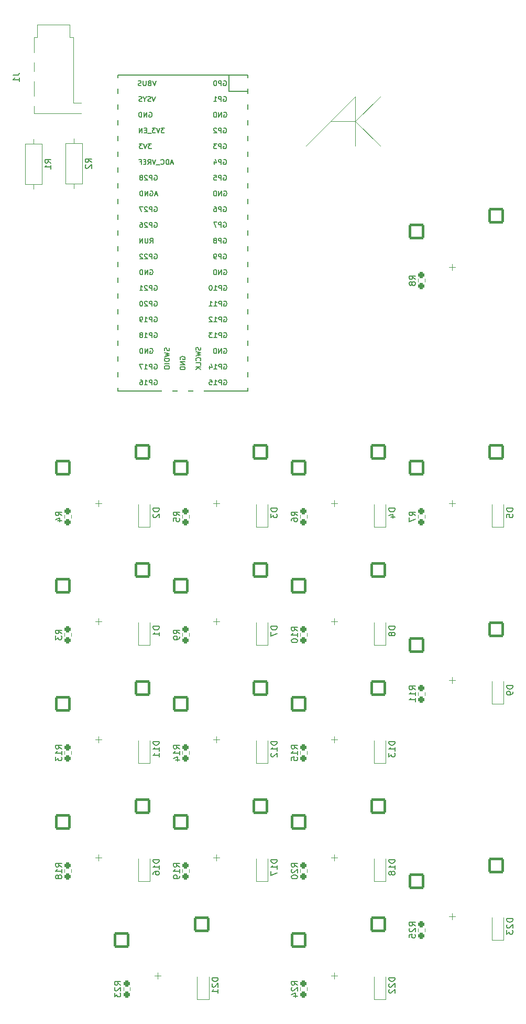
<source format=gbo>
%TF.GenerationSoftware,KiCad,Pcbnew,8.0.3*%
%TF.CreationDate,2024-07-24T13:04:13+02:00*%
%TF.ProjectId,numerical,6e756d65-7269-4636-916c-2e6b69636164,rev?*%
%TF.SameCoordinates,Original*%
%TF.FileFunction,Legend,Bot*%
%TF.FilePolarity,Positive*%
%FSLAX46Y46*%
G04 Gerber Fmt 4.6, Leading zero omitted, Abs format (unit mm)*
G04 Created by KiCad (PCBNEW 8.0.3) date 2024-07-24 13:04:13*
%MOMM*%
%LPD*%
G01*
G04 APERTURE LIST*
G04 Aperture macros list*
%AMRoundRect*
0 Rectangle with rounded corners*
0 $1 Rounding radius*
0 $2 $3 $4 $5 $6 $7 $8 $9 X,Y pos of 4 corners*
0 Add a 4 corners polygon primitive as box body*
4,1,4,$2,$3,$4,$5,$6,$7,$8,$9,$2,$3,0*
0 Add four circle primitives for the rounded corners*
1,1,$1+$1,$2,$3*
1,1,$1+$1,$4,$5*
1,1,$1+$1,$6,$7*
1,1,$1+$1,$8,$9*
0 Add four rect primitives between the rounded corners*
20,1,$1+$1,$2,$3,$4,$5,0*
20,1,$1+$1,$4,$5,$6,$7,0*
20,1,$1+$1,$6,$7,$8,$9,0*
20,1,$1+$1,$8,$9,$2,$3,0*%
G04 Aperture macros list end*
%ADD10C,0.100000*%
%ADD11C,0.150000*%
%ADD12C,0.120000*%
%ADD13C,1.701800*%
%ADD14C,3.000000*%
%ADD15C,3.987800*%
%ADD16RoundRect,0.200000X-1.075000X-1.050000X1.075000X-1.050000X1.075000X1.050000X-1.075000X1.050000X0*%
%ADD17C,3.048000*%
%ADD18R,1.905000X1.905000*%
%ADD19C,1.905000*%
%ADD20C,2.200000*%
%ADD21R,1.200000X1.200000*%
%ADD22RoundRect,0.237500X-0.237500X0.250000X-0.237500X-0.250000X0.237500X-0.250000X0.237500X0.250000X0*%
%ADD23C,1.600000*%
%ADD24O,1.600000X1.600000*%
%ADD25O,1.700000X1.700000*%
%ADD26R,3.500000X1.700000*%
%ADD27R,1.700000X1.700000*%
%ADD28R,1.700000X3.500000*%
%ADD29R,2.500000X1.200000*%
G04 APERTURE END LIST*
D10*
X119015000Y-53585000D02*
X127015000Y-45585000D01*
X123015000Y-49585000D02*
X127015000Y-49585000D01*
X131015000Y-53585000D02*
X127015000Y-49585000D01*
X127015000Y-45585000D02*
X127015000Y-53585000D01*
X131015000Y-45585000D02*
X127015000Y-49585000D01*
D11*
X114354819Y-149650714D02*
X113354819Y-149650714D01*
X113354819Y-149650714D02*
X113354819Y-149888809D01*
X113354819Y-149888809D02*
X113402438Y-150031666D01*
X113402438Y-150031666D02*
X113497676Y-150126904D01*
X113497676Y-150126904D02*
X113592914Y-150174523D01*
X113592914Y-150174523D02*
X113783390Y-150222142D01*
X113783390Y-150222142D02*
X113926247Y-150222142D01*
X113926247Y-150222142D02*
X114116723Y-150174523D01*
X114116723Y-150174523D02*
X114211961Y-150126904D01*
X114211961Y-150126904D02*
X114307200Y-150031666D01*
X114307200Y-150031666D02*
X114354819Y-149888809D01*
X114354819Y-149888809D02*
X114354819Y-149650714D01*
X114354819Y-151174523D02*
X114354819Y-150603095D01*
X114354819Y-150888809D02*
X113354819Y-150888809D01*
X113354819Y-150888809D02*
X113497676Y-150793571D01*
X113497676Y-150793571D02*
X113592914Y-150698333D01*
X113592914Y-150698333D02*
X113640533Y-150603095D01*
X113450057Y-151555476D02*
X113402438Y-151603095D01*
X113402438Y-151603095D02*
X113354819Y-151698333D01*
X113354819Y-151698333D02*
X113354819Y-151936428D01*
X113354819Y-151936428D02*
X113402438Y-152031666D01*
X113402438Y-152031666D02*
X113450057Y-152079285D01*
X113450057Y-152079285D02*
X113545295Y-152126904D01*
X113545295Y-152126904D02*
X113640533Y-152126904D01*
X113640533Y-152126904D02*
X113783390Y-152079285D01*
X113783390Y-152079285D02*
X114354819Y-151507857D01*
X114354819Y-151507857D02*
X114354819Y-152126904D01*
X104829819Y-187750714D02*
X103829819Y-187750714D01*
X103829819Y-187750714D02*
X103829819Y-187988809D01*
X103829819Y-187988809D02*
X103877438Y-188131666D01*
X103877438Y-188131666D02*
X103972676Y-188226904D01*
X103972676Y-188226904D02*
X104067914Y-188274523D01*
X104067914Y-188274523D02*
X104258390Y-188322142D01*
X104258390Y-188322142D02*
X104401247Y-188322142D01*
X104401247Y-188322142D02*
X104591723Y-188274523D01*
X104591723Y-188274523D02*
X104686961Y-188226904D01*
X104686961Y-188226904D02*
X104782200Y-188131666D01*
X104782200Y-188131666D02*
X104829819Y-187988809D01*
X104829819Y-187988809D02*
X104829819Y-187750714D01*
X103925057Y-188703095D02*
X103877438Y-188750714D01*
X103877438Y-188750714D02*
X103829819Y-188845952D01*
X103829819Y-188845952D02*
X103829819Y-189084047D01*
X103829819Y-189084047D02*
X103877438Y-189179285D01*
X103877438Y-189179285D02*
X103925057Y-189226904D01*
X103925057Y-189226904D02*
X104020295Y-189274523D01*
X104020295Y-189274523D02*
X104115533Y-189274523D01*
X104115533Y-189274523D02*
X104258390Y-189226904D01*
X104258390Y-189226904D02*
X104829819Y-188655476D01*
X104829819Y-188655476D02*
X104829819Y-189274523D01*
X104829819Y-190226904D02*
X104829819Y-189655476D01*
X104829819Y-189941190D02*
X103829819Y-189941190D01*
X103829819Y-189941190D02*
X103972676Y-189845952D01*
X103972676Y-189845952D02*
X104067914Y-189750714D01*
X104067914Y-189750714D02*
X104115533Y-189655476D01*
X79554819Y-132258333D02*
X79078628Y-131925000D01*
X79554819Y-131686905D02*
X78554819Y-131686905D01*
X78554819Y-131686905D02*
X78554819Y-132067857D01*
X78554819Y-132067857D02*
X78602438Y-132163095D01*
X78602438Y-132163095D02*
X78650057Y-132210714D01*
X78650057Y-132210714D02*
X78745295Y-132258333D01*
X78745295Y-132258333D02*
X78888152Y-132258333D01*
X78888152Y-132258333D02*
X78983390Y-132210714D01*
X78983390Y-132210714D02*
X79031009Y-132163095D01*
X79031009Y-132163095D02*
X79078628Y-132067857D01*
X79078628Y-132067857D02*
X79078628Y-131686905D01*
X78554819Y-132591667D02*
X78554819Y-133210714D01*
X78554819Y-133210714D02*
X78935771Y-132877381D01*
X78935771Y-132877381D02*
X78935771Y-133020238D01*
X78935771Y-133020238D02*
X78983390Y-133115476D01*
X78983390Y-133115476D02*
X79031009Y-133163095D01*
X79031009Y-133163095D02*
X79126247Y-133210714D01*
X79126247Y-133210714D02*
X79364342Y-133210714D01*
X79364342Y-133210714D02*
X79459580Y-133163095D01*
X79459580Y-133163095D02*
X79507200Y-133115476D01*
X79507200Y-133115476D02*
X79554819Y-133020238D01*
X79554819Y-133020238D02*
X79554819Y-132734524D01*
X79554819Y-132734524D02*
X79507200Y-132639286D01*
X79507200Y-132639286D02*
X79459580Y-132591667D01*
X95304819Y-168700714D02*
X94304819Y-168700714D01*
X94304819Y-168700714D02*
X94304819Y-168938809D01*
X94304819Y-168938809D02*
X94352438Y-169081666D01*
X94352438Y-169081666D02*
X94447676Y-169176904D01*
X94447676Y-169176904D02*
X94542914Y-169224523D01*
X94542914Y-169224523D02*
X94733390Y-169272142D01*
X94733390Y-169272142D02*
X94876247Y-169272142D01*
X94876247Y-169272142D02*
X95066723Y-169224523D01*
X95066723Y-169224523D02*
X95161961Y-169176904D01*
X95161961Y-169176904D02*
X95257200Y-169081666D01*
X95257200Y-169081666D02*
X95304819Y-168938809D01*
X95304819Y-168938809D02*
X95304819Y-168700714D01*
X95304819Y-170224523D02*
X95304819Y-169653095D01*
X95304819Y-169938809D02*
X94304819Y-169938809D01*
X94304819Y-169938809D02*
X94447676Y-169843571D01*
X94447676Y-169843571D02*
X94542914Y-169748333D01*
X94542914Y-169748333D02*
X94590533Y-169653095D01*
X94304819Y-171081666D02*
X94304819Y-170891190D01*
X94304819Y-170891190D02*
X94352438Y-170795952D01*
X94352438Y-170795952D02*
X94400057Y-170748333D01*
X94400057Y-170748333D02*
X94542914Y-170653095D01*
X94542914Y-170653095D02*
X94733390Y-170605476D01*
X94733390Y-170605476D02*
X95114342Y-170605476D01*
X95114342Y-170605476D02*
X95209580Y-170653095D01*
X95209580Y-170653095D02*
X95257200Y-170700714D01*
X95257200Y-170700714D02*
X95304819Y-170795952D01*
X95304819Y-170795952D02*
X95304819Y-170986428D01*
X95304819Y-170986428D02*
X95257200Y-171081666D01*
X95257200Y-171081666D02*
X95209580Y-171129285D01*
X95209580Y-171129285D02*
X95114342Y-171176904D01*
X95114342Y-171176904D02*
X94876247Y-171176904D01*
X94876247Y-171176904D02*
X94781009Y-171129285D01*
X94781009Y-171129285D02*
X94733390Y-171081666D01*
X94733390Y-171081666D02*
X94685771Y-170986428D01*
X94685771Y-170986428D02*
X94685771Y-170795952D01*
X94685771Y-170795952D02*
X94733390Y-170700714D01*
X94733390Y-170700714D02*
X94781009Y-170653095D01*
X94781009Y-170653095D02*
X94876247Y-170605476D01*
X84349819Y-56228333D02*
X83873628Y-55895000D01*
X84349819Y-55656905D02*
X83349819Y-55656905D01*
X83349819Y-55656905D02*
X83349819Y-56037857D01*
X83349819Y-56037857D02*
X83397438Y-56133095D01*
X83397438Y-56133095D02*
X83445057Y-56180714D01*
X83445057Y-56180714D02*
X83540295Y-56228333D01*
X83540295Y-56228333D02*
X83683152Y-56228333D01*
X83683152Y-56228333D02*
X83778390Y-56180714D01*
X83778390Y-56180714D02*
X83826009Y-56133095D01*
X83826009Y-56133095D02*
X83873628Y-56037857D01*
X83873628Y-56037857D02*
X83873628Y-55656905D01*
X83445057Y-56609286D02*
X83397438Y-56656905D01*
X83397438Y-56656905D02*
X83349819Y-56752143D01*
X83349819Y-56752143D02*
X83349819Y-56990238D01*
X83349819Y-56990238D02*
X83397438Y-57085476D01*
X83397438Y-57085476D02*
X83445057Y-57133095D01*
X83445057Y-57133095D02*
X83540295Y-57180714D01*
X83540295Y-57180714D02*
X83635533Y-57180714D01*
X83635533Y-57180714D02*
X83778390Y-57133095D01*
X83778390Y-57133095D02*
X84349819Y-56561667D01*
X84349819Y-56561667D02*
X84349819Y-57180714D01*
X133404819Y-112026905D02*
X132404819Y-112026905D01*
X132404819Y-112026905D02*
X132404819Y-112265000D01*
X132404819Y-112265000D02*
X132452438Y-112407857D01*
X132452438Y-112407857D02*
X132547676Y-112503095D01*
X132547676Y-112503095D02*
X132642914Y-112550714D01*
X132642914Y-112550714D02*
X132833390Y-112598333D01*
X132833390Y-112598333D02*
X132976247Y-112598333D01*
X132976247Y-112598333D02*
X133166723Y-112550714D01*
X133166723Y-112550714D02*
X133261961Y-112503095D01*
X133261961Y-112503095D02*
X133357200Y-112407857D01*
X133357200Y-112407857D02*
X133404819Y-112265000D01*
X133404819Y-112265000D02*
X133404819Y-112026905D01*
X132738152Y-113455476D02*
X133404819Y-113455476D01*
X132357200Y-113217381D02*
X133071485Y-112979286D01*
X133071485Y-112979286D02*
X133071485Y-113598333D01*
X79554819Y-169882142D02*
X79078628Y-169548809D01*
X79554819Y-169310714D02*
X78554819Y-169310714D01*
X78554819Y-169310714D02*
X78554819Y-169691666D01*
X78554819Y-169691666D02*
X78602438Y-169786904D01*
X78602438Y-169786904D02*
X78650057Y-169834523D01*
X78650057Y-169834523D02*
X78745295Y-169882142D01*
X78745295Y-169882142D02*
X78888152Y-169882142D01*
X78888152Y-169882142D02*
X78983390Y-169834523D01*
X78983390Y-169834523D02*
X79031009Y-169786904D01*
X79031009Y-169786904D02*
X79078628Y-169691666D01*
X79078628Y-169691666D02*
X79078628Y-169310714D01*
X79554819Y-170834523D02*
X79554819Y-170263095D01*
X79554819Y-170548809D02*
X78554819Y-170548809D01*
X78554819Y-170548809D02*
X78697676Y-170453571D01*
X78697676Y-170453571D02*
X78792914Y-170358333D01*
X78792914Y-170358333D02*
X78840533Y-170263095D01*
X78983390Y-171405952D02*
X78935771Y-171310714D01*
X78935771Y-171310714D02*
X78888152Y-171263095D01*
X78888152Y-171263095D02*
X78792914Y-171215476D01*
X78792914Y-171215476D02*
X78745295Y-171215476D01*
X78745295Y-171215476D02*
X78650057Y-171263095D01*
X78650057Y-171263095D02*
X78602438Y-171310714D01*
X78602438Y-171310714D02*
X78554819Y-171405952D01*
X78554819Y-171405952D02*
X78554819Y-171596428D01*
X78554819Y-171596428D02*
X78602438Y-171691666D01*
X78602438Y-171691666D02*
X78650057Y-171739285D01*
X78650057Y-171739285D02*
X78745295Y-171786904D01*
X78745295Y-171786904D02*
X78792914Y-171786904D01*
X78792914Y-171786904D02*
X78888152Y-171739285D01*
X78888152Y-171739285D02*
X78935771Y-171691666D01*
X78935771Y-171691666D02*
X78983390Y-171596428D01*
X78983390Y-171596428D02*
X78983390Y-171405952D01*
X78983390Y-171405952D02*
X79031009Y-171310714D01*
X79031009Y-171310714D02*
X79078628Y-171263095D01*
X79078628Y-171263095D02*
X79173866Y-171215476D01*
X79173866Y-171215476D02*
X79364342Y-171215476D01*
X79364342Y-171215476D02*
X79459580Y-171263095D01*
X79459580Y-171263095D02*
X79507200Y-171310714D01*
X79507200Y-171310714D02*
X79554819Y-171405952D01*
X79554819Y-171405952D02*
X79554819Y-171596428D01*
X79554819Y-171596428D02*
X79507200Y-171691666D01*
X79507200Y-171691666D02*
X79459580Y-171739285D01*
X79459580Y-171739285D02*
X79364342Y-171786904D01*
X79364342Y-171786904D02*
X79173866Y-171786904D01*
X79173866Y-171786904D02*
X79078628Y-171739285D01*
X79078628Y-171739285D02*
X79031009Y-171691666D01*
X79031009Y-171691666D02*
X78983390Y-171596428D01*
X95304819Y-131076905D02*
X94304819Y-131076905D01*
X94304819Y-131076905D02*
X94304819Y-131315000D01*
X94304819Y-131315000D02*
X94352438Y-131457857D01*
X94352438Y-131457857D02*
X94447676Y-131553095D01*
X94447676Y-131553095D02*
X94542914Y-131600714D01*
X94542914Y-131600714D02*
X94733390Y-131648333D01*
X94733390Y-131648333D02*
X94876247Y-131648333D01*
X94876247Y-131648333D02*
X95066723Y-131600714D01*
X95066723Y-131600714D02*
X95161961Y-131553095D01*
X95161961Y-131553095D02*
X95257200Y-131457857D01*
X95257200Y-131457857D02*
X95304819Y-131315000D01*
X95304819Y-131315000D02*
X95304819Y-131076905D01*
X95304819Y-132600714D02*
X95304819Y-132029286D01*
X95304819Y-132315000D02*
X94304819Y-132315000D01*
X94304819Y-132315000D02*
X94447676Y-132219762D01*
X94447676Y-132219762D02*
X94542914Y-132124524D01*
X94542914Y-132124524D02*
X94590533Y-132029286D01*
X136704819Y-141307142D02*
X136228628Y-140973809D01*
X136704819Y-140735714D02*
X135704819Y-140735714D01*
X135704819Y-140735714D02*
X135704819Y-141116666D01*
X135704819Y-141116666D02*
X135752438Y-141211904D01*
X135752438Y-141211904D02*
X135800057Y-141259523D01*
X135800057Y-141259523D02*
X135895295Y-141307142D01*
X135895295Y-141307142D02*
X136038152Y-141307142D01*
X136038152Y-141307142D02*
X136133390Y-141259523D01*
X136133390Y-141259523D02*
X136181009Y-141211904D01*
X136181009Y-141211904D02*
X136228628Y-141116666D01*
X136228628Y-141116666D02*
X136228628Y-140735714D01*
X136704819Y-142259523D02*
X136704819Y-141688095D01*
X136704819Y-141973809D02*
X135704819Y-141973809D01*
X135704819Y-141973809D02*
X135847676Y-141878571D01*
X135847676Y-141878571D02*
X135942914Y-141783333D01*
X135942914Y-141783333D02*
X135990533Y-141688095D01*
X136704819Y-143211904D02*
X136704819Y-142640476D01*
X136704819Y-142926190D02*
X135704819Y-142926190D01*
X135704819Y-142926190D02*
X135847676Y-142830952D01*
X135847676Y-142830952D02*
X135942914Y-142735714D01*
X135942914Y-142735714D02*
X135990533Y-142640476D01*
X117654819Y-113208333D02*
X117178628Y-112875000D01*
X117654819Y-112636905D02*
X116654819Y-112636905D01*
X116654819Y-112636905D02*
X116654819Y-113017857D01*
X116654819Y-113017857D02*
X116702438Y-113113095D01*
X116702438Y-113113095D02*
X116750057Y-113160714D01*
X116750057Y-113160714D02*
X116845295Y-113208333D01*
X116845295Y-113208333D02*
X116988152Y-113208333D01*
X116988152Y-113208333D02*
X117083390Y-113160714D01*
X117083390Y-113160714D02*
X117131009Y-113113095D01*
X117131009Y-113113095D02*
X117178628Y-113017857D01*
X117178628Y-113017857D02*
X117178628Y-112636905D01*
X116654819Y-114065476D02*
X116654819Y-113875000D01*
X116654819Y-113875000D02*
X116702438Y-113779762D01*
X116702438Y-113779762D02*
X116750057Y-113732143D01*
X116750057Y-113732143D02*
X116892914Y-113636905D01*
X116892914Y-113636905D02*
X117083390Y-113589286D01*
X117083390Y-113589286D02*
X117464342Y-113589286D01*
X117464342Y-113589286D02*
X117559580Y-113636905D01*
X117559580Y-113636905D02*
X117607200Y-113684524D01*
X117607200Y-113684524D02*
X117654819Y-113779762D01*
X117654819Y-113779762D02*
X117654819Y-113970238D01*
X117654819Y-113970238D02*
X117607200Y-114065476D01*
X117607200Y-114065476D02*
X117559580Y-114113095D01*
X117559580Y-114113095D02*
X117464342Y-114160714D01*
X117464342Y-114160714D02*
X117226247Y-114160714D01*
X117226247Y-114160714D02*
X117131009Y-114113095D01*
X117131009Y-114113095D02*
X117083390Y-114065476D01*
X117083390Y-114065476D02*
X117035771Y-113970238D01*
X117035771Y-113970238D02*
X117035771Y-113779762D01*
X117035771Y-113779762D02*
X117083390Y-113684524D01*
X117083390Y-113684524D02*
X117131009Y-113636905D01*
X117131009Y-113636905D02*
X117226247Y-113589286D01*
X152454819Y-140601905D02*
X151454819Y-140601905D01*
X151454819Y-140601905D02*
X151454819Y-140840000D01*
X151454819Y-140840000D02*
X151502438Y-140982857D01*
X151502438Y-140982857D02*
X151597676Y-141078095D01*
X151597676Y-141078095D02*
X151692914Y-141125714D01*
X151692914Y-141125714D02*
X151883390Y-141173333D01*
X151883390Y-141173333D02*
X152026247Y-141173333D01*
X152026247Y-141173333D02*
X152216723Y-141125714D01*
X152216723Y-141125714D02*
X152311961Y-141078095D01*
X152311961Y-141078095D02*
X152407200Y-140982857D01*
X152407200Y-140982857D02*
X152454819Y-140840000D01*
X152454819Y-140840000D02*
X152454819Y-140601905D01*
X152454819Y-141649524D02*
X152454819Y-141840000D01*
X152454819Y-141840000D02*
X152407200Y-141935238D01*
X152407200Y-141935238D02*
X152359580Y-141982857D01*
X152359580Y-141982857D02*
X152216723Y-142078095D01*
X152216723Y-142078095D02*
X152026247Y-142125714D01*
X152026247Y-142125714D02*
X151645295Y-142125714D01*
X151645295Y-142125714D02*
X151550057Y-142078095D01*
X151550057Y-142078095D02*
X151502438Y-142030476D01*
X151502438Y-142030476D02*
X151454819Y-141935238D01*
X151454819Y-141935238D02*
X151454819Y-141744762D01*
X151454819Y-141744762D02*
X151502438Y-141649524D01*
X151502438Y-141649524D02*
X151550057Y-141601905D01*
X151550057Y-141601905D02*
X151645295Y-141554286D01*
X151645295Y-141554286D02*
X151883390Y-141554286D01*
X151883390Y-141554286D02*
X151978628Y-141601905D01*
X151978628Y-141601905D02*
X152026247Y-141649524D01*
X152026247Y-141649524D02*
X152073866Y-141744762D01*
X152073866Y-141744762D02*
X152073866Y-141935238D01*
X152073866Y-141935238D02*
X152026247Y-142030476D01*
X152026247Y-142030476D02*
X151978628Y-142078095D01*
X151978628Y-142078095D02*
X151883390Y-142125714D01*
X95304819Y-149650714D02*
X94304819Y-149650714D01*
X94304819Y-149650714D02*
X94304819Y-149888809D01*
X94304819Y-149888809D02*
X94352438Y-150031666D01*
X94352438Y-150031666D02*
X94447676Y-150126904D01*
X94447676Y-150126904D02*
X94542914Y-150174523D01*
X94542914Y-150174523D02*
X94733390Y-150222142D01*
X94733390Y-150222142D02*
X94876247Y-150222142D01*
X94876247Y-150222142D02*
X95066723Y-150174523D01*
X95066723Y-150174523D02*
X95161961Y-150126904D01*
X95161961Y-150126904D02*
X95257200Y-150031666D01*
X95257200Y-150031666D02*
X95304819Y-149888809D01*
X95304819Y-149888809D02*
X95304819Y-149650714D01*
X95304819Y-151174523D02*
X95304819Y-150603095D01*
X95304819Y-150888809D02*
X94304819Y-150888809D01*
X94304819Y-150888809D02*
X94447676Y-150793571D01*
X94447676Y-150793571D02*
X94542914Y-150698333D01*
X94542914Y-150698333D02*
X94590533Y-150603095D01*
X95304819Y-152126904D02*
X95304819Y-151555476D01*
X95304819Y-151841190D02*
X94304819Y-151841190D01*
X94304819Y-151841190D02*
X94447676Y-151745952D01*
X94447676Y-151745952D02*
X94542914Y-151650714D01*
X94542914Y-151650714D02*
X94590533Y-151555476D01*
X114354819Y-131076905D02*
X113354819Y-131076905D01*
X113354819Y-131076905D02*
X113354819Y-131315000D01*
X113354819Y-131315000D02*
X113402438Y-131457857D01*
X113402438Y-131457857D02*
X113497676Y-131553095D01*
X113497676Y-131553095D02*
X113592914Y-131600714D01*
X113592914Y-131600714D02*
X113783390Y-131648333D01*
X113783390Y-131648333D02*
X113926247Y-131648333D01*
X113926247Y-131648333D02*
X114116723Y-131600714D01*
X114116723Y-131600714D02*
X114211961Y-131553095D01*
X114211961Y-131553095D02*
X114307200Y-131457857D01*
X114307200Y-131457857D02*
X114354819Y-131315000D01*
X114354819Y-131315000D02*
X114354819Y-131076905D01*
X113354819Y-131981667D02*
X113354819Y-132648333D01*
X113354819Y-132648333D02*
X114354819Y-132219762D01*
X98604819Y-169882142D02*
X98128628Y-169548809D01*
X98604819Y-169310714D02*
X97604819Y-169310714D01*
X97604819Y-169310714D02*
X97604819Y-169691666D01*
X97604819Y-169691666D02*
X97652438Y-169786904D01*
X97652438Y-169786904D02*
X97700057Y-169834523D01*
X97700057Y-169834523D02*
X97795295Y-169882142D01*
X97795295Y-169882142D02*
X97938152Y-169882142D01*
X97938152Y-169882142D02*
X98033390Y-169834523D01*
X98033390Y-169834523D02*
X98081009Y-169786904D01*
X98081009Y-169786904D02*
X98128628Y-169691666D01*
X98128628Y-169691666D02*
X98128628Y-169310714D01*
X98604819Y-170834523D02*
X98604819Y-170263095D01*
X98604819Y-170548809D02*
X97604819Y-170548809D01*
X97604819Y-170548809D02*
X97747676Y-170453571D01*
X97747676Y-170453571D02*
X97842914Y-170358333D01*
X97842914Y-170358333D02*
X97890533Y-170263095D01*
X98604819Y-171310714D02*
X98604819Y-171501190D01*
X98604819Y-171501190D02*
X98557200Y-171596428D01*
X98557200Y-171596428D02*
X98509580Y-171644047D01*
X98509580Y-171644047D02*
X98366723Y-171739285D01*
X98366723Y-171739285D02*
X98176247Y-171786904D01*
X98176247Y-171786904D02*
X97795295Y-171786904D01*
X97795295Y-171786904D02*
X97700057Y-171739285D01*
X97700057Y-171739285D02*
X97652438Y-171691666D01*
X97652438Y-171691666D02*
X97604819Y-171596428D01*
X97604819Y-171596428D02*
X97604819Y-171405952D01*
X97604819Y-171405952D02*
X97652438Y-171310714D01*
X97652438Y-171310714D02*
X97700057Y-171263095D01*
X97700057Y-171263095D02*
X97795295Y-171215476D01*
X97795295Y-171215476D02*
X98033390Y-171215476D01*
X98033390Y-171215476D02*
X98128628Y-171263095D01*
X98128628Y-171263095D02*
X98176247Y-171310714D01*
X98176247Y-171310714D02*
X98223866Y-171405952D01*
X98223866Y-171405952D02*
X98223866Y-171596428D01*
X98223866Y-171596428D02*
X98176247Y-171691666D01*
X98176247Y-171691666D02*
X98128628Y-171739285D01*
X98128628Y-171739285D02*
X98033390Y-171786904D01*
X98604819Y-132258333D02*
X98128628Y-131925000D01*
X98604819Y-131686905D02*
X97604819Y-131686905D01*
X97604819Y-131686905D02*
X97604819Y-132067857D01*
X97604819Y-132067857D02*
X97652438Y-132163095D01*
X97652438Y-132163095D02*
X97700057Y-132210714D01*
X97700057Y-132210714D02*
X97795295Y-132258333D01*
X97795295Y-132258333D02*
X97938152Y-132258333D01*
X97938152Y-132258333D02*
X98033390Y-132210714D01*
X98033390Y-132210714D02*
X98081009Y-132163095D01*
X98081009Y-132163095D02*
X98128628Y-132067857D01*
X98128628Y-132067857D02*
X98128628Y-131686905D01*
X98604819Y-132734524D02*
X98604819Y-132925000D01*
X98604819Y-132925000D02*
X98557200Y-133020238D01*
X98557200Y-133020238D02*
X98509580Y-133067857D01*
X98509580Y-133067857D02*
X98366723Y-133163095D01*
X98366723Y-133163095D02*
X98176247Y-133210714D01*
X98176247Y-133210714D02*
X97795295Y-133210714D01*
X97795295Y-133210714D02*
X97700057Y-133163095D01*
X97700057Y-133163095D02*
X97652438Y-133115476D01*
X97652438Y-133115476D02*
X97604819Y-133020238D01*
X97604819Y-133020238D02*
X97604819Y-132829762D01*
X97604819Y-132829762D02*
X97652438Y-132734524D01*
X97652438Y-132734524D02*
X97700057Y-132686905D01*
X97700057Y-132686905D02*
X97795295Y-132639286D01*
X97795295Y-132639286D02*
X98033390Y-132639286D01*
X98033390Y-132639286D02*
X98128628Y-132686905D01*
X98128628Y-132686905D02*
X98176247Y-132734524D01*
X98176247Y-132734524D02*
X98223866Y-132829762D01*
X98223866Y-132829762D02*
X98223866Y-133020238D01*
X98223866Y-133020238D02*
X98176247Y-133115476D01*
X98176247Y-133115476D02*
X98128628Y-133163095D01*
X98128628Y-133163095D02*
X98033390Y-133210714D01*
X89079819Y-188932142D02*
X88603628Y-188598809D01*
X89079819Y-188360714D02*
X88079819Y-188360714D01*
X88079819Y-188360714D02*
X88079819Y-188741666D01*
X88079819Y-188741666D02*
X88127438Y-188836904D01*
X88127438Y-188836904D02*
X88175057Y-188884523D01*
X88175057Y-188884523D02*
X88270295Y-188932142D01*
X88270295Y-188932142D02*
X88413152Y-188932142D01*
X88413152Y-188932142D02*
X88508390Y-188884523D01*
X88508390Y-188884523D02*
X88556009Y-188836904D01*
X88556009Y-188836904D02*
X88603628Y-188741666D01*
X88603628Y-188741666D02*
X88603628Y-188360714D01*
X88175057Y-189313095D02*
X88127438Y-189360714D01*
X88127438Y-189360714D02*
X88079819Y-189455952D01*
X88079819Y-189455952D02*
X88079819Y-189694047D01*
X88079819Y-189694047D02*
X88127438Y-189789285D01*
X88127438Y-189789285D02*
X88175057Y-189836904D01*
X88175057Y-189836904D02*
X88270295Y-189884523D01*
X88270295Y-189884523D02*
X88365533Y-189884523D01*
X88365533Y-189884523D02*
X88508390Y-189836904D01*
X88508390Y-189836904D02*
X89079819Y-189265476D01*
X89079819Y-189265476D02*
X89079819Y-189884523D01*
X88079819Y-190217857D02*
X88079819Y-190836904D01*
X88079819Y-190836904D02*
X88460771Y-190503571D01*
X88460771Y-190503571D02*
X88460771Y-190646428D01*
X88460771Y-190646428D02*
X88508390Y-190741666D01*
X88508390Y-190741666D02*
X88556009Y-190789285D01*
X88556009Y-190789285D02*
X88651247Y-190836904D01*
X88651247Y-190836904D02*
X88889342Y-190836904D01*
X88889342Y-190836904D02*
X88984580Y-190789285D01*
X88984580Y-190789285D02*
X89032200Y-190741666D01*
X89032200Y-190741666D02*
X89079819Y-190646428D01*
X89079819Y-190646428D02*
X89079819Y-190360714D01*
X89079819Y-190360714D02*
X89032200Y-190265476D01*
X89032200Y-190265476D02*
X88984580Y-190217857D01*
X95304819Y-112026905D02*
X94304819Y-112026905D01*
X94304819Y-112026905D02*
X94304819Y-112265000D01*
X94304819Y-112265000D02*
X94352438Y-112407857D01*
X94352438Y-112407857D02*
X94447676Y-112503095D01*
X94447676Y-112503095D02*
X94542914Y-112550714D01*
X94542914Y-112550714D02*
X94733390Y-112598333D01*
X94733390Y-112598333D02*
X94876247Y-112598333D01*
X94876247Y-112598333D02*
X95066723Y-112550714D01*
X95066723Y-112550714D02*
X95161961Y-112503095D01*
X95161961Y-112503095D02*
X95257200Y-112407857D01*
X95257200Y-112407857D02*
X95304819Y-112265000D01*
X95304819Y-112265000D02*
X95304819Y-112026905D01*
X94400057Y-112979286D02*
X94352438Y-113026905D01*
X94352438Y-113026905D02*
X94304819Y-113122143D01*
X94304819Y-113122143D02*
X94304819Y-113360238D01*
X94304819Y-113360238D02*
X94352438Y-113455476D01*
X94352438Y-113455476D02*
X94400057Y-113503095D01*
X94400057Y-113503095D02*
X94495295Y-113550714D01*
X94495295Y-113550714D02*
X94590533Y-113550714D01*
X94590533Y-113550714D02*
X94733390Y-113503095D01*
X94733390Y-113503095D02*
X95304819Y-112931667D01*
X95304819Y-112931667D02*
X95304819Y-113550714D01*
X117654819Y-188932142D02*
X117178628Y-188598809D01*
X117654819Y-188360714D02*
X116654819Y-188360714D01*
X116654819Y-188360714D02*
X116654819Y-188741666D01*
X116654819Y-188741666D02*
X116702438Y-188836904D01*
X116702438Y-188836904D02*
X116750057Y-188884523D01*
X116750057Y-188884523D02*
X116845295Y-188932142D01*
X116845295Y-188932142D02*
X116988152Y-188932142D01*
X116988152Y-188932142D02*
X117083390Y-188884523D01*
X117083390Y-188884523D02*
X117131009Y-188836904D01*
X117131009Y-188836904D02*
X117178628Y-188741666D01*
X117178628Y-188741666D02*
X117178628Y-188360714D01*
X116750057Y-189313095D02*
X116702438Y-189360714D01*
X116702438Y-189360714D02*
X116654819Y-189455952D01*
X116654819Y-189455952D02*
X116654819Y-189694047D01*
X116654819Y-189694047D02*
X116702438Y-189789285D01*
X116702438Y-189789285D02*
X116750057Y-189836904D01*
X116750057Y-189836904D02*
X116845295Y-189884523D01*
X116845295Y-189884523D02*
X116940533Y-189884523D01*
X116940533Y-189884523D02*
X117083390Y-189836904D01*
X117083390Y-189836904D02*
X117654819Y-189265476D01*
X117654819Y-189265476D02*
X117654819Y-189884523D01*
X116988152Y-190741666D02*
X117654819Y-190741666D01*
X116607200Y-190503571D02*
X117321485Y-190265476D01*
X117321485Y-190265476D02*
X117321485Y-190884523D01*
X133404819Y-168700714D02*
X132404819Y-168700714D01*
X132404819Y-168700714D02*
X132404819Y-168938809D01*
X132404819Y-168938809D02*
X132452438Y-169081666D01*
X132452438Y-169081666D02*
X132547676Y-169176904D01*
X132547676Y-169176904D02*
X132642914Y-169224523D01*
X132642914Y-169224523D02*
X132833390Y-169272142D01*
X132833390Y-169272142D02*
X132976247Y-169272142D01*
X132976247Y-169272142D02*
X133166723Y-169224523D01*
X133166723Y-169224523D02*
X133261961Y-169176904D01*
X133261961Y-169176904D02*
X133357200Y-169081666D01*
X133357200Y-169081666D02*
X133404819Y-168938809D01*
X133404819Y-168938809D02*
X133404819Y-168700714D01*
X133404819Y-170224523D02*
X133404819Y-169653095D01*
X133404819Y-169938809D02*
X132404819Y-169938809D01*
X132404819Y-169938809D02*
X132547676Y-169843571D01*
X132547676Y-169843571D02*
X132642914Y-169748333D01*
X132642914Y-169748333D02*
X132690533Y-169653095D01*
X132833390Y-170795952D02*
X132785771Y-170700714D01*
X132785771Y-170700714D02*
X132738152Y-170653095D01*
X132738152Y-170653095D02*
X132642914Y-170605476D01*
X132642914Y-170605476D02*
X132595295Y-170605476D01*
X132595295Y-170605476D02*
X132500057Y-170653095D01*
X132500057Y-170653095D02*
X132452438Y-170700714D01*
X132452438Y-170700714D02*
X132404819Y-170795952D01*
X132404819Y-170795952D02*
X132404819Y-170986428D01*
X132404819Y-170986428D02*
X132452438Y-171081666D01*
X132452438Y-171081666D02*
X132500057Y-171129285D01*
X132500057Y-171129285D02*
X132595295Y-171176904D01*
X132595295Y-171176904D02*
X132642914Y-171176904D01*
X132642914Y-171176904D02*
X132738152Y-171129285D01*
X132738152Y-171129285D02*
X132785771Y-171081666D01*
X132785771Y-171081666D02*
X132833390Y-170986428D01*
X132833390Y-170986428D02*
X132833390Y-170795952D01*
X132833390Y-170795952D02*
X132881009Y-170700714D01*
X132881009Y-170700714D02*
X132928628Y-170653095D01*
X132928628Y-170653095D02*
X133023866Y-170605476D01*
X133023866Y-170605476D02*
X133214342Y-170605476D01*
X133214342Y-170605476D02*
X133309580Y-170653095D01*
X133309580Y-170653095D02*
X133357200Y-170700714D01*
X133357200Y-170700714D02*
X133404819Y-170795952D01*
X133404819Y-170795952D02*
X133404819Y-170986428D01*
X133404819Y-170986428D02*
X133357200Y-171081666D01*
X133357200Y-171081666D02*
X133309580Y-171129285D01*
X133309580Y-171129285D02*
X133214342Y-171176904D01*
X133214342Y-171176904D02*
X133023866Y-171176904D01*
X133023866Y-171176904D02*
X132928628Y-171129285D01*
X132928628Y-171129285D02*
X132881009Y-171081666D01*
X132881009Y-171081666D02*
X132833390Y-170986428D01*
X117654819Y-169882142D02*
X117178628Y-169548809D01*
X117654819Y-169310714D02*
X116654819Y-169310714D01*
X116654819Y-169310714D02*
X116654819Y-169691666D01*
X116654819Y-169691666D02*
X116702438Y-169786904D01*
X116702438Y-169786904D02*
X116750057Y-169834523D01*
X116750057Y-169834523D02*
X116845295Y-169882142D01*
X116845295Y-169882142D02*
X116988152Y-169882142D01*
X116988152Y-169882142D02*
X117083390Y-169834523D01*
X117083390Y-169834523D02*
X117131009Y-169786904D01*
X117131009Y-169786904D02*
X117178628Y-169691666D01*
X117178628Y-169691666D02*
X117178628Y-169310714D01*
X116750057Y-170263095D02*
X116702438Y-170310714D01*
X116702438Y-170310714D02*
X116654819Y-170405952D01*
X116654819Y-170405952D02*
X116654819Y-170644047D01*
X116654819Y-170644047D02*
X116702438Y-170739285D01*
X116702438Y-170739285D02*
X116750057Y-170786904D01*
X116750057Y-170786904D02*
X116845295Y-170834523D01*
X116845295Y-170834523D02*
X116940533Y-170834523D01*
X116940533Y-170834523D02*
X117083390Y-170786904D01*
X117083390Y-170786904D02*
X117654819Y-170215476D01*
X117654819Y-170215476D02*
X117654819Y-170834523D01*
X116654819Y-171453571D02*
X116654819Y-171548809D01*
X116654819Y-171548809D02*
X116702438Y-171644047D01*
X116702438Y-171644047D02*
X116750057Y-171691666D01*
X116750057Y-171691666D02*
X116845295Y-171739285D01*
X116845295Y-171739285D02*
X117035771Y-171786904D01*
X117035771Y-171786904D02*
X117273866Y-171786904D01*
X117273866Y-171786904D02*
X117464342Y-171739285D01*
X117464342Y-171739285D02*
X117559580Y-171691666D01*
X117559580Y-171691666D02*
X117607200Y-171644047D01*
X117607200Y-171644047D02*
X117654819Y-171548809D01*
X117654819Y-171548809D02*
X117654819Y-171453571D01*
X117654819Y-171453571D02*
X117607200Y-171358333D01*
X117607200Y-171358333D02*
X117559580Y-171310714D01*
X117559580Y-171310714D02*
X117464342Y-171263095D01*
X117464342Y-171263095D02*
X117273866Y-171215476D01*
X117273866Y-171215476D02*
X117035771Y-171215476D01*
X117035771Y-171215476D02*
X116845295Y-171263095D01*
X116845295Y-171263095D02*
X116750057Y-171310714D01*
X116750057Y-171310714D02*
X116702438Y-171358333D01*
X116702438Y-171358333D02*
X116654819Y-171453571D01*
X152454819Y-178225714D02*
X151454819Y-178225714D01*
X151454819Y-178225714D02*
X151454819Y-178463809D01*
X151454819Y-178463809D02*
X151502438Y-178606666D01*
X151502438Y-178606666D02*
X151597676Y-178701904D01*
X151597676Y-178701904D02*
X151692914Y-178749523D01*
X151692914Y-178749523D02*
X151883390Y-178797142D01*
X151883390Y-178797142D02*
X152026247Y-178797142D01*
X152026247Y-178797142D02*
X152216723Y-178749523D01*
X152216723Y-178749523D02*
X152311961Y-178701904D01*
X152311961Y-178701904D02*
X152407200Y-178606666D01*
X152407200Y-178606666D02*
X152454819Y-178463809D01*
X152454819Y-178463809D02*
X152454819Y-178225714D01*
X151550057Y-179178095D02*
X151502438Y-179225714D01*
X151502438Y-179225714D02*
X151454819Y-179320952D01*
X151454819Y-179320952D02*
X151454819Y-179559047D01*
X151454819Y-179559047D02*
X151502438Y-179654285D01*
X151502438Y-179654285D02*
X151550057Y-179701904D01*
X151550057Y-179701904D02*
X151645295Y-179749523D01*
X151645295Y-179749523D02*
X151740533Y-179749523D01*
X151740533Y-179749523D02*
X151883390Y-179701904D01*
X151883390Y-179701904D02*
X152454819Y-179130476D01*
X152454819Y-179130476D02*
X152454819Y-179749523D01*
X151454819Y-180082857D02*
X151454819Y-180701904D01*
X151454819Y-180701904D02*
X151835771Y-180368571D01*
X151835771Y-180368571D02*
X151835771Y-180511428D01*
X151835771Y-180511428D02*
X151883390Y-180606666D01*
X151883390Y-180606666D02*
X151931009Y-180654285D01*
X151931009Y-180654285D02*
X152026247Y-180701904D01*
X152026247Y-180701904D02*
X152264342Y-180701904D01*
X152264342Y-180701904D02*
X152359580Y-180654285D01*
X152359580Y-180654285D02*
X152407200Y-180606666D01*
X152407200Y-180606666D02*
X152454819Y-180511428D01*
X152454819Y-180511428D02*
X152454819Y-180225714D01*
X152454819Y-180225714D02*
X152407200Y-180130476D01*
X152407200Y-180130476D02*
X152359580Y-180082857D01*
X117654819Y-131782142D02*
X117178628Y-131448809D01*
X117654819Y-131210714D02*
X116654819Y-131210714D01*
X116654819Y-131210714D02*
X116654819Y-131591666D01*
X116654819Y-131591666D02*
X116702438Y-131686904D01*
X116702438Y-131686904D02*
X116750057Y-131734523D01*
X116750057Y-131734523D02*
X116845295Y-131782142D01*
X116845295Y-131782142D02*
X116988152Y-131782142D01*
X116988152Y-131782142D02*
X117083390Y-131734523D01*
X117083390Y-131734523D02*
X117131009Y-131686904D01*
X117131009Y-131686904D02*
X117178628Y-131591666D01*
X117178628Y-131591666D02*
X117178628Y-131210714D01*
X117654819Y-132734523D02*
X117654819Y-132163095D01*
X117654819Y-132448809D02*
X116654819Y-132448809D01*
X116654819Y-132448809D02*
X116797676Y-132353571D01*
X116797676Y-132353571D02*
X116892914Y-132258333D01*
X116892914Y-132258333D02*
X116940533Y-132163095D01*
X116654819Y-133353571D02*
X116654819Y-133448809D01*
X116654819Y-133448809D02*
X116702438Y-133544047D01*
X116702438Y-133544047D02*
X116750057Y-133591666D01*
X116750057Y-133591666D02*
X116845295Y-133639285D01*
X116845295Y-133639285D02*
X117035771Y-133686904D01*
X117035771Y-133686904D02*
X117273866Y-133686904D01*
X117273866Y-133686904D02*
X117464342Y-133639285D01*
X117464342Y-133639285D02*
X117559580Y-133591666D01*
X117559580Y-133591666D02*
X117607200Y-133544047D01*
X117607200Y-133544047D02*
X117654819Y-133448809D01*
X117654819Y-133448809D02*
X117654819Y-133353571D01*
X117654819Y-133353571D02*
X117607200Y-133258333D01*
X117607200Y-133258333D02*
X117559580Y-133210714D01*
X117559580Y-133210714D02*
X117464342Y-133163095D01*
X117464342Y-133163095D02*
X117273866Y-133115476D01*
X117273866Y-133115476D02*
X117035771Y-133115476D01*
X117035771Y-133115476D02*
X116845295Y-133163095D01*
X116845295Y-133163095D02*
X116750057Y-133210714D01*
X116750057Y-133210714D02*
X116702438Y-133258333D01*
X116702438Y-133258333D02*
X116654819Y-133353571D01*
X94781666Y-43047295D02*
X94514999Y-43847295D01*
X94514999Y-43847295D02*
X94248333Y-43047295D01*
X93715000Y-43428247D02*
X93600714Y-43466342D01*
X93600714Y-43466342D02*
X93562619Y-43504438D01*
X93562619Y-43504438D02*
X93524523Y-43580628D01*
X93524523Y-43580628D02*
X93524523Y-43694914D01*
X93524523Y-43694914D02*
X93562619Y-43771104D01*
X93562619Y-43771104D02*
X93600714Y-43809200D01*
X93600714Y-43809200D02*
X93676904Y-43847295D01*
X93676904Y-43847295D02*
X93981666Y-43847295D01*
X93981666Y-43847295D02*
X93981666Y-43047295D01*
X93981666Y-43047295D02*
X93715000Y-43047295D01*
X93715000Y-43047295D02*
X93638809Y-43085390D01*
X93638809Y-43085390D02*
X93600714Y-43123485D01*
X93600714Y-43123485D02*
X93562619Y-43199676D01*
X93562619Y-43199676D02*
X93562619Y-43275866D01*
X93562619Y-43275866D02*
X93600714Y-43352057D01*
X93600714Y-43352057D02*
X93638809Y-43390152D01*
X93638809Y-43390152D02*
X93715000Y-43428247D01*
X93715000Y-43428247D02*
X93981666Y-43428247D01*
X93181666Y-43047295D02*
X93181666Y-43694914D01*
X93181666Y-43694914D02*
X93143571Y-43771104D01*
X93143571Y-43771104D02*
X93105476Y-43809200D01*
X93105476Y-43809200D02*
X93029285Y-43847295D01*
X93029285Y-43847295D02*
X92876904Y-43847295D01*
X92876904Y-43847295D02*
X92800714Y-43809200D01*
X92800714Y-43809200D02*
X92762619Y-43771104D01*
X92762619Y-43771104D02*
X92724523Y-43694914D01*
X92724523Y-43694914D02*
X92724523Y-43047295D01*
X92381667Y-43809200D02*
X92267381Y-43847295D01*
X92267381Y-43847295D02*
X92076905Y-43847295D01*
X92076905Y-43847295D02*
X92000714Y-43809200D01*
X92000714Y-43809200D02*
X91962619Y-43771104D01*
X91962619Y-43771104D02*
X91924524Y-43694914D01*
X91924524Y-43694914D02*
X91924524Y-43618723D01*
X91924524Y-43618723D02*
X91962619Y-43542533D01*
X91962619Y-43542533D02*
X92000714Y-43504438D01*
X92000714Y-43504438D02*
X92076905Y-43466342D01*
X92076905Y-43466342D02*
X92229286Y-43428247D01*
X92229286Y-43428247D02*
X92305476Y-43390152D01*
X92305476Y-43390152D02*
X92343571Y-43352057D01*
X92343571Y-43352057D02*
X92381667Y-43275866D01*
X92381667Y-43275866D02*
X92381667Y-43199676D01*
X92381667Y-43199676D02*
X92343571Y-43123485D01*
X92343571Y-43123485D02*
X92305476Y-43085390D01*
X92305476Y-43085390D02*
X92229286Y-43047295D01*
X92229286Y-43047295D02*
X92038809Y-43047295D01*
X92038809Y-43047295D02*
X91924524Y-43085390D01*
X96141190Y-50667295D02*
X95645952Y-50667295D01*
X95645952Y-50667295D02*
X95912618Y-50972057D01*
X95912618Y-50972057D02*
X95798333Y-50972057D01*
X95798333Y-50972057D02*
X95722142Y-51010152D01*
X95722142Y-51010152D02*
X95684047Y-51048247D01*
X95684047Y-51048247D02*
X95645952Y-51124438D01*
X95645952Y-51124438D02*
X95645952Y-51314914D01*
X95645952Y-51314914D02*
X95684047Y-51391104D01*
X95684047Y-51391104D02*
X95722142Y-51429200D01*
X95722142Y-51429200D02*
X95798333Y-51467295D01*
X95798333Y-51467295D02*
X96026904Y-51467295D01*
X96026904Y-51467295D02*
X96103095Y-51429200D01*
X96103095Y-51429200D02*
X96141190Y-51391104D01*
X95417380Y-50667295D02*
X95150713Y-51467295D01*
X95150713Y-51467295D02*
X94884047Y-50667295D01*
X94693571Y-50667295D02*
X94198333Y-50667295D01*
X94198333Y-50667295D02*
X94464999Y-50972057D01*
X94464999Y-50972057D02*
X94350714Y-50972057D01*
X94350714Y-50972057D02*
X94274523Y-51010152D01*
X94274523Y-51010152D02*
X94236428Y-51048247D01*
X94236428Y-51048247D02*
X94198333Y-51124438D01*
X94198333Y-51124438D02*
X94198333Y-51314914D01*
X94198333Y-51314914D02*
X94236428Y-51391104D01*
X94236428Y-51391104D02*
X94274523Y-51429200D01*
X94274523Y-51429200D02*
X94350714Y-51467295D01*
X94350714Y-51467295D02*
X94579285Y-51467295D01*
X94579285Y-51467295D02*
X94655476Y-51429200D01*
X94655476Y-51429200D02*
X94693571Y-51391104D01*
X94045952Y-51543485D02*
X93436428Y-51543485D01*
X93245951Y-51048247D02*
X92979285Y-51048247D01*
X92864999Y-51467295D02*
X93245951Y-51467295D01*
X93245951Y-51467295D02*
X93245951Y-50667295D01*
X93245951Y-50667295D02*
X92864999Y-50667295D01*
X92522141Y-51467295D02*
X92522141Y-50667295D01*
X92522141Y-50667295D02*
X92064998Y-51467295D01*
X92064998Y-51467295D02*
X92064998Y-50667295D01*
X94517381Y-83725390D02*
X94593571Y-83687295D01*
X94593571Y-83687295D02*
X94707857Y-83687295D01*
X94707857Y-83687295D02*
X94822143Y-83725390D01*
X94822143Y-83725390D02*
X94898333Y-83801580D01*
X94898333Y-83801580D02*
X94936428Y-83877771D01*
X94936428Y-83877771D02*
X94974524Y-84030152D01*
X94974524Y-84030152D02*
X94974524Y-84144438D01*
X94974524Y-84144438D02*
X94936428Y-84296819D01*
X94936428Y-84296819D02*
X94898333Y-84373009D01*
X94898333Y-84373009D02*
X94822143Y-84449200D01*
X94822143Y-84449200D02*
X94707857Y-84487295D01*
X94707857Y-84487295D02*
X94631666Y-84487295D01*
X94631666Y-84487295D02*
X94517381Y-84449200D01*
X94517381Y-84449200D02*
X94479285Y-84411104D01*
X94479285Y-84411104D02*
X94479285Y-84144438D01*
X94479285Y-84144438D02*
X94631666Y-84144438D01*
X94136428Y-84487295D02*
X94136428Y-83687295D01*
X94136428Y-83687295D02*
X93831666Y-83687295D01*
X93831666Y-83687295D02*
X93755476Y-83725390D01*
X93755476Y-83725390D02*
X93717381Y-83763485D01*
X93717381Y-83763485D02*
X93679285Y-83839676D01*
X93679285Y-83839676D02*
X93679285Y-83953961D01*
X93679285Y-83953961D02*
X93717381Y-84030152D01*
X93717381Y-84030152D02*
X93755476Y-84068247D01*
X93755476Y-84068247D02*
X93831666Y-84106342D01*
X93831666Y-84106342D02*
X94136428Y-84106342D01*
X92917381Y-84487295D02*
X93374524Y-84487295D01*
X93145952Y-84487295D02*
X93145952Y-83687295D01*
X93145952Y-83687295D02*
X93222143Y-83801580D01*
X93222143Y-83801580D02*
X93298333Y-83877771D01*
X93298333Y-83877771D02*
X93374524Y-83915866D01*
X92460238Y-84030152D02*
X92536428Y-83992057D01*
X92536428Y-83992057D02*
X92574523Y-83953961D01*
X92574523Y-83953961D02*
X92612619Y-83877771D01*
X92612619Y-83877771D02*
X92612619Y-83839676D01*
X92612619Y-83839676D02*
X92574523Y-83763485D01*
X92574523Y-83763485D02*
X92536428Y-83725390D01*
X92536428Y-83725390D02*
X92460238Y-83687295D01*
X92460238Y-83687295D02*
X92307857Y-83687295D01*
X92307857Y-83687295D02*
X92231666Y-83725390D01*
X92231666Y-83725390D02*
X92193571Y-83763485D01*
X92193571Y-83763485D02*
X92155476Y-83839676D01*
X92155476Y-83839676D02*
X92155476Y-83877771D01*
X92155476Y-83877771D02*
X92193571Y-83953961D01*
X92193571Y-83953961D02*
X92231666Y-83992057D01*
X92231666Y-83992057D02*
X92307857Y-84030152D01*
X92307857Y-84030152D02*
X92460238Y-84030152D01*
X92460238Y-84030152D02*
X92536428Y-84068247D01*
X92536428Y-84068247D02*
X92574523Y-84106342D01*
X92574523Y-84106342D02*
X92612619Y-84182533D01*
X92612619Y-84182533D02*
X92612619Y-84334914D01*
X92612619Y-84334914D02*
X92574523Y-84411104D01*
X92574523Y-84411104D02*
X92536428Y-84449200D01*
X92536428Y-84449200D02*
X92460238Y-84487295D01*
X92460238Y-84487295D02*
X92307857Y-84487295D01*
X92307857Y-84487295D02*
X92231666Y-84449200D01*
X92231666Y-84449200D02*
X92193571Y-84411104D01*
X92193571Y-84411104D02*
X92155476Y-84334914D01*
X92155476Y-84334914D02*
X92155476Y-84182533D01*
X92155476Y-84182533D02*
X92193571Y-84106342D01*
X92193571Y-84106342D02*
X92231666Y-84068247D01*
X92231666Y-84068247D02*
X92307857Y-84030152D01*
X105754523Y-73565390D02*
X105830713Y-73527295D01*
X105830713Y-73527295D02*
X105944999Y-73527295D01*
X105944999Y-73527295D02*
X106059285Y-73565390D01*
X106059285Y-73565390D02*
X106135475Y-73641580D01*
X106135475Y-73641580D02*
X106173570Y-73717771D01*
X106173570Y-73717771D02*
X106211666Y-73870152D01*
X106211666Y-73870152D02*
X106211666Y-73984438D01*
X106211666Y-73984438D02*
X106173570Y-74136819D01*
X106173570Y-74136819D02*
X106135475Y-74213009D01*
X106135475Y-74213009D02*
X106059285Y-74289200D01*
X106059285Y-74289200D02*
X105944999Y-74327295D01*
X105944999Y-74327295D02*
X105868808Y-74327295D01*
X105868808Y-74327295D02*
X105754523Y-74289200D01*
X105754523Y-74289200D02*
X105716427Y-74251104D01*
X105716427Y-74251104D02*
X105716427Y-73984438D01*
X105716427Y-73984438D02*
X105868808Y-73984438D01*
X105373570Y-74327295D02*
X105373570Y-73527295D01*
X105373570Y-73527295D02*
X104916427Y-74327295D01*
X104916427Y-74327295D02*
X104916427Y-73527295D01*
X104535475Y-74327295D02*
X104535475Y-73527295D01*
X104535475Y-73527295D02*
X104344999Y-73527295D01*
X104344999Y-73527295D02*
X104230713Y-73565390D01*
X104230713Y-73565390D02*
X104154523Y-73641580D01*
X104154523Y-73641580D02*
X104116428Y-73717771D01*
X104116428Y-73717771D02*
X104078332Y-73870152D01*
X104078332Y-73870152D02*
X104078332Y-73984438D01*
X104078332Y-73984438D02*
X104116428Y-74136819D01*
X104116428Y-74136819D02*
X104154523Y-74213009D01*
X104154523Y-74213009D02*
X104230713Y-74289200D01*
X104230713Y-74289200D02*
X104344999Y-74327295D01*
X104344999Y-74327295D02*
X104535475Y-74327295D01*
X105716428Y-71025390D02*
X105792618Y-70987295D01*
X105792618Y-70987295D02*
X105906904Y-70987295D01*
X105906904Y-70987295D02*
X106021190Y-71025390D01*
X106021190Y-71025390D02*
X106097380Y-71101580D01*
X106097380Y-71101580D02*
X106135475Y-71177771D01*
X106135475Y-71177771D02*
X106173571Y-71330152D01*
X106173571Y-71330152D02*
X106173571Y-71444438D01*
X106173571Y-71444438D02*
X106135475Y-71596819D01*
X106135475Y-71596819D02*
X106097380Y-71673009D01*
X106097380Y-71673009D02*
X106021190Y-71749200D01*
X106021190Y-71749200D02*
X105906904Y-71787295D01*
X105906904Y-71787295D02*
X105830713Y-71787295D01*
X105830713Y-71787295D02*
X105716428Y-71749200D01*
X105716428Y-71749200D02*
X105678332Y-71711104D01*
X105678332Y-71711104D02*
X105678332Y-71444438D01*
X105678332Y-71444438D02*
X105830713Y-71444438D01*
X105335475Y-71787295D02*
X105335475Y-70987295D01*
X105335475Y-70987295D02*
X105030713Y-70987295D01*
X105030713Y-70987295D02*
X104954523Y-71025390D01*
X104954523Y-71025390D02*
X104916428Y-71063485D01*
X104916428Y-71063485D02*
X104878332Y-71139676D01*
X104878332Y-71139676D02*
X104878332Y-71253961D01*
X104878332Y-71253961D02*
X104916428Y-71330152D01*
X104916428Y-71330152D02*
X104954523Y-71368247D01*
X104954523Y-71368247D02*
X105030713Y-71406342D01*
X105030713Y-71406342D02*
X105335475Y-71406342D01*
X104497380Y-71787295D02*
X104344999Y-71787295D01*
X104344999Y-71787295D02*
X104268809Y-71749200D01*
X104268809Y-71749200D02*
X104230713Y-71711104D01*
X104230713Y-71711104D02*
X104154523Y-71596819D01*
X104154523Y-71596819D02*
X104116428Y-71444438D01*
X104116428Y-71444438D02*
X104116428Y-71139676D01*
X104116428Y-71139676D02*
X104154523Y-71063485D01*
X104154523Y-71063485D02*
X104192618Y-71025390D01*
X104192618Y-71025390D02*
X104268809Y-70987295D01*
X104268809Y-70987295D02*
X104421190Y-70987295D01*
X104421190Y-70987295D02*
X104497380Y-71025390D01*
X104497380Y-71025390D02*
X104535475Y-71063485D01*
X104535475Y-71063485D02*
X104573571Y-71139676D01*
X104573571Y-71139676D02*
X104573571Y-71330152D01*
X104573571Y-71330152D02*
X104535475Y-71406342D01*
X104535475Y-71406342D02*
X104497380Y-71444438D01*
X104497380Y-71444438D02*
X104421190Y-71482533D01*
X104421190Y-71482533D02*
X104268809Y-71482533D01*
X104268809Y-71482533D02*
X104192618Y-71444438D01*
X104192618Y-71444438D02*
X104154523Y-71406342D01*
X104154523Y-71406342D02*
X104116428Y-71330152D01*
X105747381Y-83725390D02*
X105823571Y-83687295D01*
X105823571Y-83687295D02*
X105937857Y-83687295D01*
X105937857Y-83687295D02*
X106052143Y-83725390D01*
X106052143Y-83725390D02*
X106128333Y-83801580D01*
X106128333Y-83801580D02*
X106166428Y-83877771D01*
X106166428Y-83877771D02*
X106204524Y-84030152D01*
X106204524Y-84030152D02*
X106204524Y-84144438D01*
X106204524Y-84144438D02*
X106166428Y-84296819D01*
X106166428Y-84296819D02*
X106128333Y-84373009D01*
X106128333Y-84373009D02*
X106052143Y-84449200D01*
X106052143Y-84449200D02*
X105937857Y-84487295D01*
X105937857Y-84487295D02*
X105861666Y-84487295D01*
X105861666Y-84487295D02*
X105747381Y-84449200D01*
X105747381Y-84449200D02*
X105709285Y-84411104D01*
X105709285Y-84411104D02*
X105709285Y-84144438D01*
X105709285Y-84144438D02*
X105861666Y-84144438D01*
X105366428Y-84487295D02*
X105366428Y-83687295D01*
X105366428Y-83687295D02*
X105061666Y-83687295D01*
X105061666Y-83687295D02*
X104985476Y-83725390D01*
X104985476Y-83725390D02*
X104947381Y-83763485D01*
X104947381Y-83763485D02*
X104909285Y-83839676D01*
X104909285Y-83839676D02*
X104909285Y-83953961D01*
X104909285Y-83953961D02*
X104947381Y-84030152D01*
X104947381Y-84030152D02*
X104985476Y-84068247D01*
X104985476Y-84068247D02*
X105061666Y-84106342D01*
X105061666Y-84106342D02*
X105366428Y-84106342D01*
X104147381Y-84487295D02*
X104604524Y-84487295D01*
X104375952Y-84487295D02*
X104375952Y-83687295D01*
X104375952Y-83687295D02*
X104452143Y-83801580D01*
X104452143Y-83801580D02*
X104528333Y-83877771D01*
X104528333Y-83877771D02*
X104604524Y-83915866D01*
X103880714Y-83687295D02*
X103385476Y-83687295D01*
X103385476Y-83687295D02*
X103652142Y-83992057D01*
X103652142Y-83992057D02*
X103537857Y-83992057D01*
X103537857Y-83992057D02*
X103461666Y-84030152D01*
X103461666Y-84030152D02*
X103423571Y-84068247D01*
X103423571Y-84068247D02*
X103385476Y-84144438D01*
X103385476Y-84144438D02*
X103385476Y-84334914D01*
X103385476Y-84334914D02*
X103423571Y-84411104D01*
X103423571Y-84411104D02*
X103461666Y-84449200D01*
X103461666Y-84449200D02*
X103537857Y-84487295D01*
X103537857Y-84487295D02*
X103766428Y-84487295D01*
X103766428Y-84487295D02*
X103842619Y-84449200D01*
X103842619Y-84449200D02*
X103880714Y-84411104D01*
X94517381Y-88805390D02*
X94593571Y-88767295D01*
X94593571Y-88767295D02*
X94707857Y-88767295D01*
X94707857Y-88767295D02*
X94822143Y-88805390D01*
X94822143Y-88805390D02*
X94898333Y-88881580D01*
X94898333Y-88881580D02*
X94936428Y-88957771D01*
X94936428Y-88957771D02*
X94974524Y-89110152D01*
X94974524Y-89110152D02*
X94974524Y-89224438D01*
X94974524Y-89224438D02*
X94936428Y-89376819D01*
X94936428Y-89376819D02*
X94898333Y-89453009D01*
X94898333Y-89453009D02*
X94822143Y-89529200D01*
X94822143Y-89529200D02*
X94707857Y-89567295D01*
X94707857Y-89567295D02*
X94631666Y-89567295D01*
X94631666Y-89567295D02*
X94517381Y-89529200D01*
X94517381Y-89529200D02*
X94479285Y-89491104D01*
X94479285Y-89491104D02*
X94479285Y-89224438D01*
X94479285Y-89224438D02*
X94631666Y-89224438D01*
X94136428Y-89567295D02*
X94136428Y-88767295D01*
X94136428Y-88767295D02*
X93831666Y-88767295D01*
X93831666Y-88767295D02*
X93755476Y-88805390D01*
X93755476Y-88805390D02*
X93717381Y-88843485D01*
X93717381Y-88843485D02*
X93679285Y-88919676D01*
X93679285Y-88919676D02*
X93679285Y-89033961D01*
X93679285Y-89033961D02*
X93717381Y-89110152D01*
X93717381Y-89110152D02*
X93755476Y-89148247D01*
X93755476Y-89148247D02*
X93831666Y-89186342D01*
X93831666Y-89186342D02*
X94136428Y-89186342D01*
X92917381Y-89567295D02*
X93374524Y-89567295D01*
X93145952Y-89567295D02*
X93145952Y-88767295D01*
X93145952Y-88767295D02*
X93222143Y-88881580D01*
X93222143Y-88881580D02*
X93298333Y-88957771D01*
X93298333Y-88957771D02*
X93374524Y-88995866D01*
X92650714Y-88767295D02*
X92117380Y-88767295D01*
X92117380Y-88767295D02*
X92460238Y-89567295D01*
X105716428Y-43085390D02*
X105792618Y-43047295D01*
X105792618Y-43047295D02*
X105906904Y-43047295D01*
X105906904Y-43047295D02*
X106021190Y-43085390D01*
X106021190Y-43085390D02*
X106097380Y-43161580D01*
X106097380Y-43161580D02*
X106135475Y-43237771D01*
X106135475Y-43237771D02*
X106173571Y-43390152D01*
X106173571Y-43390152D02*
X106173571Y-43504438D01*
X106173571Y-43504438D02*
X106135475Y-43656819D01*
X106135475Y-43656819D02*
X106097380Y-43733009D01*
X106097380Y-43733009D02*
X106021190Y-43809200D01*
X106021190Y-43809200D02*
X105906904Y-43847295D01*
X105906904Y-43847295D02*
X105830713Y-43847295D01*
X105830713Y-43847295D02*
X105716428Y-43809200D01*
X105716428Y-43809200D02*
X105678332Y-43771104D01*
X105678332Y-43771104D02*
X105678332Y-43504438D01*
X105678332Y-43504438D02*
X105830713Y-43504438D01*
X105335475Y-43847295D02*
X105335475Y-43047295D01*
X105335475Y-43047295D02*
X105030713Y-43047295D01*
X105030713Y-43047295D02*
X104954523Y-43085390D01*
X104954523Y-43085390D02*
X104916428Y-43123485D01*
X104916428Y-43123485D02*
X104878332Y-43199676D01*
X104878332Y-43199676D02*
X104878332Y-43313961D01*
X104878332Y-43313961D02*
X104916428Y-43390152D01*
X104916428Y-43390152D02*
X104954523Y-43428247D01*
X104954523Y-43428247D02*
X105030713Y-43466342D01*
X105030713Y-43466342D02*
X105335475Y-43466342D01*
X104383094Y-43047295D02*
X104306904Y-43047295D01*
X104306904Y-43047295D02*
X104230713Y-43085390D01*
X104230713Y-43085390D02*
X104192618Y-43123485D01*
X104192618Y-43123485D02*
X104154523Y-43199676D01*
X104154523Y-43199676D02*
X104116428Y-43352057D01*
X104116428Y-43352057D02*
X104116428Y-43542533D01*
X104116428Y-43542533D02*
X104154523Y-43694914D01*
X104154523Y-43694914D02*
X104192618Y-43771104D01*
X104192618Y-43771104D02*
X104230713Y-43809200D01*
X104230713Y-43809200D02*
X104306904Y-43847295D01*
X104306904Y-43847295D02*
X104383094Y-43847295D01*
X104383094Y-43847295D02*
X104459285Y-43809200D01*
X104459285Y-43809200D02*
X104497380Y-43771104D01*
X104497380Y-43771104D02*
X104535475Y-43694914D01*
X104535475Y-43694914D02*
X104573571Y-43542533D01*
X104573571Y-43542533D02*
X104573571Y-43352057D01*
X104573571Y-43352057D02*
X104535475Y-43199676D01*
X104535475Y-43199676D02*
X104497380Y-43123485D01*
X104497380Y-43123485D02*
X104459285Y-43085390D01*
X104459285Y-43085390D02*
X104383094Y-43047295D01*
X94517381Y-71025390D02*
X94593571Y-70987295D01*
X94593571Y-70987295D02*
X94707857Y-70987295D01*
X94707857Y-70987295D02*
X94822143Y-71025390D01*
X94822143Y-71025390D02*
X94898333Y-71101580D01*
X94898333Y-71101580D02*
X94936428Y-71177771D01*
X94936428Y-71177771D02*
X94974524Y-71330152D01*
X94974524Y-71330152D02*
X94974524Y-71444438D01*
X94974524Y-71444438D02*
X94936428Y-71596819D01*
X94936428Y-71596819D02*
X94898333Y-71673009D01*
X94898333Y-71673009D02*
X94822143Y-71749200D01*
X94822143Y-71749200D02*
X94707857Y-71787295D01*
X94707857Y-71787295D02*
X94631666Y-71787295D01*
X94631666Y-71787295D02*
X94517381Y-71749200D01*
X94517381Y-71749200D02*
X94479285Y-71711104D01*
X94479285Y-71711104D02*
X94479285Y-71444438D01*
X94479285Y-71444438D02*
X94631666Y-71444438D01*
X94136428Y-71787295D02*
X94136428Y-70987295D01*
X94136428Y-70987295D02*
X93831666Y-70987295D01*
X93831666Y-70987295D02*
X93755476Y-71025390D01*
X93755476Y-71025390D02*
X93717381Y-71063485D01*
X93717381Y-71063485D02*
X93679285Y-71139676D01*
X93679285Y-71139676D02*
X93679285Y-71253961D01*
X93679285Y-71253961D02*
X93717381Y-71330152D01*
X93717381Y-71330152D02*
X93755476Y-71368247D01*
X93755476Y-71368247D02*
X93831666Y-71406342D01*
X93831666Y-71406342D02*
X94136428Y-71406342D01*
X93374524Y-71063485D02*
X93336428Y-71025390D01*
X93336428Y-71025390D02*
X93260238Y-70987295D01*
X93260238Y-70987295D02*
X93069762Y-70987295D01*
X93069762Y-70987295D02*
X92993571Y-71025390D01*
X92993571Y-71025390D02*
X92955476Y-71063485D01*
X92955476Y-71063485D02*
X92917381Y-71139676D01*
X92917381Y-71139676D02*
X92917381Y-71215866D01*
X92917381Y-71215866D02*
X92955476Y-71330152D01*
X92955476Y-71330152D02*
X93412619Y-71787295D01*
X93412619Y-71787295D02*
X92917381Y-71787295D01*
X92612619Y-71063485D02*
X92574523Y-71025390D01*
X92574523Y-71025390D02*
X92498333Y-70987295D01*
X92498333Y-70987295D02*
X92307857Y-70987295D01*
X92307857Y-70987295D02*
X92231666Y-71025390D01*
X92231666Y-71025390D02*
X92193571Y-71063485D01*
X92193571Y-71063485D02*
X92155476Y-71139676D01*
X92155476Y-71139676D02*
X92155476Y-71215866D01*
X92155476Y-71215866D02*
X92193571Y-71330152D01*
X92193571Y-71330152D02*
X92650714Y-71787295D01*
X92650714Y-71787295D02*
X92155476Y-71787295D01*
X96889200Y-86169761D02*
X96927295Y-86284047D01*
X96927295Y-86284047D02*
X96927295Y-86474523D01*
X96927295Y-86474523D02*
X96889200Y-86550714D01*
X96889200Y-86550714D02*
X96851104Y-86588809D01*
X96851104Y-86588809D02*
X96774914Y-86626904D01*
X96774914Y-86626904D02*
X96698723Y-86626904D01*
X96698723Y-86626904D02*
X96622533Y-86588809D01*
X96622533Y-86588809D02*
X96584438Y-86550714D01*
X96584438Y-86550714D02*
X96546342Y-86474523D01*
X96546342Y-86474523D02*
X96508247Y-86322142D01*
X96508247Y-86322142D02*
X96470152Y-86245952D01*
X96470152Y-86245952D02*
X96432057Y-86207857D01*
X96432057Y-86207857D02*
X96355866Y-86169761D01*
X96355866Y-86169761D02*
X96279676Y-86169761D01*
X96279676Y-86169761D02*
X96203485Y-86207857D01*
X96203485Y-86207857D02*
X96165390Y-86245952D01*
X96165390Y-86245952D02*
X96127295Y-86322142D01*
X96127295Y-86322142D02*
X96127295Y-86512619D01*
X96127295Y-86512619D02*
X96165390Y-86626904D01*
X96127295Y-86893571D02*
X96927295Y-87084047D01*
X96927295Y-87084047D02*
X96355866Y-87236428D01*
X96355866Y-87236428D02*
X96927295Y-87388809D01*
X96927295Y-87388809D02*
X96127295Y-87579286D01*
X96927295Y-87884048D02*
X96127295Y-87884048D01*
X96127295Y-87884048D02*
X96127295Y-88074524D01*
X96127295Y-88074524D02*
X96165390Y-88188810D01*
X96165390Y-88188810D02*
X96241580Y-88265000D01*
X96241580Y-88265000D02*
X96317771Y-88303095D01*
X96317771Y-88303095D02*
X96470152Y-88341191D01*
X96470152Y-88341191D02*
X96584438Y-88341191D01*
X96584438Y-88341191D02*
X96736819Y-88303095D01*
X96736819Y-88303095D02*
X96813009Y-88265000D01*
X96813009Y-88265000D02*
X96889200Y-88188810D01*
X96889200Y-88188810D02*
X96927295Y-88074524D01*
X96927295Y-88074524D02*
X96927295Y-87884048D01*
X96927295Y-88684048D02*
X96127295Y-88684048D01*
X96127295Y-89217381D02*
X96127295Y-89369762D01*
X96127295Y-89369762D02*
X96165390Y-89445952D01*
X96165390Y-89445952D02*
X96241580Y-89522143D01*
X96241580Y-89522143D02*
X96393961Y-89560238D01*
X96393961Y-89560238D02*
X96660628Y-89560238D01*
X96660628Y-89560238D02*
X96813009Y-89522143D01*
X96813009Y-89522143D02*
X96889200Y-89445952D01*
X96889200Y-89445952D02*
X96927295Y-89369762D01*
X96927295Y-89369762D02*
X96927295Y-89217381D01*
X96927295Y-89217381D02*
X96889200Y-89141190D01*
X96889200Y-89141190D02*
X96813009Y-89065000D01*
X96813009Y-89065000D02*
X96660628Y-89026904D01*
X96660628Y-89026904D02*
X96393961Y-89026904D01*
X96393961Y-89026904D02*
X96241580Y-89065000D01*
X96241580Y-89065000D02*
X96165390Y-89141190D01*
X96165390Y-89141190D02*
X96127295Y-89217381D01*
X105754523Y-60865390D02*
X105830713Y-60827295D01*
X105830713Y-60827295D02*
X105944999Y-60827295D01*
X105944999Y-60827295D02*
X106059285Y-60865390D01*
X106059285Y-60865390D02*
X106135475Y-60941580D01*
X106135475Y-60941580D02*
X106173570Y-61017771D01*
X106173570Y-61017771D02*
X106211666Y-61170152D01*
X106211666Y-61170152D02*
X106211666Y-61284438D01*
X106211666Y-61284438D02*
X106173570Y-61436819D01*
X106173570Y-61436819D02*
X106135475Y-61513009D01*
X106135475Y-61513009D02*
X106059285Y-61589200D01*
X106059285Y-61589200D02*
X105944999Y-61627295D01*
X105944999Y-61627295D02*
X105868808Y-61627295D01*
X105868808Y-61627295D02*
X105754523Y-61589200D01*
X105754523Y-61589200D02*
X105716427Y-61551104D01*
X105716427Y-61551104D02*
X105716427Y-61284438D01*
X105716427Y-61284438D02*
X105868808Y-61284438D01*
X105373570Y-61627295D02*
X105373570Y-60827295D01*
X105373570Y-60827295D02*
X104916427Y-61627295D01*
X104916427Y-61627295D02*
X104916427Y-60827295D01*
X104535475Y-61627295D02*
X104535475Y-60827295D01*
X104535475Y-60827295D02*
X104344999Y-60827295D01*
X104344999Y-60827295D02*
X104230713Y-60865390D01*
X104230713Y-60865390D02*
X104154523Y-60941580D01*
X104154523Y-60941580D02*
X104116428Y-61017771D01*
X104116428Y-61017771D02*
X104078332Y-61170152D01*
X104078332Y-61170152D02*
X104078332Y-61284438D01*
X104078332Y-61284438D02*
X104116428Y-61436819D01*
X104116428Y-61436819D02*
X104154523Y-61513009D01*
X104154523Y-61513009D02*
X104230713Y-61589200D01*
X104230713Y-61589200D02*
X104344999Y-61627295D01*
X104344999Y-61627295D02*
X104535475Y-61627295D01*
X105747381Y-91345390D02*
X105823571Y-91307295D01*
X105823571Y-91307295D02*
X105937857Y-91307295D01*
X105937857Y-91307295D02*
X106052143Y-91345390D01*
X106052143Y-91345390D02*
X106128333Y-91421580D01*
X106128333Y-91421580D02*
X106166428Y-91497771D01*
X106166428Y-91497771D02*
X106204524Y-91650152D01*
X106204524Y-91650152D02*
X106204524Y-91764438D01*
X106204524Y-91764438D02*
X106166428Y-91916819D01*
X106166428Y-91916819D02*
X106128333Y-91993009D01*
X106128333Y-91993009D02*
X106052143Y-92069200D01*
X106052143Y-92069200D02*
X105937857Y-92107295D01*
X105937857Y-92107295D02*
X105861666Y-92107295D01*
X105861666Y-92107295D02*
X105747381Y-92069200D01*
X105747381Y-92069200D02*
X105709285Y-92031104D01*
X105709285Y-92031104D02*
X105709285Y-91764438D01*
X105709285Y-91764438D02*
X105861666Y-91764438D01*
X105366428Y-92107295D02*
X105366428Y-91307295D01*
X105366428Y-91307295D02*
X105061666Y-91307295D01*
X105061666Y-91307295D02*
X104985476Y-91345390D01*
X104985476Y-91345390D02*
X104947381Y-91383485D01*
X104947381Y-91383485D02*
X104909285Y-91459676D01*
X104909285Y-91459676D02*
X104909285Y-91573961D01*
X104909285Y-91573961D02*
X104947381Y-91650152D01*
X104947381Y-91650152D02*
X104985476Y-91688247D01*
X104985476Y-91688247D02*
X105061666Y-91726342D01*
X105061666Y-91726342D02*
X105366428Y-91726342D01*
X104147381Y-92107295D02*
X104604524Y-92107295D01*
X104375952Y-92107295D02*
X104375952Y-91307295D01*
X104375952Y-91307295D02*
X104452143Y-91421580D01*
X104452143Y-91421580D02*
X104528333Y-91497771D01*
X104528333Y-91497771D02*
X104604524Y-91535866D01*
X103423571Y-91307295D02*
X103804523Y-91307295D01*
X103804523Y-91307295D02*
X103842619Y-91688247D01*
X103842619Y-91688247D02*
X103804523Y-91650152D01*
X103804523Y-91650152D02*
X103728333Y-91612057D01*
X103728333Y-91612057D02*
X103537857Y-91612057D01*
X103537857Y-91612057D02*
X103461666Y-91650152D01*
X103461666Y-91650152D02*
X103423571Y-91688247D01*
X103423571Y-91688247D02*
X103385476Y-91764438D01*
X103385476Y-91764438D02*
X103385476Y-91954914D01*
X103385476Y-91954914D02*
X103423571Y-92031104D01*
X103423571Y-92031104D02*
X103461666Y-92069200D01*
X103461666Y-92069200D02*
X103537857Y-92107295D01*
X103537857Y-92107295D02*
X103728333Y-92107295D01*
X103728333Y-92107295D02*
X103804523Y-92069200D01*
X103804523Y-92069200D02*
X103842619Y-92031104D01*
X105716428Y-68485390D02*
X105792618Y-68447295D01*
X105792618Y-68447295D02*
X105906904Y-68447295D01*
X105906904Y-68447295D02*
X106021190Y-68485390D01*
X106021190Y-68485390D02*
X106097380Y-68561580D01*
X106097380Y-68561580D02*
X106135475Y-68637771D01*
X106135475Y-68637771D02*
X106173571Y-68790152D01*
X106173571Y-68790152D02*
X106173571Y-68904438D01*
X106173571Y-68904438D02*
X106135475Y-69056819D01*
X106135475Y-69056819D02*
X106097380Y-69133009D01*
X106097380Y-69133009D02*
X106021190Y-69209200D01*
X106021190Y-69209200D02*
X105906904Y-69247295D01*
X105906904Y-69247295D02*
X105830713Y-69247295D01*
X105830713Y-69247295D02*
X105716428Y-69209200D01*
X105716428Y-69209200D02*
X105678332Y-69171104D01*
X105678332Y-69171104D02*
X105678332Y-68904438D01*
X105678332Y-68904438D02*
X105830713Y-68904438D01*
X105335475Y-69247295D02*
X105335475Y-68447295D01*
X105335475Y-68447295D02*
X105030713Y-68447295D01*
X105030713Y-68447295D02*
X104954523Y-68485390D01*
X104954523Y-68485390D02*
X104916428Y-68523485D01*
X104916428Y-68523485D02*
X104878332Y-68599676D01*
X104878332Y-68599676D02*
X104878332Y-68713961D01*
X104878332Y-68713961D02*
X104916428Y-68790152D01*
X104916428Y-68790152D02*
X104954523Y-68828247D01*
X104954523Y-68828247D02*
X105030713Y-68866342D01*
X105030713Y-68866342D02*
X105335475Y-68866342D01*
X104421190Y-68790152D02*
X104497380Y-68752057D01*
X104497380Y-68752057D02*
X104535475Y-68713961D01*
X104535475Y-68713961D02*
X104573571Y-68637771D01*
X104573571Y-68637771D02*
X104573571Y-68599676D01*
X104573571Y-68599676D02*
X104535475Y-68523485D01*
X104535475Y-68523485D02*
X104497380Y-68485390D01*
X104497380Y-68485390D02*
X104421190Y-68447295D01*
X104421190Y-68447295D02*
X104268809Y-68447295D01*
X104268809Y-68447295D02*
X104192618Y-68485390D01*
X104192618Y-68485390D02*
X104154523Y-68523485D01*
X104154523Y-68523485D02*
X104116428Y-68599676D01*
X104116428Y-68599676D02*
X104116428Y-68637771D01*
X104116428Y-68637771D02*
X104154523Y-68713961D01*
X104154523Y-68713961D02*
X104192618Y-68752057D01*
X104192618Y-68752057D02*
X104268809Y-68790152D01*
X104268809Y-68790152D02*
X104421190Y-68790152D01*
X104421190Y-68790152D02*
X104497380Y-68828247D01*
X104497380Y-68828247D02*
X104535475Y-68866342D01*
X104535475Y-68866342D02*
X104573571Y-68942533D01*
X104573571Y-68942533D02*
X104573571Y-69094914D01*
X104573571Y-69094914D02*
X104535475Y-69171104D01*
X104535475Y-69171104D02*
X104497380Y-69209200D01*
X104497380Y-69209200D02*
X104421190Y-69247295D01*
X104421190Y-69247295D02*
X104268809Y-69247295D01*
X104268809Y-69247295D02*
X104192618Y-69209200D01*
X104192618Y-69209200D02*
X104154523Y-69171104D01*
X104154523Y-69171104D02*
X104116428Y-69094914D01*
X104116428Y-69094914D02*
X104116428Y-68942533D01*
X104116428Y-68942533D02*
X104154523Y-68866342D01*
X104154523Y-68866342D02*
X104192618Y-68828247D01*
X104192618Y-68828247D02*
X104268809Y-68790152D01*
X94686428Y-45587295D02*
X94419761Y-46387295D01*
X94419761Y-46387295D02*
X94153095Y-45587295D01*
X93924524Y-46349200D02*
X93810238Y-46387295D01*
X93810238Y-46387295D02*
X93619762Y-46387295D01*
X93619762Y-46387295D02*
X93543571Y-46349200D01*
X93543571Y-46349200D02*
X93505476Y-46311104D01*
X93505476Y-46311104D02*
X93467381Y-46234914D01*
X93467381Y-46234914D02*
X93467381Y-46158723D01*
X93467381Y-46158723D02*
X93505476Y-46082533D01*
X93505476Y-46082533D02*
X93543571Y-46044438D01*
X93543571Y-46044438D02*
X93619762Y-46006342D01*
X93619762Y-46006342D02*
X93772143Y-45968247D01*
X93772143Y-45968247D02*
X93848333Y-45930152D01*
X93848333Y-45930152D02*
X93886428Y-45892057D01*
X93886428Y-45892057D02*
X93924524Y-45815866D01*
X93924524Y-45815866D02*
X93924524Y-45739676D01*
X93924524Y-45739676D02*
X93886428Y-45663485D01*
X93886428Y-45663485D02*
X93848333Y-45625390D01*
X93848333Y-45625390D02*
X93772143Y-45587295D01*
X93772143Y-45587295D02*
X93581666Y-45587295D01*
X93581666Y-45587295D02*
X93467381Y-45625390D01*
X92972142Y-46006342D02*
X92972142Y-46387295D01*
X93238809Y-45587295D02*
X92972142Y-46006342D01*
X92972142Y-46006342D02*
X92705476Y-45587295D01*
X92476905Y-46349200D02*
X92362619Y-46387295D01*
X92362619Y-46387295D02*
X92172143Y-46387295D01*
X92172143Y-46387295D02*
X92095952Y-46349200D01*
X92095952Y-46349200D02*
X92057857Y-46311104D01*
X92057857Y-46311104D02*
X92019762Y-46234914D01*
X92019762Y-46234914D02*
X92019762Y-46158723D01*
X92019762Y-46158723D02*
X92057857Y-46082533D01*
X92057857Y-46082533D02*
X92095952Y-46044438D01*
X92095952Y-46044438D02*
X92172143Y-46006342D01*
X92172143Y-46006342D02*
X92324524Y-45968247D01*
X92324524Y-45968247D02*
X92400714Y-45930152D01*
X92400714Y-45930152D02*
X92438809Y-45892057D01*
X92438809Y-45892057D02*
X92476905Y-45815866D01*
X92476905Y-45815866D02*
X92476905Y-45739676D01*
X92476905Y-45739676D02*
X92438809Y-45663485D01*
X92438809Y-45663485D02*
X92400714Y-45625390D01*
X92400714Y-45625390D02*
X92324524Y-45587295D01*
X92324524Y-45587295D02*
X92134047Y-45587295D01*
X92134047Y-45587295D02*
X92019762Y-45625390D01*
X105716428Y-45615390D02*
X105792618Y-45577295D01*
X105792618Y-45577295D02*
X105906904Y-45577295D01*
X105906904Y-45577295D02*
X106021190Y-45615390D01*
X106021190Y-45615390D02*
X106097380Y-45691580D01*
X106097380Y-45691580D02*
X106135475Y-45767771D01*
X106135475Y-45767771D02*
X106173571Y-45920152D01*
X106173571Y-45920152D02*
X106173571Y-46034438D01*
X106173571Y-46034438D02*
X106135475Y-46186819D01*
X106135475Y-46186819D02*
X106097380Y-46263009D01*
X106097380Y-46263009D02*
X106021190Y-46339200D01*
X106021190Y-46339200D02*
X105906904Y-46377295D01*
X105906904Y-46377295D02*
X105830713Y-46377295D01*
X105830713Y-46377295D02*
X105716428Y-46339200D01*
X105716428Y-46339200D02*
X105678332Y-46301104D01*
X105678332Y-46301104D02*
X105678332Y-46034438D01*
X105678332Y-46034438D02*
X105830713Y-46034438D01*
X105335475Y-46377295D02*
X105335475Y-45577295D01*
X105335475Y-45577295D02*
X105030713Y-45577295D01*
X105030713Y-45577295D02*
X104954523Y-45615390D01*
X104954523Y-45615390D02*
X104916428Y-45653485D01*
X104916428Y-45653485D02*
X104878332Y-45729676D01*
X104878332Y-45729676D02*
X104878332Y-45843961D01*
X104878332Y-45843961D02*
X104916428Y-45920152D01*
X104916428Y-45920152D02*
X104954523Y-45958247D01*
X104954523Y-45958247D02*
X105030713Y-45996342D01*
X105030713Y-45996342D02*
X105335475Y-45996342D01*
X104116428Y-46377295D02*
X104573571Y-46377295D01*
X104344999Y-46377295D02*
X104344999Y-45577295D01*
X104344999Y-45577295D02*
X104421190Y-45691580D01*
X104421190Y-45691580D02*
X104497380Y-45767771D01*
X104497380Y-45767771D02*
X104573571Y-45805866D01*
X105716428Y-58325390D02*
X105792618Y-58287295D01*
X105792618Y-58287295D02*
X105906904Y-58287295D01*
X105906904Y-58287295D02*
X106021190Y-58325390D01*
X106021190Y-58325390D02*
X106097380Y-58401580D01*
X106097380Y-58401580D02*
X106135475Y-58477771D01*
X106135475Y-58477771D02*
X106173571Y-58630152D01*
X106173571Y-58630152D02*
X106173571Y-58744438D01*
X106173571Y-58744438D02*
X106135475Y-58896819D01*
X106135475Y-58896819D02*
X106097380Y-58973009D01*
X106097380Y-58973009D02*
X106021190Y-59049200D01*
X106021190Y-59049200D02*
X105906904Y-59087295D01*
X105906904Y-59087295D02*
X105830713Y-59087295D01*
X105830713Y-59087295D02*
X105716428Y-59049200D01*
X105716428Y-59049200D02*
X105678332Y-59011104D01*
X105678332Y-59011104D02*
X105678332Y-58744438D01*
X105678332Y-58744438D02*
X105830713Y-58744438D01*
X105335475Y-59087295D02*
X105335475Y-58287295D01*
X105335475Y-58287295D02*
X105030713Y-58287295D01*
X105030713Y-58287295D02*
X104954523Y-58325390D01*
X104954523Y-58325390D02*
X104916428Y-58363485D01*
X104916428Y-58363485D02*
X104878332Y-58439676D01*
X104878332Y-58439676D02*
X104878332Y-58553961D01*
X104878332Y-58553961D02*
X104916428Y-58630152D01*
X104916428Y-58630152D02*
X104954523Y-58668247D01*
X104954523Y-58668247D02*
X105030713Y-58706342D01*
X105030713Y-58706342D02*
X105335475Y-58706342D01*
X104154523Y-58287295D02*
X104535475Y-58287295D01*
X104535475Y-58287295D02*
X104573571Y-58668247D01*
X104573571Y-58668247D02*
X104535475Y-58630152D01*
X104535475Y-58630152D02*
X104459285Y-58592057D01*
X104459285Y-58592057D02*
X104268809Y-58592057D01*
X104268809Y-58592057D02*
X104192618Y-58630152D01*
X104192618Y-58630152D02*
X104154523Y-58668247D01*
X104154523Y-58668247D02*
X104116428Y-58744438D01*
X104116428Y-58744438D02*
X104116428Y-58934914D01*
X104116428Y-58934914D02*
X104154523Y-59011104D01*
X104154523Y-59011104D02*
X104192618Y-59049200D01*
X104192618Y-59049200D02*
X104268809Y-59087295D01*
X104268809Y-59087295D02*
X104459285Y-59087295D01*
X104459285Y-59087295D02*
X104535475Y-59049200D01*
X104535475Y-59049200D02*
X104573571Y-59011104D01*
X105754523Y-86265390D02*
X105830713Y-86227295D01*
X105830713Y-86227295D02*
X105944999Y-86227295D01*
X105944999Y-86227295D02*
X106059285Y-86265390D01*
X106059285Y-86265390D02*
X106135475Y-86341580D01*
X106135475Y-86341580D02*
X106173570Y-86417771D01*
X106173570Y-86417771D02*
X106211666Y-86570152D01*
X106211666Y-86570152D02*
X106211666Y-86684438D01*
X106211666Y-86684438D02*
X106173570Y-86836819D01*
X106173570Y-86836819D02*
X106135475Y-86913009D01*
X106135475Y-86913009D02*
X106059285Y-86989200D01*
X106059285Y-86989200D02*
X105944999Y-87027295D01*
X105944999Y-87027295D02*
X105868808Y-87027295D01*
X105868808Y-87027295D02*
X105754523Y-86989200D01*
X105754523Y-86989200D02*
X105716427Y-86951104D01*
X105716427Y-86951104D02*
X105716427Y-86684438D01*
X105716427Y-86684438D02*
X105868808Y-86684438D01*
X105373570Y-87027295D02*
X105373570Y-86227295D01*
X105373570Y-86227295D02*
X104916427Y-87027295D01*
X104916427Y-87027295D02*
X104916427Y-86227295D01*
X104535475Y-87027295D02*
X104535475Y-86227295D01*
X104535475Y-86227295D02*
X104344999Y-86227295D01*
X104344999Y-86227295D02*
X104230713Y-86265390D01*
X104230713Y-86265390D02*
X104154523Y-86341580D01*
X104154523Y-86341580D02*
X104116428Y-86417771D01*
X104116428Y-86417771D02*
X104078332Y-86570152D01*
X104078332Y-86570152D02*
X104078332Y-86684438D01*
X104078332Y-86684438D02*
X104116428Y-86836819D01*
X104116428Y-86836819D02*
X104154523Y-86913009D01*
X104154523Y-86913009D02*
X104230713Y-86989200D01*
X104230713Y-86989200D02*
X104344999Y-87027295D01*
X104344999Y-87027295D02*
X104535475Y-87027295D01*
X94517381Y-78645390D02*
X94593571Y-78607295D01*
X94593571Y-78607295D02*
X94707857Y-78607295D01*
X94707857Y-78607295D02*
X94822143Y-78645390D01*
X94822143Y-78645390D02*
X94898333Y-78721580D01*
X94898333Y-78721580D02*
X94936428Y-78797771D01*
X94936428Y-78797771D02*
X94974524Y-78950152D01*
X94974524Y-78950152D02*
X94974524Y-79064438D01*
X94974524Y-79064438D02*
X94936428Y-79216819D01*
X94936428Y-79216819D02*
X94898333Y-79293009D01*
X94898333Y-79293009D02*
X94822143Y-79369200D01*
X94822143Y-79369200D02*
X94707857Y-79407295D01*
X94707857Y-79407295D02*
X94631666Y-79407295D01*
X94631666Y-79407295D02*
X94517381Y-79369200D01*
X94517381Y-79369200D02*
X94479285Y-79331104D01*
X94479285Y-79331104D02*
X94479285Y-79064438D01*
X94479285Y-79064438D02*
X94631666Y-79064438D01*
X94136428Y-79407295D02*
X94136428Y-78607295D01*
X94136428Y-78607295D02*
X93831666Y-78607295D01*
X93831666Y-78607295D02*
X93755476Y-78645390D01*
X93755476Y-78645390D02*
X93717381Y-78683485D01*
X93717381Y-78683485D02*
X93679285Y-78759676D01*
X93679285Y-78759676D02*
X93679285Y-78873961D01*
X93679285Y-78873961D02*
X93717381Y-78950152D01*
X93717381Y-78950152D02*
X93755476Y-78988247D01*
X93755476Y-78988247D02*
X93831666Y-79026342D01*
X93831666Y-79026342D02*
X94136428Y-79026342D01*
X93374524Y-78683485D02*
X93336428Y-78645390D01*
X93336428Y-78645390D02*
X93260238Y-78607295D01*
X93260238Y-78607295D02*
X93069762Y-78607295D01*
X93069762Y-78607295D02*
X92993571Y-78645390D01*
X92993571Y-78645390D02*
X92955476Y-78683485D01*
X92955476Y-78683485D02*
X92917381Y-78759676D01*
X92917381Y-78759676D02*
X92917381Y-78835866D01*
X92917381Y-78835866D02*
X92955476Y-78950152D01*
X92955476Y-78950152D02*
X93412619Y-79407295D01*
X93412619Y-79407295D02*
X92917381Y-79407295D01*
X92422142Y-78607295D02*
X92345952Y-78607295D01*
X92345952Y-78607295D02*
X92269761Y-78645390D01*
X92269761Y-78645390D02*
X92231666Y-78683485D01*
X92231666Y-78683485D02*
X92193571Y-78759676D01*
X92193571Y-78759676D02*
X92155476Y-78912057D01*
X92155476Y-78912057D02*
X92155476Y-79102533D01*
X92155476Y-79102533D02*
X92193571Y-79254914D01*
X92193571Y-79254914D02*
X92231666Y-79331104D01*
X92231666Y-79331104D02*
X92269761Y-79369200D01*
X92269761Y-79369200D02*
X92345952Y-79407295D01*
X92345952Y-79407295D02*
X92422142Y-79407295D01*
X92422142Y-79407295D02*
X92498333Y-79369200D01*
X92498333Y-79369200D02*
X92536428Y-79331104D01*
X92536428Y-79331104D02*
X92574523Y-79254914D01*
X92574523Y-79254914D02*
X92612619Y-79102533D01*
X92612619Y-79102533D02*
X92612619Y-78912057D01*
X92612619Y-78912057D02*
X92574523Y-78759676D01*
X92574523Y-78759676D02*
X92536428Y-78683485D01*
X92536428Y-78683485D02*
X92498333Y-78645390D01*
X92498333Y-78645390D02*
X92422142Y-78607295D01*
X105747381Y-81185390D02*
X105823571Y-81147295D01*
X105823571Y-81147295D02*
X105937857Y-81147295D01*
X105937857Y-81147295D02*
X106052143Y-81185390D01*
X106052143Y-81185390D02*
X106128333Y-81261580D01*
X106128333Y-81261580D02*
X106166428Y-81337771D01*
X106166428Y-81337771D02*
X106204524Y-81490152D01*
X106204524Y-81490152D02*
X106204524Y-81604438D01*
X106204524Y-81604438D02*
X106166428Y-81756819D01*
X106166428Y-81756819D02*
X106128333Y-81833009D01*
X106128333Y-81833009D02*
X106052143Y-81909200D01*
X106052143Y-81909200D02*
X105937857Y-81947295D01*
X105937857Y-81947295D02*
X105861666Y-81947295D01*
X105861666Y-81947295D02*
X105747381Y-81909200D01*
X105747381Y-81909200D02*
X105709285Y-81871104D01*
X105709285Y-81871104D02*
X105709285Y-81604438D01*
X105709285Y-81604438D02*
X105861666Y-81604438D01*
X105366428Y-81947295D02*
X105366428Y-81147295D01*
X105366428Y-81147295D02*
X105061666Y-81147295D01*
X105061666Y-81147295D02*
X104985476Y-81185390D01*
X104985476Y-81185390D02*
X104947381Y-81223485D01*
X104947381Y-81223485D02*
X104909285Y-81299676D01*
X104909285Y-81299676D02*
X104909285Y-81413961D01*
X104909285Y-81413961D02*
X104947381Y-81490152D01*
X104947381Y-81490152D02*
X104985476Y-81528247D01*
X104985476Y-81528247D02*
X105061666Y-81566342D01*
X105061666Y-81566342D02*
X105366428Y-81566342D01*
X104147381Y-81947295D02*
X104604524Y-81947295D01*
X104375952Y-81947295D02*
X104375952Y-81147295D01*
X104375952Y-81147295D02*
X104452143Y-81261580D01*
X104452143Y-81261580D02*
X104528333Y-81337771D01*
X104528333Y-81337771D02*
X104604524Y-81375866D01*
X103842619Y-81223485D02*
X103804523Y-81185390D01*
X103804523Y-81185390D02*
X103728333Y-81147295D01*
X103728333Y-81147295D02*
X103537857Y-81147295D01*
X103537857Y-81147295D02*
X103461666Y-81185390D01*
X103461666Y-81185390D02*
X103423571Y-81223485D01*
X103423571Y-81223485D02*
X103385476Y-81299676D01*
X103385476Y-81299676D02*
X103385476Y-81375866D01*
X103385476Y-81375866D02*
X103423571Y-81490152D01*
X103423571Y-81490152D02*
X103880714Y-81947295D01*
X103880714Y-81947295D02*
X103385476Y-81947295D01*
X94517381Y-65945390D02*
X94593571Y-65907295D01*
X94593571Y-65907295D02*
X94707857Y-65907295D01*
X94707857Y-65907295D02*
X94822143Y-65945390D01*
X94822143Y-65945390D02*
X94898333Y-66021580D01*
X94898333Y-66021580D02*
X94936428Y-66097771D01*
X94936428Y-66097771D02*
X94974524Y-66250152D01*
X94974524Y-66250152D02*
X94974524Y-66364438D01*
X94974524Y-66364438D02*
X94936428Y-66516819D01*
X94936428Y-66516819D02*
X94898333Y-66593009D01*
X94898333Y-66593009D02*
X94822143Y-66669200D01*
X94822143Y-66669200D02*
X94707857Y-66707295D01*
X94707857Y-66707295D02*
X94631666Y-66707295D01*
X94631666Y-66707295D02*
X94517381Y-66669200D01*
X94517381Y-66669200D02*
X94479285Y-66631104D01*
X94479285Y-66631104D02*
X94479285Y-66364438D01*
X94479285Y-66364438D02*
X94631666Y-66364438D01*
X94136428Y-66707295D02*
X94136428Y-65907295D01*
X94136428Y-65907295D02*
X93831666Y-65907295D01*
X93831666Y-65907295D02*
X93755476Y-65945390D01*
X93755476Y-65945390D02*
X93717381Y-65983485D01*
X93717381Y-65983485D02*
X93679285Y-66059676D01*
X93679285Y-66059676D02*
X93679285Y-66173961D01*
X93679285Y-66173961D02*
X93717381Y-66250152D01*
X93717381Y-66250152D02*
X93755476Y-66288247D01*
X93755476Y-66288247D02*
X93831666Y-66326342D01*
X93831666Y-66326342D02*
X94136428Y-66326342D01*
X93374524Y-65983485D02*
X93336428Y-65945390D01*
X93336428Y-65945390D02*
X93260238Y-65907295D01*
X93260238Y-65907295D02*
X93069762Y-65907295D01*
X93069762Y-65907295D02*
X92993571Y-65945390D01*
X92993571Y-65945390D02*
X92955476Y-65983485D01*
X92955476Y-65983485D02*
X92917381Y-66059676D01*
X92917381Y-66059676D02*
X92917381Y-66135866D01*
X92917381Y-66135866D02*
X92955476Y-66250152D01*
X92955476Y-66250152D02*
X93412619Y-66707295D01*
X93412619Y-66707295D02*
X92917381Y-66707295D01*
X92231666Y-65907295D02*
X92384047Y-65907295D01*
X92384047Y-65907295D02*
X92460238Y-65945390D01*
X92460238Y-65945390D02*
X92498333Y-65983485D01*
X92498333Y-65983485D02*
X92574523Y-66097771D01*
X92574523Y-66097771D02*
X92612619Y-66250152D01*
X92612619Y-66250152D02*
X92612619Y-66554914D01*
X92612619Y-66554914D02*
X92574523Y-66631104D01*
X92574523Y-66631104D02*
X92536428Y-66669200D01*
X92536428Y-66669200D02*
X92460238Y-66707295D01*
X92460238Y-66707295D02*
X92307857Y-66707295D01*
X92307857Y-66707295D02*
X92231666Y-66669200D01*
X92231666Y-66669200D02*
X92193571Y-66631104D01*
X92193571Y-66631104D02*
X92155476Y-66554914D01*
X92155476Y-66554914D02*
X92155476Y-66364438D01*
X92155476Y-66364438D02*
X92193571Y-66288247D01*
X92193571Y-66288247D02*
X92231666Y-66250152D01*
X92231666Y-66250152D02*
X92307857Y-66212057D01*
X92307857Y-66212057D02*
X92460238Y-66212057D01*
X92460238Y-66212057D02*
X92536428Y-66250152D01*
X92536428Y-66250152D02*
X92574523Y-66288247D01*
X92574523Y-66288247D02*
X92612619Y-66364438D01*
X94055476Y-53207295D02*
X93560238Y-53207295D01*
X93560238Y-53207295D02*
X93826904Y-53512057D01*
X93826904Y-53512057D02*
X93712619Y-53512057D01*
X93712619Y-53512057D02*
X93636428Y-53550152D01*
X93636428Y-53550152D02*
X93598333Y-53588247D01*
X93598333Y-53588247D02*
X93560238Y-53664438D01*
X93560238Y-53664438D02*
X93560238Y-53854914D01*
X93560238Y-53854914D02*
X93598333Y-53931104D01*
X93598333Y-53931104D02*
X93636428Y-53969200D01*
X93636428Y-53969200D02*
X93712619Y-54007295D01*
X93712619Y-54007295D02*
X93941190Y-54007295D01*
X93941190Y-54007295D02*
X94017381Y-53969200D01*
X94017381Y-53969200D02*
X94055476Y-53931104D01*
X93331666Y-53207295D02*
X93064999Y-54007295D01*
X93064999Y-54007295D02*
X92798333Y-53207295D01*
X92607857Y-53207295D02*
X92112619Y-53207295D01*
X92112619Y-53207295D02*
X92379285Y-53512057D01*
X92379285Y-53512057D02*
X92265000Y-53512057D01*
X92265000Y-53512057D02*
X92188809Y-53550152D01*
X92188809Y-53550152D02*
X92150714Y-53588247D01*
X92150714Y-53588247D02*
X92112619Y-53664438D01*
X92112619Y-53664438D02*
X92112619Y-53854914D01*
X92112619Y-53854914D02*
X92150714Y-53931104D01*
X92150714Y-53931104D02*
X92188809Y-53969200D01*
X92188809Y-53969200D02*
X92265000Y-54007295D01*
X92265000Y-54007295D02*
X92493571Y-54007295D01*
X92493571Y-54007295D02*
X92569762Y-53969200D01*
X92569762Y-53969200D02*
X92607857Y-53931104D01*
X105747381Y-88805390D02*
X105823571Y-88767295D01*
X105823571Y-88767295D02*
X105937857Y-88767295D01*
X105937857Y-88767295D02*
X106052143Y-88805390D01*
X106052143Y-88805390D02*
X106128333Y-88881580D01*
X106128333Y-88881580D02*
X106166428Y-88957771D01*
X106166428Y-88957771D02*
X106204524Y-89110152D01*
X106204524Y-89110152D02*
X106204524Y-89224438D01*
X106204524Y-89224438D02*
X106166428Y-89376819D01*
X106166428Y-89376819D02*
X106128333Y-89453009D01*
X106128333Y-89453009D02*
X106052143Y-89529200D01*
X106052143Y-89529200D02*
X105937857Y-89567295D01*
X105937857Y-89567295D02*
X105861666Y-89567295D01*
X105861666Y-89567295D02*
X105747381Y-89529200D01*
X105747381Y-89529200D02*
X105709285Y-89491104D01*
X105709285Y-89491104D02*
X105709285Y-89224438D01*
X105709285Y-89224438D02*
X105861666Y-89224438D01*
X105366428Y-89567295D02*
X105366428Y-88767295D01*
X105366428Y-88767295D02*
X105061666Y-88767295D01*
X105061666Y-88767295D02*
X104985476Y-88805390D01*
X104985476Y-88805390D02*
X104947381Y-88843485D01*
X104947381Y-88843485D02*
X104909285Y-88919676D01*
X104909285Y-88919676D02*
X104909285Y-89033961D01*
X104909285Y-89033961D02*
X104947381Y-89110152D01*
X104947381Y-89110152D02*
X104985476Y-89148247D01*
X104985476Y-89148247D02*
X105061666Y-89186342D01*
X105061666Y-89186342D02*
X105366428Y-89186342D01*
X104147381Y-89567295D02*
X104604524Y-89567295D01*
X104375952Y-89567295D02*
X104375952Y-88767295D01*
X104375952Y-88767295D02*
X104452143Y-88881580D01*
X104452143Y-88881580D02*
X104528333Y-88957771D01*
X104528333Y-88957771D02*
X104604524Y-88995866D01*
X103461666Y-89033961D02*
X103461666Y-89567295D01*
X103652142Y-88729200D02*
X103842619Y-89300628D01*
X103842619Y-89300628D02*
X103347380Y-89300628D01*
X105716428Y-55785390D02*
X105792618Y-55747295D01*
X105792618Y-55747295D02*
X105906904Y-55747295D01*
X105906904Y-55747295D02*
X106021190Y-55785390D01*
X106021190Y-55785390D02*
X106097380Y-55861580D01*
X106097380Y-55861580D02*
X106135475Y-55937771D01*
X106135475Y-55937771D02*
X106173571Y-56090152D01*
X106173571Y-56090152D02*
X106173571Y-56204438D01*
X106173571Y-56204438D02*
X106135475Y-56356819D01*
X106135475Y-56356819D02*
X106097380Y-56433009D01*
X106097380Y-56433009D02*
X106021190Y-56509200D01*
X106021190Y-56509200D02*
X105906904Y-56547295D01*
X105906904Y-56547295D02*
X105830713Y-56547295D01*
X105830713Y-56547295D02*
X105716428Y-56509200D01*
X105716428Y-56509200D02*
X105678332Y-56471104D01*
X105678332Y-56471104D02*
X105678332Y-56204438D01*
X105678332Y-56204438D02*
X105830713Y-56204438D01*
X105335475Y-56547295D02*
X105335475Y-55747295D01*
X105335475Y-55747295D02*
X105030713Y-55747295D01*
X105030713Y-55747295D02*
X104954523Y-55785390D01*
X104954523Y-55785390D02*
X104916428Y-55823485D01*
X104916428Y-55823485D02*
X104878332Y-55899676D01*
X104878332Y-55899676D02*
X104878332Y-56013961D01*
X104878332Y-56013961D02*
X104916428Y-56090152D01*
X104916428Y-56090152D02*
X104954523Y-56128247D01*
X104954523Y-56128247D02*
X105030713Y-56166342D01*
X105030713Y-56166342D02*
X105335475Y-56166342D01*
X104192618Y-56013961D02*
X104192618Y-56547295D01*
X104383094Y-55709200D02*
X104573571Y-56280628D01*
X104573571Y-56280628D02*
X104078332Y-56280628D01*
X94517381Y-76115390D02*
X94593571Y-76077295D01*
X94593571Y-76077295D02*
X94707857Y-76077295D01*
X94707857Y-76077295D02*
X94822143Y-76115390D01*
X94822143Y-76115390D02*
X94898333Y-76191580D01*
X94898333Y-76191580D02*
X94936428Y-76267771D01*
X94936428Y-76267771D02*
X94974524Y-76420152D01*
X94974524Y-76420152D02*
X94974524Y-76534438D01*
X94974524Y-76534438D02*
X94936428Y-76686819D01*
X94936428Y-76686819D02*
X94898333Y-76763009D01*
X94898333Y-76763009D02*
X94822143Y-76839200D01*
X94822143Y-76839200D02*
X94707857Y-76877295D01*
X94707857Y-76877295D02*
X94631666Y-76877295D01*
X94631666Y-76877295D02*
X94517381Y-76839200D01*
X94517381Y-76839200D02*
X94479285Y-76801104D01*
X94479285Y-76801104D02*
X94479285Y-76534438D01*
X94479285Y-76534438D02*
X94631666Y-76534438D01*
X94136428Y-76877295D02*
X94136428Y-76077295D01*
X94136428Y-76077295D02*
X93831666Y-76077295D01*
X93831666Y-76077295D02*
X93755476Y-76115390D01*
X93755476Y-76115390D02*
X93717381Y-76153485D01*
X93717381Y-76153485D02*
X93679285Y-76229676D01*
X93679285Y-76229676D02*
X93679285Y-76343961D01*
X93679285Y-76343961D02*
X93717381Y-76420152D01*
X93717381Y-76420152D02*
X93755476Y-76458247D01*
X93755476Y-76458247D02*
X93831666Y-76496342D01*
X93831666Y-76496342D02*
X94136428Y-76496342D01*
X93374524Y-76153485D02*
X93336428Y-76115390D01*
X93336428Y-76115390D02*
X93260238Y-76077295D01*
X93260238Y-76077295D02*
X93069762Y-76077295D01*
X93069762Y-76077295D02*
X92993571Y-76115390D01*
X92993571Y-76115390D02*
X92955476Y-76153485D01*
X92955476Y-76153485D02*
X92917381Y-76229676D01*
X92917381Y-76229676D02*
X92917381Y-76305866D01*
X92917381Y-76305866D02*
X92955476Y-76420152D01*
X92955476Y-76420152D02*
X93412619Y-76877295D01*
X93412619Y-76877295D02*
X92917381Y-76877295D01*
X92155476Y-76877295D02*
X92612619Y-76877295D01*
X92384047Y-76877295D02*
X92384047Y-76077295D01*
X92384047Y-76077295D02*
X92460238Y-76191580D01*
X92460238Y-76191580D02*
X92536428Y-76267771D01*
X92536428Y-76267771D02*
X92612619Y-76305866D01*
X101969200Y-86055475D02*
X102007295Y-86169761D01*
X102007295Y-86169761D02*
X102007295Y-86360237D01*
X102007295Y-86360237D02*
X101969200Y-86436428D01*
X101969200Y-86436428D02*
X101931104Y-86474523D01*
X101931104Y-86474523D02*
X101854914Y-86512618D01*
X101854914Y-86512618D02*
X101778723Y-86512618D01*
X101778723Y-86512618D02*
X101702533Y-86474523D01*
X101702533Y-86474523D02*
X101664438Y-86436428D01*
X101664438Y-86436428D02*
X101626342Y-86360237D01*
X101626342Y-86360237D02*
X101588247Y-86207856D01*
X101588247Y-86207856D02*
X101550152Y-86131666D01*
X101550152Y-86131666D02*
X101512057Y-86093571D01*
X101512057Y-86093571D02*
X101435866Y-86055475D01*
X101435866Y-86055475D02*
X101359676Y-86055475D01*
X101359676Y-86055475D02*
X101283485Y-86093571D01*
X101283485Y-86093571D02*
X101245390Y-86131666D01*
X101245390Y-86131666D02*
X101207295Y-86207856D01*
X101207295Y-86207856D02*
X101207295Y-86398333D01*
X101207295Y-86398333D02*
X101245390Y-86512618D01*
X101207295Y-86779285D02*
X102007295Y-86969761D01*
X102007295Y-86969761D02*
X101435866Y-87122142D01*
X101435866Y-87122142D02*
X102007295Y-87274523D01*
X102007295Y-87274523D02*
X101207295Y-87465000D01*
X101931104Y-88226905D02*
X101969200Y-88188809D01*
X101969200Y-88188809D02*
X102007295Y-88074524D01*
X102007295Y-88074524D02*
X102007295Y-87998333D01*
X102007295Y-87998333D02*
X101969200Y-87884047D01*
X101969200Y-87884047D02*
X101893009Y-87807857D01*
X101893009Y-87807857D02*
X101816819Y-87769762D01*
X101816819Y-87769762D02*
X101664438Y-87731666D01*
X101664438Y-87731666D02*
X101550152Y-87731666D01*
X101550152Y-87731666D02*
X101397771Y-87769762D01*
X101397771Y-87769762D02*
X101321580Y-87807857D01*
X101321580Y-87807857D02*
X101245390Y-87884047D01*
X101245390Y-87884047D02*
X101207295Y-87998333D01*
X101207295Y-87998333D02*
X101207295Y-88074524D01*
X101207295Y-88074524D02*
X101245390Y-88188809D01*
X101245390Y-88188809D02*
X101283485Y-88226905D01*
X102007295Y-88950714D02*
X102007295Y-88569762D01*
X102007295Y-88569762D02*
X101207295Y-88569762D01*
X102007295Y-89217381D02*
X101207295Y-89217381D01*
X102007295Y-89674524D02*
X101550152Y-89331666D01*
X101207295Y-89674524D02*
X101664438Y-89217381D01*
X105747381Y-78645390D02*
X105823571Y-78607295D01*
X105823571Y-78607295D02*
X105937857Y-78607295D01*
X105937857Y-78607295D02*
X106052143Y-78645390D01*
X106052143Y-78645390D02*
X106128333Y-78721580D01*
X106128333Y-78721580D02*
X106166428Y-78797771D01*
X106166428Y-78797771D02*
X106204524Y-78950152D01*
X106204524Y-78950152D02*
X106204524Y-79064438D01*
X106204524Y-79064438D02*
X106166428Y-79216819D01*
X106166428Y-79216819D02*
X106128333Y-79293009D01*
X106128333Y-79293009D02*
X106052143Y-79369200D01*
X106052143Y-79369200D02*
X105937857Y-79407295D01*
X105937857Y-79407295D02*
X105861666Y-79407295D01*
X105861666Y-79407295D02*
X105747381Y-79369200D01*
X105747381Y-79369200D02*
X105709285Y-79331104D01*
X105709285Y-79331104D02*
X105709285Y-79064438D01*
X105709285Y-79064438D02*
X105861666Y-79064438D01*
X105366428Y-79407295D02*
X105366428Y-78607295D01*
X105366428Y-78607295D02*
X105061666Y-78607295D01*
X105061666Y-78607295D02*
X104985476Y-78645390D01*
X104985476Y-78645390D02*
X104947381Y-78683485D01*
X104947381Y-78683485D02*
X104909285Y-78759676D01*
X104909285Y-78759676D02*
X104909285Y-78873961D01*
X104909285Y-78873961D02*
X104947381Y-78950152D01*
X104947381Y-78950152D02*
X104985476Y-78988247D01*
X104985476Y-78988247D02*
X105061666Y-79026342D01*
X105061666Y-79026342D02*
X105366428Y-79026342D01*
X104147381Y-79407295D02*
X104604524Y-79407295D01*
X104375952Y-79407295D02*
X104375952Y-78607295D01*
X104375952Y-78607295D02*
X104452143Y-78721580D01*
X104452143Y-78721580D02*
X104528333Y-78797771D01*
X104528333Y-78797771D02*
X104604524Y-78835866D01*
X103385476Y-79407295D02*
X103842619Y-79407295D01*
X103614047Y-79407295D02*
X103614047Y-78607295D01*
X103614047Y-78607295D02*
X103690238Y-78721580D01*
X103690238Y-78721580D02*
X103766428Y-78797771D01*
X103766428Y-78797771D02*
X103842619Y-78835866D01*
X94517381Y-63415390D02*
X94593571Y-63377295D01*
X94593571Y-63377295D02*
X94707857Y-63377295D01*
X94707857Y-63377295D02*
X94822143Y-63415390D01*
X94822143Y-63415390D02*
X94898333Y-63491580D01*
X94898333Y-63491580D02*
X94936428Y-63567771D01*
X94936428Y-63567771D02*
X94974524Y-63720152D01*
X94974524Y-63720152D02*
X94974524Y-63834438D01*
X94974524Y-63834438D02*
X94936428Y-63986819D01*
X94936428Y-63986819D02*
X94898333Y-64063009D01*
X94898333Y-64063009D02*
X94822143Y-64139200D01*
X94822143Y-64139200D02*
X94707857Y-64177295D01*
X94707857Y-64177295D02*
X94631666Y-64177295D01*
X94631666Y-64177295D02*
X94517381Y-64139200D01*
X94517381Y-64139200D02*
X94479285Y-64101104D01*
X94479285Y-64101104D02*
X94479285Y-63834438D01*
X94479285Y-63834438D02*
X94631666Y-63834438D01*
X94136428Y-64177295D02*
X94136428Y-63377295D01*
X94136428Y-63377295D02*
X93831666Y-63377295D01*
X93831666Y-63377295D02*
X93755476Y-63415390D01*
X93755476Y-63415390D02*
X93717381Y-63453485D01*
X93717381Y-63453485D02*
X93679285Y-63529676D01*
X93679285Y-63529676D02*
X93679285Y-63643961D01*
X93679285Y-63643961D02*
X93717381Y-63720152D01*
X93717381Y-63720152D02*
X93755476Y-63758247D01*
X93755476Y-63758247D02*
X93831666Y-63796342D01*
X93831666Y-63796342D02*
X94136428Y-63796342D01*
X93374524Y-63453485D02*
X93336428Y-63415390D01*
X93336428Y-63415390D02*
X93260238Y-63377295D01*
X93260238Y-63377295D02*
X93069762Y-63377295D01*
X93069762Y-63377295D02*
X92993571Y-63415390D01*
X92993571Y-63415390D02*
X92955476Y-63453485D01*
X92955476Y-63453485D02*
X92917381Y-63529676D01*
X92917381Y-63529676D02*
X92917381Y-63605866D01*
X92917381Y-63605866D02*
X92955476Y-63720152D01*
X92955476Y-63720152D02*
X93412619Y-64177295D01*
X93412619Y-64177295D02*
X92917381Y-64177295D01*
X92650714Y-63377295D02*
X92117380Y-63377295D01*
X92117380Y-63377295D02*
X92460238Y-64177295D01*
X98705390Y-88005476D02*
X98667295Y-87929286D01*
X98667295Y-87929286D02*
X98667295Y-87815000D01*
X98667295Y-87815000D02*
X98705390Y-87700714D01*
X98705390Y-87700714D02*
X98781580Y-87624524D01*
X98781580Y-87624524D02*
X98857771Y-87586429D01*
X98857771Y-87586429D02*
X99010152Y-87548333D01*
X99010152Y-87548333D02*
X99124438Y-87548333D01*
X99124438Y-87548333D02*
X99276819Y-87586429D01*
X99276819Y-87586429D02*
X99353009Y-87624524D01*
X99353009Y-87624524D02*
X99429200Y-87700714D01*
X99429200Y-87700714D02*
X99467295Y-87815000D01*
X99467295Y-87815000D02*
X99467295Y-87891191D01*
X99467295Y-87891191D02*
X99429200Y-88005476D01*
X99429200Y-88005476D02*
X99391104Y-88043572D01*
X99391104Y-88043572D02*
X99124438Y-88043572D01*
X99124438Y-88043572D02*
X99124438Y-87891191D01*
X99467295Y-88386429D02*
X98667295Y-88386429D01*
X98667295Y-88386429D02*
X99467295Y-88843572D01*
X99467295Y-88843572D02*
X98667295Y-88843572D01*
X99467295Y-89224524D02*
X98667295Y-89224524D01*
X98667295Y-89224524D02*
X98667295Y-89415000D01*
X98667295Y-89415000D02*
X98705390Y-89529286D01*
X98705390Y-89529286D02*
X98781580Y-89605476D01*
X98781580Y-89605476D02*
X98857771Y-89643571D01*
X98857771Y-89643571D02*
X99010152Y-89681667D01*
X99010152Y-89681667D02*
X99124438Y-89681667D01*
X99124438Y-89681667D02*
X99276819Y-89643571D01*
X99276819Y-89643571D02*
X99353009Y-89605476D01*
X99353009Y-89605476D02*
X99429200Y-89529286D01*
X99429200Y-89529286D02*
X99467295Y-89415000D01*
X99467295Y-89415000D02*
X99467295Y-89224524D01*
X93824523Y-73565390D02*
X93900713Y-73527295D01*
X93900713Y-73527295D02*
X94014999Y-73527295D01*
X94014999Y-73527295D02*
X94129285Y-73565390D01*
X94129285Y-73565390D02*
X94205475Y-73641580D01*
X94205475Y-73641580D02*
X94243570Y-73717771D01*
X94243570Y-73717771D02*
X94281666Y-73870152D01*
X94281666Y-73870152D02*
X94281666Y-73984438D01*
X94281666Y-73984438D02*
X94243570Y-74136819D01*
X94243570Y-74136819D02*
X94205475Y-74213009D01*
X94205475Y-74213009D02*
X94129285Y-74289200D01*
X94129285Y-74289200D02*
X94014999Y-74327295D01*
X94014999Y-74327295D02*
X93938808Y-74327295D01*
X93938808Y-74327295D02*
X93824523Y-74289200D01*
X93824523Y-74289200D02*
X93786427Y-74251104D01*
X93786427Y-74251104D02*
X93786427Y-73984438D01*
X93786427Y-73984438D02*
X93938808Y-73984438D01*
X93443570Y-74327295D02*
X93443570Y-73527295D01*
X93443570Y-73527295D02*
X92986427Y-74327295D01*
X92986427Y-74327295D02*
X92986427Y-73527295D01*
X92605475Y-74327295D02*
X92605475Y-73527295D01*
X92605475Y-73527295D02*
X92414999Y-73527295D01*
X92414999Y-73527295D02*
X92300713Y-73565390D01*
X92300713Y-73565390D02*
X92224523Y-73641580D01*
X92224523Y-73641580D02*
X92186428Y-73717771D01*
X92186428Y-73717771D02*
X92148332Y-73870152D01*
X92148332Y-73870152D02*
X92148332Y-73984438D01*
X92148332Y-73984438D02*
X92186428Y-74136819D01*
X92186428Y-74136819D02*
X92224523Y-74213009D01*
X92224523Y-74213009D02*
X92300713Y-74289200D01*
X92300713Y-74289200D02*
X92414999Y-74327295D01*
X92414999Y-74327295D02*
X92605475Y-74327295D01*
X94974523Y-61398723D02*
X94593570Y-61398723D01*
X95050713Y-61627295D02*
X94784046Y-60827295D01*
X94784046Y-60827295D02*
X94517380Y-61627295D01*
X93831666Y-60865390D02*
X93907856Y-60827295D01*
X93907856Y-60827295D02*
X94022142Y-60827295D01*
X94022142Y-60827295D02*
X94136428Y-60865390D01*
X94136428Y-60865390D02*
X94212618Y-60941580D01*
X94212618Y-60941580D02*
X94250713Y-61017771D01*
X94250713Y-61017771D02*
X94288809Y-61170152D01*
X94288809Y-61170152D02*
X94288809Y-61284438D01*
X94288809Y-61284438D02*
X94250713Y-61436819D01*
X94250713Y-61436819D02*
X94212618Y-61513009D01*
X94212618Y-61513009D02*
X94136428Y-61589200D01*
X94136428Y-61589200D02*
X94022142Y-61627295D01*
X94022142Y-61627295D02*
X93945951Y-61627295D01*
X93945951Y-61627295D02*
X93831666Y-61589200D01*
X93831666Y-61589200D02*
X93793570Y-61551104D01*
X93793570Y-61551104D02*
X93793570Y-61284438D01*
X93793570Y-61284438D02*
X93945951Y-61284438D01*
X93450713Y-61627295D02*
X93450713Y-60827295D01*
X93450713Y-60827295D02*
X92993570Y-61627295D01*
X92993570Y-61627295D02*
X92993570Y-60827295D01*
X92612618Y-61627295D02*
X92612618Y-60827295D01*
X92612618Y-60827295D02*
X92422142Y-60827295D01*
X92422142Y-60827295D02*
X92307856Y-60865390D01*
X92307856Y-60865390D02*
X92231666Y-60941580D01*
X92231666Y-60941580D02*
X92193571Y-61017771D01*
X92193571Y-61017771D02*
X92155475Y-61170152D01*
X92155475Y-61170152D02*
X92155475Y-61284438D01*
X92155475Y-61284438D02*
X92193571Y-61436819D01*
X92193571Y-61436819D02*
X92231666Y-61513009D01*
X92231666Y-61513009D02*
X92307856Y-61589200D01*
X92307856Y-61589200D02*
X92422142Y-61627295D01*
X92422142Y-61627295D02*
X92612618Y-61627295D01*
X105747381Y-76105390D02*
X105823571Y-76067295D01*
X105823571Y-76067295D02*
X105937857Y-76067295D01*
X105937857Y-76067295D02*
X106052143Y-76105390D01*
X106052143Y-76105390D02*
X106128333Y-76181580D01*
X106128333Y-76181580D02*
X106166428Y-76257771D01*
X106166428Y-76257771D02*
X106204524Y-76410152D01*
X106204524Y-76410152D02*
X106204524Y-76524438D01*
X106204524Y-76524438D02*
X106166428Y-76676819D01*
X106166428Y-76676819D02*
X106128333Y-76753009D01*
X106128333Y-76753009D02*
X106052143Y-76829200D01*
X106052143Y-76829200D02*
X105937857Y-76867295D01*
X105937857Y-76867295D02*
X105861666Y-76867295D01*
X105861666Y-76867295D02*
X105747381Y-76829200D01*
X105747381Y-76829200D02*
X105709285Y-76791104D01*
X105709285Y-76791104D02*
X105709285Y-76524438D01*
X105709285Y-76524438D02*
X105861666Y-76524438D01*
X105366428Y-76867295D02*
X105366428Y-76067295D01*
X105366428Y-76067295D02*
X105061666Y-76067295D01*
X105061666Y-76067295D02*
X104985476Y-76105390D01*
X104985476Y-76105390D02*
X104947381Y-76143485D01*
X104947381Y-76143485D02*
X104909285Y-76219676D01*
X104909285Y-76219676D02*
X104909285Y-76333961D01*
X104909285Y-76333961D02*
X104947381Y-76410152D01*
X104947381Y-76410152D02*
X104985476Y-76448247D01*
X104985476Y-76448247D02*
X105061666Y-76486342D01*
X105061666Y-76486342D02*
X105366428Y-76486342D01*
X104147381Y-76867295D02*
X104604524Y-76867295D01*
X104375952Y-76867295D02*
X104375952Y-76067295D01*
X104375952Y-76067295D02*
X104452143Y-76181580D01*
X104452143Y-76181580D02*
X104528333Y-76257771D01*
X104528333Y-76257771D02*
X104604524Y-76295866D01*
X103652142Y-76067295D02*
X103575952Y-76067295D01*
X103575952Y-76067295D02*
X103499761Y-76105390D01*
X103499761Y-76105390D02*
X103461666Y-76143485D01*
X103461666Y-76143485D02*
X103423571Y-76219676D01*
X103423571Y-76219676D02*
X103385476Y-76372057D01*
X103385476Y-76372057D02*
X103385476Y-76562533D01*
X103385476Y-76562533D02*
X103423571Y-76714914D01*
X103423571Y-76714914D02*
X103461666Y-76791104D01*
X103461666Y-76791104D02*
X103499761Y-76829200D01*
X103499761Y-76829200D02*
X103575952Y-76867295D01*
X103575952Y-76867295D02*
X103652142Y-76867295D01*
X103652142Y-76867295D02*
X103728333Y-76829200D01*
X103728333Y-76829200D02*
X103766428Y-76791104D01*
X103766428Y-76791104D02*
X103804523Y-76714914D01*
X103804523Y-76714914D02*
X103842619Y-76562533D01*
X103842619Y-76562533D02*
X103842619Y-76372057D01*
X103842619Y-76372057D02*
X103804523Y-76219676D01*
X103804523Y-76219676D02*
X103766428Y-76143485D01*
X103766428Y-76143485D02*
X103728333Y-76105390D01*
X103728333Y-76105390D02*
X103652142Y-76067295D01*
X93824523Y-86265390D02*
X93900713Y-86227295D01*
X93900713Y-86227295D02*
X94014999Y-86227295D01*
X94014999Y-86227295D02*
X94129285Y-86265390D01*
X94129285Y-86265390D02*
X94205475Y-86341580D01*
X94205475Y-86341580D02*
X94243570Y-86417771D01*
X94243570Y-86417771D02*
X94281666Y-86570152D01*
X94281666Y-86570152D02*
X94281666Y-86684438D01*
X94281666Y-86684438D02*
X94243570Y-86836819D01*
X94243570Y-86836819D02*
X94205475Y-86913009D01*
X94205475Y-86913009D02*
X94129285Y-86989200D01*
X94129285Y-86989200D02*
X94014999Y-87027295D01*
X94014999Y-87027295D02*
X93938808Y-87027295D01*
X93938808Y-87027295D02*
X93824523Y-86989200D01*
X93824523Y-86989200D02*
X93786427Y-86951104D01*
X93786427Y-86951104D02*
X93786427Y-86684438D01*
X93786427Y-86684438D02*
X93938808Y-86684438D01*
X93443570Y-87027295D02*
X93443570Y-86227295D01*
X93443570Y-86227295D02*
X92986427Y-87027295D01*
X92986427Y-87027295D02*
X92986427Y-86227295D01*
X92605475Y-87027295D02*
X92605475Y-86227295D01*
X92605475Y-86227295D02*
X92414999Y-86227295D01*
X92414999Y-86227295D02*
X92300713Y-86265390D01*
X92300713Y-86265390D02*
X92224523Y-86341580D01*
X92224523Y-86341580D02*
X92186428Y-86417771D01*
X92186428Y-86417771D02*
X92148332Y-86570152D01*
X92148332Y-86570152D02*
X92148332Y-86684438D01*
X92148332Y-86684438D02*
X92186428Y-86836819D01*
X92186428Y-86836819D02*
X92224523Y-86913009D01*
X92224523Y-86913009D02*
X92300713Y-86989200D01*
X92300713Y-86989200D02*
X92414999Y-87027295D01*
X92414999Y-87027295D02*
X92605475Y-87027295D01*
X105716428Y-63405390D02*
X105792618Y-63367295D01*
X105792618Y-63367295D02*
X105906904Y-63367295D01*
X105906904Y-63367295D02*
X106021190Y-63405390D01*
X106021190Y-63405390D02*
X106097380Y-63481580D01*
X106097380Y-63481580D02*
X106135475Y-63557771D01*
X106135475Y-63557771D02*
X106173571Y-63710152D01*
X106173571Y-63710152D02*
X106173571Y-63824438D01*
X106173571Y-63824438D02*
X106135475Y-63976819D01*
X106135475Y-63976819D02*
X106097380Y-64053009D01*
X106097380Y-64053009D02*
X106021190Y-64129200D01*
X106021190Y-64129200D02*
X105906904Y-64167295D01*
X105906904Y-64167295D02*
X105830713Y-64167295D01*
X105830713Y-64167295D02*
X105716428Y-64129200D01*
X105716428Y-64129200D02*
X105678332Y-64091104D01*
X105678332Y-64091104D02*
X105678332Y-63824438D01*
X105678332Y-63824438D02*
X105830713Y-63824438D01*
X105335475Y-64167295D02*
X105335475Y-63367295D01*
X105335475Y-63367295D02*
X105030713Y-63367295D01*
X105030713Y-63367295D02*
X104954523Y-63405390D01*
X104954523Y-63405390D02*
X104916428Y-63443485D01*
X104916428Y-63443485D02*
X104878332Y-63519676D01*
X104878332Y-63519676D02*
X104878332Y-63633961D01*
X104878332Y-63633961D02*
X104916428Y-63710152D01*
X104916428Y-63710152D02*
X104954523Y-63748247D01*
X104954523Y-63748247D02*
X105030713Y-63786342D01*
X105030713Y-63786342D02*
X105335475Y-63786342D01*
X104192618Y-63367295D02*
X104344999Y-63367295D01*
X104344999Y-63367295D02*
X104421190Y-63405390D01*
X104421190Y-63405390D02*
X104459285Y-63443485D01*
X104459285Y-63443485D02*
X104535475Y-63557771D01*
X104535475Y-63557771D02*
X104573571Y-63710152D01*
X104573571Y-63710152D02*
X104573571Y-64014914D01*
X104573571Y-64014914D02*
X104535475Y-64091104D01*
X104535475Y-64091104D02*
X104497380Y-64129200D01*
X104497380Y-64129200D02*
X104421190Y-64167295D01*
X104421190Y-64167295D02*
X104268809Y-64167295D01*
X104268809Y-64167295D02*
X104192618Y-64129200D01*
X104192618Y-64129200D02*
X104154523Y-64091104D01*
X104154523Y-64091104D02*
X104116428Y-64014914D01*
X104116428Y-64014914D02*
X104116428Y-63824438D01*
X104116428Y-63824438D02*
X104154523Y-63748247D01*
X104154523Y-63748247D02*
X104192618Y-63710152D01*
X104192618Y-63710152D02*
X104268809Y-63672057D01*
X104268809Y-63672057D02*
X104421190Y-63672057D01*
X104421190Y-63672057D02*
X104497380Y-63710152D01*
X104497380Y-63710152D02*
X104535475Y-63748247D01*
X104535475Y-63748247D02*
X104573571Y-63824438D01*
X105716428Y-65915390D02*
X105792618Y-65877295D01*
X105792618Y-65877295D02*
X105906904Y-65877295D01*
X105906904Y-65877295D02*
X106021190Y-65915390D01*
X106021190Y-65915390D02*
X106097380Y-65991580D01*
X106097380Y-65991580D02*
X106135475Y-66067771D01*
X106135475Y-66067771D02*
X106173571Y-66220152D01*
X106173571Y-66220152D02*
X106173571Y-66334438D01*
X106173571Y-66334438D02*
X106135475Y-66486819D01*
X106135475Y-66486819D02*
X106097380Y-66563009D01*
X106097380Y-66563009D02*
X106021190Y-66639200D01*
X106021190Y-66639200D02*
X105906904Y-66677295D01*
X105906904Y-66677295D02*
X105830713Y-66677295D01*
X105830713Y-66677295D02*
X105716428Y-66639200D01*
X105716428Y-66639200D02*
X105678332Y-66601104D01*
X105678332Y-66601104D02*
X105678332Y-66334438D01*
X105678332Y-66334438D02*
X105830713Y-66334438D01*
X105335475Y-66677295D02*
X105335475Y-65877295D01*
X105335475Y-65877295D02*
X105030713Y-65877295D01*
X105030713Y-65877295D02*
X104954523Y-65915390D01*
X104954523Y-65915390D02*
X104916428Y-65953485D01*
X104916428Y-65953485D02*
X104878332Y-66029676D01*
X104878332Y-66029676D02*
X104878332Y-66143961D01*
X104878332Y-66143961D02*
X104916428Y-66220152D01*
X104916428Y-66220152D02*
X104954523Y-66258247D01*
X104954523Y-66258247D02*
X105030713Y-66296342D01*
X105030713Y-66296342D02*
X105335475Y-66296342D01*
X104611666Y-65877295D02*
X104078332Y-65877295D01*
X104078332Y-65877295D02*
X104421190Y-66677295D01*
X94517381Y-91345390D02*
X94593571Y-91307295D01*
X94593571Y-91307295D02*
X94707857Y-91307295D01*
X94707857Y-91307295D02*
X94822143Y-91345390D01*
X94822143Y-91345390D02*
X94898333Y-91421580D01*
X94898333Y-91421580D02*
X94936428Y-91497771D01*
X94936428Y-91497771D02*
X94974524Y-91650152D01*
X94974524Y-91650152D02*
X94974524Y-91764438D01*
X94974524Y-91764438D02*
X94936428Y-91916819D01*
X94936428Y-91916819D02*
X94898333Y-91993009D01*
X94898333Y-91993009D02*
X94822143Y-92069200D01*
X94822143Y-92069200D02*
X94707857Y-92107295D01*
X94707857Y-92107295D02*
X94631666Y-92107295D01*
X94631666Y-92107295D02*
X94517381Y-92069200D01*
X94517381Y-92069200D02*
X94479285Y-92031104D01*
X94479285Y-92031104D02*
X94479285Y-91764438D01*
X94479285Y-91764438D02*
X94631666Y-91764438D01*
X94136428Y-92107295D02*
X94136428Y-91307295D01*
X94136428Y-91307295D02*
X93831666Y-91307295D01*
X93831666Y-91307295D02*
X93755476Y-91345390D01*
X93755476Y-91345390D02*
X93717381Y-91383485D01*
X93717381Y-91383485D02*
X93679285Y-91459676D01*
X93679285Y-91459676D02*
X93679285Y-91573961D01*
X93679285Y-91573961D02*
X93717381Y-91650152D01*
X93717381Y-91650152D02*
X93755476Y-91688247D01*
X93755476Y-91688247D02*
X93831666Y-91726342D01*
X93831666Y-91726342D02*
X94136428Y-91726342D01*
X92917381Y-92107295D02*
X93374524Y-92107295D01*
X93145952Y-92107295D02*
X93145952Y-91307295D01*
X93145952Y-91307295D02*
X93222143Y-91421580D01*
X93222143Y-91421580D02*
X93298333Y-91497771D01*
X93298333Y-91497771D02*
X93374524Y-91535866D01*
X92231666Y-91307295D02*
X92384047Y-91307295D01*
X92384047Y-91307295D02*
X92460238Y-91345390D01*
X92460238Y-91345390D02*
X92498333Y-91383485D01*
X92498333Y-91383485D02*
X92574523Y-91497771D01*
X92574523Y-91497771D02*
X92612619Y-91650152D01*
X92612619Y-91650152D02*
X92612619Y-91954914D01*
X92612619Y-91954914D02*
X92574523Y-92031104D01*
X92574523Y-92031104D02*
X92536428Y-92069200D01*
X92536428Y-92069200D02*
X92460238Y-92107295D01*
X92460238Y-92107295D02*
X92307857Y-92107295D01*
X92307857Y-92107295D02*
X92231666Y-92069200D01*
X92231666Y-92069200D02*
X92193571Y-92031104D01*
X92193571Y-92031104D02*
X92155476Y-91954914D01*
X92155476Y-91954914D02*
X92155476Y-91764438D01*
X92155476Y-91764438D02*
X92193571Y-91688247D01*
X92193571Y-91688247D02*
X92231666Y-91650152D01*
X92231666Y-91650152D02*
X92307857Y-91612057D01*
X92307857Y-91612057D02*
X92460238Y-91612057D01*
X92460238Y-91612057D02*
X92536428Y-91650152D01*
X92536428Y-91650152D02*
X92574523Y-91688247D01*
X92574523Y-91688247D02*
X92612619Y-91764438D01*
X94517381Y-81185390D02*
X94593571Y-81147295D01*
X94593571Y-81147295D02*
X94707857Y-81147295D01*
X94707857Y-81147295D02*
X94822143Y-81185390D01*
X94822143Y-81185390D02*
X94898333Y-81261580D01*
X94898333Y-81261580D02*
X94936428Y-81337771D01*
X94936428Y-81337771D02*
X94974524Y-81490152D01*
X94974524Y-81490152D02*
X94974524Y-81604438D01*
X94974524Y-81604438D02*
X94936428Y-81756819D01*
X94936428Y-81756819D02*
X94898333Y-81833009D01*
X94898333Y-81833009D02*
X94822143Y-81909200D01*
X94822143Y-81909200D02*
X94707857Y-81947295D01*
X94707857Y-81947295D02*
X94631666Y-81947295D01*
X94631666Y-81947295D02*
X94517381Y-81909200D01*
X94517381Y-81909200D02*
X94479285Y-81871104D01*
X94479285Y-81871104D02*
X94479285Y-81604438D01*
X94479285Y-81604438D02*
X94631666Y-81604438D01*
X94136428Y-81947295D02*
X94136428Y-81147295D01*
X94136428Y-81147295D02*
X93831666Y-81147295D01*
X93831666Y-81147295D02*
X93755476Y-81185390D01*
X93755476Y-81185390D02*
X93717381Y-81223485D01*
X93717381Y-81223485D02*
X93679285Y-81299676D01*
X93679285Y-81299676D02*
X93679285Y-81413961D01*
X93679285Y-81413961D02*
X93717381Y-81490152D01*
X93717381Y-81490152D02*
X93755476Y-81528247D01*
X93755476Y-81528247D02*
X93831666Y-81566342D01*
X93831666Y-81566342D02*
X94136428Y-81566342D01*
X92917381Y-81947295D02*
X93374524Y-81947295D01*
X93145952Y-81947295D02*
X93145952Y-81147295D01*
X93145952Y-81147295D02*
X93222143Y-81261580D01*
X93222143Y-81261580D02*
X93298333Y-81337771D01*
X93298333Y-81337771D02*
X93374524Y-81375866D01*
X92536428Y-81947295D02*
X92384047Y-81947295D01*
X92384047Y-81947295D02*
X92307857Y-81909200D01*
X92307857Y-81909200D02*
X92269761Y-81871104D01*
X92269761Y-81871104D02*
X92193571Y-81756819D01*
X92193571Y-81756819D02*
X92155476Y-81604438D01*
X92155476Y-81604438D02*
X92155476Y-81299676D01*
X92155476Y-81299676D02*
X92193571Y-81223485D01*
X92193571Y-81223485D02*
X92231666Y-81185390D01*
X92231666Y-81185390D02*
X92307857Y-81147295D01*
X92307857Y-81147295D02*
X92460238Y-81147295D01*
X92460238Y-81147295D02*
X92536428Y-81185390D01*
X92536428Y-81185390D02*
X92574523Y-81223485D01*
X92574523Y-81223485D02*
X92612619Y-81299676D01*
X92612619Y-81299676D02*
X92612619Y-81490152D01*
X92612619Y-81490152D02*
X92574523Y-81566342D01*
X92574523Y-81566342D02*
X92536428Y-81604438D01*
X92536428Y-81604438D02*
X92460238Y-81642533D01*
X92460238Y-81642533D02*
X92307857Y-81642533D01*
X92307857Y-81642533D02*
X92231666Y-81604438D01*
X92231666Y-81604438D02*
X92193571Y-81566342D01*
X92193571Y-81566342D02*
X92155476Y-81490152D01*
X93674523Y-48165390D02*
X93750713Y-48127295D01*
X93750713Y-48127295D02*
X93864999Y-48127295D01*
X93864999Y-48127295D02*
X93979285Y-48165390D01*
X93979285Y-48165390D02*
X94055475Y-48241580D01*
X94055475Y-48241580D02*
X94093570Y-48317771D01*
X94093570Y-48317771D02*
X94131666Y-48470152D01*
X94131666Y-48470152D02*
X94131666Y-48584438D01*
X94131666Y-48584438D02*
X94093570Y-48736819D01*
X94093570Y-48736819D02*
X94055475Y-48813009D01*
X94055475Y-48813009D02*
X93979285Y-48889200D01*
X93979285Y-48889200D02*
X93864999Y-48927295D01*
X93864999Y-48927295D02*
X93788808Y-48927295D01*
X93788808Y-48927295D02*
X93674523Y-48889200D01*
X93674523Y-48889200D02*
X93636427Y-48851104D01*
X93636427Y-48851104D02*
X93636427Y-48584438D01*
X93636427Y-48584438D02*
X93788808Y-48584438D01*
X93293570Y-48927295D02*
X93293570Y-48127295D01*
X93293570Y-48127295D02*
X92836427Y-48927295D01*
X92836427Y-48927295D02*
X92836427Y-48127295D01*
X92455475Y-48927295D02*
X92455475Y-48127295D01*
X92455475Y-48127295D02*
X92264999Y-48127295D01*
X92264999Y-48127295D02*
X92150713Y-48165390D01*
X92150713Y-48165390D02*
X92074523Y-48241580D01*
X92074523Y-48241580D02*
X92036428Y-48317771D01*
X92036428Y-48317771D02*
X91998332Y-48470152D01*
X91998332Y-48470152D02*
X91998332Y-48584438D01*
X91998332Y-48584438D02*
X92036428Y-48736819D01*
X92036428Y-48736819D02*
X92074523Y-48813009D01*
X92074523Y-48813009D02*
X92150713Y-48889200D01*
X92150713Y-48889200D02*
X92264999Y-48927295D01*
X92264999Y-48927295D02*
X92455475Y-48927295D01*
X105754523Y-48165390D02*
X105830713Y-48127295D01*
X105830713Y-48127295D02*
X105944999Y-48127295D01*
X105944999Y-48127295D02*
X106059285Y-48165390D01*
X106059285Y-48165390D02*
X106135475Y-48241580D01*
X106135475Y-48241580D02*
X106173570Y-48317771D01*
X106173570Y-48317771D02*
X106211666Y-48470152D01*
X106211666Y-48470152D02*
X106211666Y-48584438D01*
X106211666Y-48584438D02*
X106173570Y-48736819D01*
X106173570Y-48736819D02*
X106135475Y-48813009D01*
X106135475Y-48813009D02*
X106059285Y-48889200D01*
X106059285Y-48889200D02*
X105944999Y-48927295D01*
X105944999Y-48927295D02*
X105868808Y-48927295D01*
X105868808Y-48927295D02*
X105754523Y-48889200D01*
X105754523Y-48889200D02*
X105716427Y-48851104D01*
X105716427Y-48851104D02*
X105716427Y-48584438D01*
X105716427Y-48584438D02*
X105868808Y-48584438D01*
X105373570Y-48927295D02*
X105373570Y-48127295D01*
X105373570Y-48127295D02*
X104916427Y-48927295D01*
X104916427Y-48927295D02*
X104916427Y-48127295D01*
X104535475Y-48927295D02*
X104535475Y-48127295D01*
X104535475Y-48127295D02*
X104344999Y-48127295D01*
X104344999Y-48127295D02*
X104230713Y-48165390D01*
X104230713Y-48165390D02*
X104154523Y-48241580D01*
X104154523Y-48241580D02*
X104116428Y-48317771D01*
X104116428Y-48317771D02*
X104078332Y-48470152D01*
X104078332Y-48470152D02*
X104078332Y-48584438D01*
X104078332Y-48584438D02*
X104116428Y-48736819D01*
X104116428Y-48736819D02*
X104154523Y-48813009D01*
X104154523Y-48813009D02*
X104230713Y-48889200D01*
X104230713Y-48889200D02*
X104344999Y-48927295D01*
X104344999Y-48927295D02*
X104535475Y-48927295D01*
X97557857Y-56318723D02*
X97176904Y-56318723D01*
X97634047Y-56547295D02*
X97367380Y-55747295D01*
X97367380Y-55747295D02*
X97100714Y-56547295D01*
X96834047Y-56547295D02*
X96834047Y-55747295D01*
X96834047Y-55747295D02*
X96643571Y-55747295D01*
X96643571Y-55747295D02*
X96529285Y-55785390D01*
X96529285Y-55785390D02*
X96453095Y-55861580D01*
X96453095Y-55861580D02*
X96415000Y-55937771D01*
X96415000Y-55937771D02*
X96376904Y-56090152D01*
X96376904Y-56090152D02*
X96376904Y-56204438D01*
X96376904Y-56204438D02*
X96415000Y-56356819D01*
X96415000Y-56356819D02*
X96453095Y-56433009D01*
X96453095Y-56433009D02*
X96529285Y-56509200D01*
X96529285Y-56509200D02*
X96643571Y-56547295D01*
X96643571Y-56547295D02*
X96834047Y-56547295D01*
X95576904Y-56471104D02*
X95615000Y-56509200D01*
X95615000Y-56509200D02*
X95729285Y-56547295D01*
X95729285Y-56547295D02*
X95805476Y-56547295D01*
X95805476Y-56547295D02*
X95919762Y-56509200D01*
X95919762Y-56509200D02*
X95995952Y-56433009D01*
X95995952Y-56433009D02*
X96034047Y-56356819D01*
X96034047Y-56356819D02*
X96072143Y-56204438D01*
X96072143Y-56204438D02*
X96072143Y-56090152D01*
X96072143Y-56090152D02*
X96034047Y-55937771D01*
X96034047Y-55937771D02*
X95995952Y-55861580D01*
X95995952Y-55861580D02*
X95919762Y-55785390D01*
X95919762Y-55785390D02*
X95805476Y-55747295D01*
X95805476Y-55747295D02*
X95729285Y-55747295D01*
X95729285Y-55747295D02*
X95615000Y-55785390D01*
X95615000Y-55785390D02*
X95576904Y-55823485D01*
X95424524Y-56623485D02*
X94815000Y-56623485D01*
X94738809Y-55747295D02*
X94472142Y-56547295D01*
X94472142Y-56547295D02*
X94205476Y-55747295D01*
X93481666Y-56547295D02*
X93748333Y-56166342D01*
X93938809Y-56547295D02*
X93938809Y-55747295D01*
X93938809Y-55747295D02*
X93634047Y-55747295D01*
X93634047Y-55747295D02*
X93557857Y-55785390D01*
X93557857Y-55785390D02*
X93519762Y-55823485D01*
X93519762Y-55823485D02*
X93481666Y-55899676D01*
X93481666Y-55899676D02*
X93481666Y-56013961D01*
X93481666Y-56013961D02*
X93519762Y-56090152D01*
X93519762Y-56090152D02*
X93557857Y-56128247D01*
X93557857Y-56128247D02*
X93634047Y-56166342D01*
X93634047Y-56166342D02*
X93938809Y-56166342D01*
X93138809Y-56128247D02*
X92872143Y-56128247D01*
X92757857Y-56547295D02*
X93138809Y-56547295D01*
X93138809Y-56547295D02*
X93138809Y-55747295D01*
X93138809Y-55747295D02*
X92757857Y-55747295D01*
X92148333Y-56128247D02*
X92414999Y-56128247D01*
X92414999Y-56547295D02*
X92414999Y-55747295D01*
X92414999Y-55747295D02*
X92034047Y-55747295D01*
X93805475Y-69247295D02*
X94072142Y-68866342D01*
X94262618Y-69247295D02*
X94262618Y-68447295D01*
X94262618Y-68447295D02*
X93957856Y-68447295D01*
X93957856Y-68447295D02*
X93881666Y-68485390D01*
X93881666Y-68485390D02*
X93843571Y-68523485D01*
X93843571Y-68523485D02*
X93805475Y-68599676D01*
X93805475Y-68599676D02*
X93805475Y-68713961D01*
X93805475Y-68713961D02*
X93843571Y-68790152D01*
X93843571Y-68790152D02*
X93881666Y-68828247D01*
X93881666Y-68828247D02*
X93957856Y-68866342D01*
X93957856Y-68866342D02*
X94262618Y-68866342D01*
X93462618Y-68447295D02*
X93462618Y-69094914D01*
X93462618Y-69094914D02*
X93424523Y-69171104D01*
X93424523Y-69171104D02*
X93386428Y-69209200D01*
X93386428Y-69209200D02*
X93310237Y-69247295D01*
X93310237Y-69247295D02*
X93157856Y-69247295D01*
X93157856Y-69247295D02*
X93081666Y-69209200D01*
X93081666Y-69209200D02*
X93043571Y-69171104D01*
X93043571Y-69171104D02*
X93005475Y-69094914D01*
X93005475Y-69094914D02*
X93005475Y-68447295D01*
X92624523Y-69247295D02*
X92624523Y-68447295D01*
X92624523Y-68447295D02*
X92167380Y-69247295D01*
X92167380Y-69247295D02*
X92167380Y-68447295D01*
X105716428Y-53245390D02*
X105792618Y-53207295D01*
X105792618Y-53207295D02*
X105906904Y-53207295D01*
X105906904Y-53207295D02*
X106021190Y-53245390D01*
X106021190Y-53245390D02*
X106097380Y-53321580D01*
X106097380Y-53321580D02*
X106135475Y-53397771D01*
X106135475Y-53397771D02*
X106173571Y-53550152D01*
X106173571Y-53550152D02*
X106173571Y-53664438D01*
X106173571Y-53664438D02*
X106135475Y-53816819D01*
X106135475Y-53816819D02*
X106097380Y-53893009D01*
X106097380Y-53893009D02*
X106021190Y-53969200D01*
X106021190Y-53969200D02*
X105906904Y-54007295D01*
X105906904Y-54007295D02*
X105830713Y-54007295D01*
X105830713Y-54007295D02*
X105716428Y-53969200D01*
X105716428Y-53969200D02*
X105678332Y-53931104D01*
X105678332Y-53931104D02*
X105678332Y-53664438D01*
X105678332Y-53664438D02*
X105830713Y-53664438D01*
X105335475Y-54007295D02*
X105335475Y-53207295D01*
X105335475Y-53207295D02*
X105030713Y-53207295D01*
X105030713Y-53207295D02*
X104954523Y-53245390D01*
X104954523Y-53245390D02*
X104916428Y-53283485D01*
X104916428Y-53283485D02*
X104878332Y-53359676D01*
X104878332Y-53359676D02*
X104878332Y-53473961D01*
X104878332Y-53473961D02*
X104916428Y-53550152D01*
X104916428Y-53550152D02*
X104954523Y-53588247D01*
X104954523Y-53588247D02*
X105030713Y-53626342D01*
X105030713Y-53626342D02*
X105335475Y-53626342D01*
X104611666Y-53207295D02*
X104116428Y-53207295D01*
X104116428Y-53207295D02*
X104383094Y-53512057D01*
X104383094Y-53512057D02*
X104268809Y-53512057D01*
X104268809Y-53512057D02*
X104192618Y-53550152D01*
X104192618Y-53550152D02*
X104154523Y-53588247D01*
X104154523Y-53588247D02*
X104116428Y-53664438D01*
X104116428Y-53664438D02*
X104116428Y-53854914D01*
X104116428Y-53854914D02*
X104154523Y-53931104D01*
X104154523Y-53931104D02*
X104192618Y-53969200D01*
X104192618Y-53969200D02*
X104268809Y-54007295D01*
X104268809Y-54007295D02*
X104497380Y-54007295D01*
X104497380Y-54007295D02*
X104573571Y-53969200D01*
X104573571Y-53969200D02*
X104611666Y-53931104D01*
X105716428Y-50705390D02*
X105792618Y-50667295D01*
X105792618Y-50667295D02*
X105906904Y-50667295D01*
X105906904Y-50667295D02*
X106021190Y-50705390D01*
X106021190Y-50705390D02*
X106097380Y-50781580D01*
X106097380Y-50781580D02*
X106135475Y-50857771D01*
X106135475Y-50857771D02*
X106173571Y-51010152D01*
X106173571Y-51010152D02*
X106173571Y-51124438D01*
X106173571Y-51124438D02*
X106135475Y-51276819D01*
X106135475Y-51276819D02*
X106097380Y-51353009D01*
X106097380Y-51353009D02*
X106021190Y-51429200D01*
X106021190Y-51429200D02*
X105906904Y-51467295D01*
X105906904Y-51467295D02*
X105830713Y-51467295D01*
X105830713Y-51467295D02*
X105716428Y-51429200D01*
X105716428Y-51429200D02*
X105678332Y-51391104D01*
X105678332Y-51391104D02*
X105678332Y-51124438D01*
X105678332Y-51124438D02*
X105830713Y-51124438D01*
X105335475Y-51467295D02*
X105335475Y-50667295D01*
X105335475Y-50667295D02*
X105030713Y-50667295D01*
X105030713Y-50667295D02*
X104954523Y-50705390D01*
X104954523Y-50705390D02*
X104916428Y-50743485D01*
X104916428Y-50743485D02*
X104878332Y-50819676D01*
X104878332Y-50819676D02*
X104878332Y-50933961D01*
X104878332Y-50933961D02*
X104916428Y-51010152D01*
X104916428Y-51010152D02*
X104954523Y-51048247D01*
X104954523Y-51048247D02*
X105030713Y-51086342D01*
X105030713Y-51086342D02*
X105335475Y-51086342D01*
X104573571Y-50743485D02*
X104535475Y-50705390D01*
X104535475Y-50705390D02*
X104459285Y-50667295D01*
X104459285Y-50667295D02*
X104268809Y-50667295D01*
X104268809Y-50667295D02*
X104192618Y-50705390D01*
X104192618Y-50705390D02*
X104154523Y-50743485D01*
X104154523Y-50743485D02*
X104116428Y-50819676D01*
X104116428Y-50819676D02*
X104116428Y-50895866D01*
X104116428Y-50895866D02*
X104154523Y-51010152D01*
X104154523Y-51010152D02*
X104611666Y-51467295D01*
X104611666Y-51467295D02*
X104116428Y-51467295D01*
X94517381Y-58325390D02*
X94593571Y-58287295D01*
X94593571Y-58287295D02*
X94707857Y-58287295D01*
X94707857Y-58287295D02*
X94822143Y-58325390D01*
X94822143Y-58325390D02*
X94898333Y-58401580D01*
X94898333Y-58401580D02*
X94936428Y-58477771D01*
X94936428Y-58477771D02*
X94974524Y-58630152D01*
X94974524Y-58630152D02*
X94974524Y-58744438D01*
X94974524Y-58744438D02*
X94936428Y-58896819D01*
X94936428Y-58896819D02*
X94898333Y-58973009D01*
X94898333Y-58973009D02*
X94822143Y-59049200D01*
X94822143Y-59049200D02*
X94707857Y-59087295D01*
X94707857Y-59087295D02*
X94631666Y-59087295D01*
X94631666Y-59087295D02*
X94517381Y-59049200D01*
X94517381Y-59049200D02*
X94479285Y-59011104D01*
X94479285Y-59011104D02*
X94479285Y-58744438D01*
X94479285Y-58744438D02*
X94631666Y-58744438D01*
X94136428Y-59087295D02*
X94136428Y-58287295D01*
X94136428Y-58287295D02*
X93831666Y-58287295D01*
X93831666Y-58287295D02*
X93755476Y-58325390D01*
X93755476Y-58325390D02*
X93717381Y-58363485D01*
X93717381Y-58363485D02*
X93679285Y-58439676D01*
X93679285Y-58439676D02*
X93679285Y-58553961D01*
X93679285Y-58553961D02*
X93717381Y-58630152D01*
X93717381Y-58630152D02*
X93755476Y-58668247D01*
X93755476Y-58668247D02*
X93831666Y-58706342D01*
X93831666Y-58706342D02*
X94136428Y-58706342D01*
X93374524Y-58363485D02*
X93336428Y-58325390D01*
X93336428Y-58325390D02*
X93260238Y-58287295D01*
X93260238Y-58287295D02*
X93069762Y-58287295D01*
X93069762Y-58287295D02*
X92993571Y-58325390D01*
X92993571Y-58325390D02*
X92955476Y-58363485D01*
X92955476Y-58363485D02*
X92917381Y-58439676D01*
X92917381Y-58439676D02*
X92917381Y-58515866D01*
X92917381Y-58515866D02*
X92955476Y-58630152D01*
X92955476Y-58630152D02*
X93412619Y-59087295D01*
X93412619Y-59087295D02*
X92917381Y-59087295D01*
X92460238Y-58630152D02*
X92536428Y-58592057D01*
X92536428Y-58592057D02*
X92574523Y-58553961D01*
X92574523Y-58553961D02*
X92612619Y-58477771D01*
X92612619Y-58477771D02*
X92612619Y-58439676D01*
X92612619Y-58439676D02*
X92574523Y-58363485D01*
X92574523Y-58363485D02*
X92536428Y-58325390D01*
X92536428Y-58325390D02*
X92460238Y-58287295D01*
X92460238Y-58287295D02*
X92307857Y-58287295D01*
X92307857Y-58287295D02*
X92231666Y-58325390D01*
X92231666Y-58325390D02*
X92193571Y-58363485D01*
X92193571Y-58363485D02*
X92155476Y-58439676D01*
X92155476Y-58439676D02*
X92155476Y-58477771D01*
X92155476Y-58477771D02*
X92193571Y-58553961D01*
X92193571Y-58553961D02*
X92231666Y-58592057D01*
X92231666Y-58592057D02*
X92307857Y-58630152D01*
X92307857Y-58630152D02*
X92460238Y-58630152D01*
X92460238Y-58630152D02*
X92536428Y-58668247D01*
X92536428Y-58668247D02*
X92574523Y-58706342D01*
X92574523Y-58706342D02*
X92612619Y-58782533D01*
X92612619Y-58782533D02*
X92612619Y-58934914D01*
X92612619Y-58934914D02*
X92574523Y-59011104D01*
X92574523Y-59011104D02*
X92536428Y-59049200D01*
X92536428Y-59049200D02*
X92460238Y-59087295D01*
X92460238Y-59087295D02*
X92307857Y-59087295D01*
X92307857Y-59087295D02*
X92231666Y-59049200D01*
X92231666Y-59049200D02*
X92193571Y-59011104D01*
X92193571Y-59011104D02*
X92155476Y-58934914D01*
X92155476Y-58934914D02*
X92155476Y-58782533D01*
X92155476Y-58782533D02*
X92193571Y-58706342D01*
X92193571Y-58706342D02*
X92231666Y-58668247D01*
X92231666Y-58668247D02*
X92307857Y-58630152D01*
X133404819Y-187750714D02*
X132404819Y-187750714D01*
X132404819Y-187750714D02*
X132404819Y-187988809D01*
X132404819Y-187988809D02*
X132452438Y-188131666D01*
X132452438Y-188131666D02*
X132547676Y-188226904D01*
X132547676Y-188226904D02*
X132642914Y-188274523D01*
X132642914Y-188274523D02*
X132833390Y-188322142D01*
X132833390Y-188322142D02*
X132976247Y-188322142D01*
X132976247Y-188322142D02*
X133166723Y-188274523D01*
X133166723Y-188274523D02*
X133261961Y-188226904D01*
X133261961Y-188226904D02*
X133357200Y-188131666D01*
X133357200Y-188131666D02*
X133404819Y-187988809D01*
X133404819Y-187988809D02*
X133404819Y-187750714D01*
X132500057Y-188703095D02*
X132452438Y-188750714D01*
X132452438Y-188750714D02*
X132404819Y-188845952D01*
X132404819Y-188845952D02*
X132404819Y-189084047D01*
X132404819Y-189084047D02*
X132452438Y-189179285D01*
X132452438Y-189179285D02*
X132500057Y-189226904D01*
X132500057Y-189226904D02*
X132595295Y-189274523D01*
X132595295Y-189274523D02*
X132690533Y-189274523D01*
X132690533Y-189274523D02*
X132833390Y-189226904D01*
X132833390Y-189226904D02*
X133404819Y-188655476D01*
X133404819Y-188655476D02*
X133404819Y-189274523D01*
X132500057Y-189655476D02*
X132452438Y-189703095D01*
X132452438Y-189703095D02*
X132404819Y-189798333D01*
X132404819Y-189798333D02*
X132404819Y-190036428D01*
X132404819Y-190036428D02*
X132452438Y-190131666D01*
X132452438Y-190131666D02*
X132500057Y-190179285D01*
X132500057Y-190179285D02*
X132595295Y-190226904D01*
X132595295Y-190226904D02*
X132690533Y-190226904D01*
X132690533Y-190226904D02*
X132833390Y-190179285D01*
X132833390Y-190179285D02*
X133404819Y-189607857D01*
X133404819Y-189607857D02*
X133404819Y-190226904D01*
X114354819Y-168700714D02*
X113354819Y-168700714D01*
X113354819Y-168700714D02*
X113354819Y-168938809D01*
X113354819Y-168938809D02*
X113402438Y-169081666D01*
X113402438Y-169081666D02*
X113497676Y-169176904D01*
X113497676Y-169176904D02*
X113592914Y-169224523D01*
X113592914Y-169224523D02*
X113783390Y-169272142D01*
X113783390Y-169272142D02*
X113926247Y-169272142D01*
X113926247Y-169272142D02*
X114116723Y-169224523D01*
X114116723Y-169224523D02*
X114211961Y-169176904D01*
X114211961Y-169176904D02*
X114307200Y-169081666D01*
X114307200Y-169081666D02*
X114354819Y-168938809D01*
X114354819Y-168938809D02*
X114354819Y-168700714D01*
X114354819Y-170224523D02*
X114354819Y-169653095D01*
X114354819Y-169938809D02*
X113354819Y-169938809D01*
X113354819Y-169938809D02*
X113497676Y-169843571D01*
X113497676Y-169843571D02*
X113592914Y-169748333D01*
X113592914Y-169748333D02*
X113640533Y-169653095D01*
X113354819Y-170557857D02*
X113354819Y-171224523D01*
X113354819Y-171224523D02*
X114354819Y-170795952D01*
X133404819Y-131076905D02*
X132404819Y-131076905D01*
X132404819Y-131076905D02*
X132404819Y-131315000D01*
X132404819Y-131315000D02*
X132452438Y-131457857D01*
X132452438Y-131457857D02*
X132547676Y-131553095D01*
X132547676Y-131553095D02*
X132642914Y-131600714D01*
X132642914Y-131600714D02*
X132833390Y-131648333D01*
X132833390Y-131648333D02*
X132976247Y-131648333D01*
X132976247Y-131648333D02*
X133166723Y-131600714D01*
X133166723Y-131600714D02*
X133261961Y-131553095D01*
X133261961Y-131553095D02*
X133357200Y-131457857D01*
X133357200Y-131457857D02*
X133404819Y-131315000D01*
X133404819Y-131315000D02*
X133404819Y-131076905D01*
X132833390Y-132219762D02*
X132785771Y-132124524D01*
X132785771Y-132124524D02*
X132738152Y-132076905D01*
X132738152Y-132076905D02*
X132642914Y-132029286D01*
X132642914Y-132029286D02*
X132595295Y-132029286D01*
X132595295Y-132029286D02*
X132500057Y-132076905D01*
X132500057Y-132076905D02*
X132452438Y-132124524D01*
X132452438Y-132124524D02*
X132404819Y-132219762D01*
X132404819Y-132219762D02*
X132404819Y-132410238D01*
X132404819Y-132410238D02*
X132452438Y-132505476D01*
X132452438Y-132505476D02*
X132500057Y-132553095D01*
X132500057Y-132553095D02*
X132595295Y-132600714D01*
X132595295Y-132600714D02*
X132642914Y-132600714D01*
X132642914Y-132600714D02*
X132738152Y-132553095D01*
X132738152Y-132553095D02*
X132785771Y-132505476D01*
X132785771Y-132505476D02*
X132833390Y-132410238D01*
X132833390Y-132410238D02*
X132833390Y-132219762D01*
X132833390Y-132219762D02*
X132881009Y-132124524D01*
X132881009Y-132124524D02*
X132928628Y-132076905D01*
X132928628Y-132076905D02*
X133023866Y-132029286D01*
X133023866Y-132029286D02*
X133214342Y-132029286D01*
X133214342Y-132029286D02*
X133309580Y-132076905D01*
X133309580Y-132076905D02*
X133357200Y-132124524D01*
X133357200Y-132124524D02*
X133404819Y-132219762D01*
X133404819Y-132219762D02*
X133404819Y-132410238D01*
X133404819Y-132410238D02*
X133357200Y-132505476D01*
X133357200Y-132505476D02*
X133309580Y-132553095D01*
X133309580Y-132553095D02*
X133214342Y-132600714D01*
X133214342Y-132600714D02*
X133023866Y-132600714D01*
X133023866Y-132600714D02*
X132928628Y-132553095D01*
X132928628Y-132553095D02*
X132881009Y-132505476D01*
X132881009Y-132505476D02*
X132833390Y-132410238D01*
X136704819Y-179407142D02*
X136228628Y-179073809D01*
X136704819Y-178835714D02*
X135704819Y-178835714D01*
X135704819Y-178835714D02*
X135704819Y-179216666D01*
X135704819Y-179216666D02*
X135752438Y-179311904D01*
X135752438Y-179311904D02*
X135800057Y-179359523D01*
X135800057Y-179359523D02*
X135895295Y-179407142D01*
X135895295Y-179407142D02*
X136038152Y-179407142D01*
X136038152Y-179407142D02*
X136133390Y-179359523D01*
X136133390Y-179359523D02*
X136181009Y-179311904D01*
X136181009Y-179311904D02*
X136228628Y-179216666D01*
X136228628Y-179216666D02*
X136228628Y-178835714D01*
X135800057Y-179788095D02*
X135752438Y-179835714D01*
X135752438Y-179835714D02*
X135704819Y-179930952D01*
X135704819Y-179930952D02*
X135704819Y-180169047D01*
X135704819Y-180169047D02*
X135752438Y-180264285D01*
X135752438Y-180264285D02*
X135800057Y-180311904D01*
X135800057Y-180311904D02*
X135895295Y-180359523D01*
X135895295Y-180359523D02*
X135990533Y-180359523D01*
X135990533Y-180359523D02*
X136133390Y-180311904D01*
X136133390Y-180311904D02*
X136704819Y-179740476D01*
X136704819Y-179740476D02*
X136704819Y-180359523D01*
X135704819Y-181264285D02*
X135704819Y-180788095D01*
X135704819Y-180788095D02*
X136181009Y-180740476D01*
X136181009Y-180740476D02*
X136133390Y-180788095D01*
X136133390Y-180788095D02*
X136085771Y-180883333D01*
X136085771Y-180883333D02*
X136085771Y-181121428D01*
X136085771Y-181121428D02*
X136133390Y-181216666D01*
X136133390Y-181216666D02*
X136181009Y-181264285D01*
X136181009Y-181264285D02*
X136276247Y-181311904D01*
X136276247Y-181311904D02*
X136514342Y-181311904D01*
X136514342Y-181311904D02*
X136609580Y-181264285D01*
X136609580Y-181264285D02*
X136657200Y-181216666D01*
X136657200Y-181216666D02*
X136704819Y-181121428D01*
X136704819Y-181121428D02*
X136704819Y-180883333D01*
X136704819Y-180883333D02*
X136657200Y-180788095D01*
X136657200Y-180788095D02*
X136609580Y-180740476D01*
X136704819Y-113208333D02*
X136228628Y-112875000D01*
X136704819Y-112636905D02*
X135704819Y-112636905D01*
X135704819Y-112636905D02*
X135704819Y-113017857D01*
X135704819Y-113017857D02*
X135752438Y-113113095D01*
X135752438Y-113113095D02*
X135800057Y-113160714D01*
X135800057Y-113160714D02*
X135895295Y-113208333D01*
X135895295Y-113208333D02*
X136038152Y-113208333D01*
X136038152Y-113208333D02*
X136133390Y-113160714D01*
X136133390Y-113160714D02*
X136181009Y-113113095D01*
X136181009Y-113113095D02*
X136228628Y-113017857D01*
X136228628Y-113017857D02*
X136228628Y-112636905D01*
X135704819Y-113541667D02*
X135704819Y-114208333D01*
X135704819Y-114208333D02*
X136704819Y-113779762D01*
X79554819Y-150832142D02*
X79078628Y-150498809D01*
X79554819Y-150260714D02*
X78554819Y-150260714D01*
X78554819Y-150260714D02*
X78554819Y-150641666D01*
X78554819Y-150641666D02*
X78602438Y-150736904D01*
X78602438Y-150736904D02*
X78650057Y-150784523D01*
X78650057Y-150784523D02*
X78745295Y-150832142D01*
X78745295Y-150832142D02*
X78888152Y-150832142D01*
X78888152Y-150832142D02*
X78983390Y-150784523D01*
X78983390Y-150784523D02*
X79031009Y-150736904D01*
X79031009Y-150736904D02*
X79078628Y-150641666D01*
X79078628Y-150641666D02*
X79078628Y-150260714D01*
X79554819Y-151784523D02*
X79554819Y-151213095D01*
X79554819Y-151498809D02*
X78554819Y-151498809D01*
X78554819Y-151498809D02*
X78697676Y-151403571D01*
X78697676Y-151403571D02*
X78792914Y-151308333D01*
X78792914Y-151308333D02*
X78840533Y-151213095D01*
X78554819Y-152117857D02*
X78554819Y-152736904D01*
X78554819Y-152736904D02*
X78935771Y-152403571D01*
X78935771Y-152403571D02*
X78935771Y-152546428D01*
X78935771Y-152546428D02*
X78983390Y-152641666D01*
X78983390Y-152641666D02*
X79031009Y-152689285D01*
X79031009Y-152689285D02*
X79126247Y-152736904D01*
X79126247Y-152736904D02*
X79364342Y-152736904D01*
X79364342Y-152736904D02*
X79459580Y-152689285D01*
X79459580Y-152689285D02*
X79507200Y-152641666D01*
X79507200Y-152641666D02*
X79554819Y-152546428D01*
X79554819Y-152546428D02*
X79554819Y-152260714D01*
X79554819Y-152260714D02*
X79507200Y-152165476D01*
X79507200Y-152165476D02*
X79459580Y-152117857D01*
X114354819Y-112026905D02*
X113354819Y-112026905D01*
X113354819Y-112026905D02*
X113354819Y-112265000D01*
X113354819Y-112265000D02*
X113402438Y-112407857D01*
X113402438Y-112407857D02*
X113497676Y-112503095D01*
X113497676Y-112503095D02*
X113592914Y-112550714D01*
X113592914Y-112550714D02*
X113783390Y-112598333D01*
X113783390Y-112598333D02*
X113926247Y-112598333D01*
X113926247Y-112598333D02*
X114116723Y-112550714D01*
X114116723Y-112550714D02*
X114211961Y-112503095D01*
X114211961Y-112503095D02*
X114307200Y-112407857D01*
X114307200Y-112407857D02*
X114354819Y-112265000D01*
X114354819Y-112265000D02*
X114354819Y-112026905D01*
X113354819Y-112931667D02*
X113354819Y-113550714D01*
X113354819Y-113550714D02*
X113735771Y-113217381D01*
X113735771Y-113217381D02*
X113735771Y-113360238D01*
X113735771Y-113360238D02*
X113783390Y-113455476D01*
X113783390Y-113455476D02*
X113831009Y-113503095D01*
X113831009Y-113503095D02*
X113926247Y-113550714D01*
X113926247Y-113550714D02*
X114164342Y-113550714D01*
X114164342Y-113550714D02*
X114259580Y-113503095D01*
X114259580Y-113503095D02*
X114307200Y-113455476D01*
X114307200Y-113455476D02*
X114354819Y-113360238D01*
X114354819Y-113360238D02*
X114354819Y-113074524D01*
X114354819Y-113074524D02*
X114307200Y-112979286D01*
X114307200Y-112979286D02*
X114259580Y-112931667D01*
X152454819Y-112026905D02*
X151454819Y-112026905D01*
X151454819Y-112026905D02*
X151454819Y-112265000D01*
X151454819Y-112265000D02*
X151502438Y-112407857D01*
X151502438Y-112407857D02*
X151597676Y-112503095D01*
X151597676Y-112503095D02*
X151692914Y-112550714D01*
X151692914Y-112550714D02*
X151883390Y-112598333D01*
X151883390Y-112598333D02*
X152026247Y-112598333D01*
X152026247Y-112598333D02*
X152216723Y-112550714D01*
X152216723Y-112550714D02*
X152311961Y-112503095D01*
X152311961Y-112503095D02*
X152407200Y-112407857D01*
X152407200Y-112407857D02*
X152454819Y-112265000D01*
X152454819Y-112265000D02*
X152454819Y-112026905D01*
X151454819Y-113503095D02*
X151454819Y-113026905D01*
X151454819Y-113026905D02*
X151931009Y-112979286D01*
X151931009Y-112979286D02*
X151883390Y-113026905D01*
X151883390Y-113026905D02*
X151835771Y-113122143D01*
X151835771Y-113122143D02*
X151835771Y-113360238D01*
X151835771Y-113360238D02*
X151883390Y-113455476D01*
X151883390Y-113455476D02*
X151931009Y-113503095D01*
X151931009Y-113503095D02*
X152026247Y-113550714D01*
X152026247Y-113550714D02*
X152264342Y-113550714D01*
X152264342Y-113550714D02*
X152359580Y-113503095D01*
X152359580Y-113503095D02*
X152407200Y-113455476D01*
X152407200Y-113455476D02*
X152454819Y-113360238D01*
X152454819Y-113360238D02*
X152454819Y-113122143D01*
X152454819Y-113122143D02*
X152407200Y-113026905D01*
X152407200Y-113026905D02*
X152359580Y-112979286D01*
X133404819Y-149650714D02*
X132404819Y-149650714D01*
X132404819Y-149650714D02*
X132404819Y-149888809D01*
X132404819Y-149888809D02*
X132452438Y-150031666D01*
X132452438Y-150031666D02*
X132547676Y-150126904D01*
X132547676Y-150126904D02*
X132642914Y-150174523D01*
X132642914Y-150174523D02*
X132833390Y-150222142D01*
X132833390Y-150222142D02*
X132976247Y-150222142D01*
X132976247Y-150222142D02*
X133166723Y-150174523D01*
X133166723Y-150174523D02*
X133261961Y-150126904D01*
X133261961Y-150126904D02*
X133357200Y-150031666D01*
X133357200Y-150031666D02*
X133404819Y-149888809D01*
X133404819Y-149888809D02*
X133404819Y-149650714D01*
X133404819Y-151174523D02*
X133404819Y-150603095D01*
X133404819Y-150888809D02*
X132404819Y-150888809D01*
X132404819Y-150888809D02*
X132547676Y-150793571D01*
X132547676Y-150793571D02*
X132642914Y-150698333D01*
X132642914Y-150698333D02*
X132690533Y-150603095D01*
X132404819Y-151507857D02*
X132404819Y-152126904D01*
X132404819Y-152126904D02*
X132785771Y-151793571D01*
X132785771Y-151793571D02*
X132785771Y-151936428D01*
X132785771Y-151936428D02*
X132833390Y-152031666D01*
X132833390Y-152031666D02*
X132881009Y-152079285D01*
X132881009Y-152079285D02*
X132976247Y-152126904D01*
X132976247Y-152126904D02*
X133214342Y-152126904D01*
X133214342Y-152126904D02*
X133309580Y-152079285D01*
X133309580Y-152079285D02*
X133357200Y-152031666D01*
X133357200Y-152031666D02*
X133404819Y-151936428D01*
X133404819Y-151936428D02*
X133404819Y-151650714D01*
X133404819Y-151650714D02*
X133357200Y-151555476D01*
X133357200Y-151555476D02*
X133309580Y-151507857D01*
X79554819Y-113208333D02*
X79078628Y-112875000D01*
X79554819Y-112636905D02*
X78554819Y-112636905D01*
X78554819Y-112636905D02*
X78554819Y-113017857D01*
X78554819Y-113017857D02*
X78602438Y-113113095D01*
X78602438Y-113113095D02*
X78650057Y-113160714D01*
X78650057Y-113160714D02*
X78745295Y-113208333D01*
X78745295Y-113208333D02*
X78888152Y-113208333D01*
X78888152Y-113208333D02*
X78983390Y-113160714D01*
X78983390Y-113160714D02*
X79031009Y-113113095D01*
X79031009Y-113113095D02*
X79078628Y-113017857D01*
X79078628Y-113017857D02*
X79078628Y-112636905D01*
X78888152Y-114065476D02*
X79554819Y-114065476D01*
X78507200Y-113827381D02*
X79221485Y-113589286D01*
X79221485Y-113589286D02*
X79221485Y-114208333D01*
X136704819Y-75108333D02*
X136228628Y-74775000D01*
X136704819Y-74536905D02*
X135704819Y-74536905D01*
X135704819Y-74536905D02*
X135704819Y-74917857D01*
X135704819Y-74917857D02*
X135752438Y-75013095D01*
X135752438Y-75013095D02*
X135800057Y-75060714D01*
X135800057Y-75060714D02*
X135895295Y-75108333D01*
X135895295Y-75108333D02*
X136038152Y-75108333D01*
X136038152Y-75108333D02*
X136133390Y-75060714D01*
X136133390Y-75060714D02*
X136181009Y-75013095D01*
X136181009Y-75013095D02*
X136228628Y-74917857D01*
X136228628Y-74917857D02*
X136228628Y-74536905D01*
X136133390Y-75679762D02*
X136085771Y-75584524D01*
X136085771Y-75584524D02*
X136038152Y-75536905D01*
X136038152Y-75536905D02*
X135942914Y-75489286D01*
X135942914Y-75489286D02*
X135895295Y-75489286D01*
X135895295Y-75489286D02*
X135800057Y-75536905D01*
X135800057Y-75536905D02*
X135752438Y-75584524D01*
X135752438Y-75584524D02*
X135704819Y-75679762D01*
X135704819Y-75679762D02*
X135704819Y-75870238D01*
X135704819Y-75870238D02*
X135752438Y-75965476D01*
X135752438Y-75965476D02*
X135800057Y-76013095D01*
X135800057Y-76013095D02*
X135895295Y-76060714D01*
X135895295Y-76060714D02*
X135942914Y-76060714D01*
X135942914Y-76060714D02*
X136038152Y-76013095D01*
X136038152Y-76013095D02*
X136085771Y-75965476D01*
X136085771Y-75965476D02*
X136133390Y-75870238D01*
X136133390Y-75870238D02*
X136133390Y-75679762D01*
X136133390Y-75679762D02*
X136181009Y-75584524D01*
X136181009Y-75584524D02*
X136228628Y-75536905D01*
X136228628Y-75536905D02*
X136323866Y-75489286D01*
X136323866Y-75489286D02*
X136514342Y-75489286D01*
X136514342Y-75489286D02*
X136609580Y-75536905D01*
X136609580Y-75536905D02*
X136657200Y-75584524D01*
X136657200Y-75584524D02*
X136704819Y-75679762D01*
X136704819Y-75679762D02*
X136704819Y-75870238D01*
X136704819Y-75870238D02*
X136657200Y-75965476D01*
X136657200Y-75965476D02*
X136609580Y-76013095D01*
X136609580Y-76013095D02*
X136514342Y-76060714D01*
X136514342Y-76060714D02*
X136323866Y-76060714D01*
X136323866Y-76060714D02*
X136228628Y-76013095D01*
X136228628Y-76013095D02*
X136181009Y-75965476D01*
X136181009Y-75965476D02*
X136133390Y-75870238D01*
X98604819Y-113208333D02*
X98128628Y-112875000D01*
X98604819Y-112636905D02*
X97604819Y-112636905D01*
X97604819Y-112636905D02*
X97604819Y-113017857D01*
X97604819Y-113017857D02*
X97652438Y-113113095D01*
X97652438Y-113113095D02*
X97700057Y-113160714D01*
X97700057Y-113160714D02*
X97795295Y-113208333D01*
X97795295Y-113208333D02*
X97938152Y-113208333D01*
X97938152Y-113208333D02*
X98033390Y-113160714D01*
X98033390Y-113160714D02*
X98081009Y-113113095D01*
X98081009Y-113113095D02*
X98128628Y-113017857D01*
X98128628Y-113017857D02*
X98128628Y-112636905D01*
X97604819Y-114113095D02*
X97604819Y-113636905D01*
X97604819Y-113636905D02*
X98081009Y-113589286D01*
X98081009Y-113589286D02*
X98033390Y-113636905D01*
X98033390Y-113636905D02*
X97985771Y-113732143D01*
X97985771Y-113732143D02*
X97985771Y-113970238D01*
X97985771Y-113970238D02*
X98033390Y-114065476D01*
X98033390Y-114065476D02*
X98081009Y-114113095D01*
X98081009Y-114113095D02*
X98176247Y-114160714D01*
X98176247Y-114160714D02*
X98414342Y-114160714D01*
X98414342Y-114160714D02*
X98509580Y-114113095D01*
X98509580Y-114113095D02*
X98557200Y-114065476D01*
X98557200Y-114065476D02*
X98604819Y-113970238D01*
X98604819Y-113970238D02*
X98604819Y-113732143D01*
X98604819Y-113732143D02*
X98557200Y-113636905D01*
X98557200Y-113636905D02*
X98509580Y-113589286D01*
X71669819Y-42151666D02*
X72384104Y-42151666D01*
X72384104Y-42151666D02*
X72526961Y-42104047D01*
X72526961Y-42104047D02*
X72622200Y-42008809D01*
X72622200Y-42008809D02*
X72669819Y-41865952D01*
X72669819Y-41865952D02*
X72669819Y-41770714D01*
X72669819Y-43151666D02*
X72669819Y-42580238D01*
X72669819Y-42865952D02*
X71669819Y-42865952D01*
X71669819Y-42865952D02*
X71812676Y-42770714D01*
X71812676Y-42770714D02*
X71907914Y-42675476D01*
X71907914Y-42675476D02*
X71955533Y-42580238D01*
X98604819Y-150832142D02*
X98128628Y-150498809D01*
X98604819Y-150260714D02*
X97604819Y-150260714D01*
X97604819Y-150260714D02*
X97604819Y-150641666D01*
X97604819Y-150641666D02*
X97652438Y-150736904D01*
X97652438Y-150736904D02*
X97700057Y-150784523D01*
X97700057Y-150784523D02*
X97795295Y-150832142D01*
X97795295Y-150832142D02*
X97938152Y-150832142D01*
X97938152Y-150832142D02*
X98033390Y-150784523D01*
X98033390Y-150784523D02*
X98081009Y-150736904D01*
X98081009Y-150736904D02*
X98128628Y-150641666D01*
X98128628Y-150641666D02*
X98128628Y-150260714D01*
X98604819Y-151784523D02*
X98604819Y-151213095D01*
X98604819Y-151498809D02*
X97604819Y-151498809D01*
X97604819Y-151498809D02*
X97747676Y-151403571D01*
X97747676Y-151403571D02*
X97842914Y-151308333D01*
X97842914Y-151308333D02*
X97890533Y-151213095D01*
X97938152Y-152641666D02*
X98604819Y-152641666D01*
X97557200Y-152403571D02*
X98271485Y-152165476D01*
X98271485Y-152165476D02*
X98271485Y-152784523D01*
X117654819Y-150832142D02*
X117178628Y-150498809D01*
X117654819Y-150260714D02*
X116654819Y-150260714D01*
X116654819Y-150260714D02*
X116654819Y-150641666D01*
X116654819Y-150641666D02*
X116702438Y-150736904D01*
X116702438Y-150736904D02*
X116750057Y-150784523D01*
X116750057Y-150784523D02*
X116845295Y-150832142D01*
X116845295Y-150832142D02*
X116988152Y-150832142D01*
X116988152Y-150832142D02*
X117083390Y-150784523D01*
X117083390Y-150784523D02*
X117131009Y-150736904D01*
X117131009Y-150736904D02*
X117178628Y-150641666D01*
X117178628Y-150641666D02*
X117178628Y-150260714D01*
X117654819Y-151784523D02*
X117654819Y-151213095D01*
X117654819Y-151498809D02*
X116654819Y-151498809D01*
X116654819Y-151498809D02*
X116797676Y-151403571D01*
X116797676Y-151403571D02*
X116892914Y-151308333D01*
X116892914Y-151308333D02*
X116940533Y-151213095D01*
X116654819Y-152689285D02*
X116654819Y-152213095D01*
X116654819Y-152213095D02*
X117131009Y-152165476D01*
X117131009Y-152165476D02*
X117083390Y-152213095D01*
X117083390Y-152213095D02*
X117035771Y-152308333D01*
X117035771Y-152308333D02*
X117035771Y-152546428D01*
X117035771Y-152546428D02*
X117083390Y-152641666D01*
X117083390Y-152641666D02*
X117131009Y-152689285D01*
X117131009Y-152689285D02*
X117226247Y-152736904D01*
X117226247Y-152736904D02*
X117464342Y-152736904D01*
X117464342Y-152736904D02*
X117559580Y-152689285D01*
X117559580Y-152689285D02*
X117607200Y-152641666D01*
X117607200Y-152641666D02*
X117654819Y-152546428D01*
X117654819Y-152546428D02*
X117654819Y-152308333D01*
X117654819Y-152308333D02*
X117607200Y-152213095D01*
X117607200Y-152213095D02*
X117559580Y-152165476D01*
X77809819Y-56328333D02*
X77333628Y-55995000D01*
X77809819Y-55756905D02*
X76809819Y-55756905D01*
X76809819Y-55756905D02*
X76809819Y-56137857D01*
X76809819Y-56137857D02*
X76857438Y-56233095D01*
X76857438Y-56233095D02*
X76905057Y-56280714D01*
X76905057Y-56280714D02*
X77000295Y-56328333D01*
X77000295Y-56328333D02*
X77143152Y-56328333D01*
X77143152Y-56328333D02*
X77238390Y-56280714D01*
X77238390Y-56280714D02*
X77286009Y-56233095D01*
X77286009Y-56233095D02*
X77333628Y-56137857D01*
X77333628Y-56137857D02*
X77333628Y-55756905D01*
X77809819Y-57280714D02*
X77809819Y-56709286D01*
X77809819Y-56995000D02*
X76809819Y-56995000D01*
X76809819Y-56995000D02*
X76952676Y-56899762D01*
X76952676Y-56899762D02*
X77047914Y-56804524D01*
X77047914Y-56804524D02*
X77095533Y-56709286D01*
D12*
%TO.C,LED11*%
X85022000Y-149300000D02*
X86038000Y-149300000D01*
X85530000Y-149808000D02*
X85530000Y-148792000D01*
%TO.C,LED6*%
X142172000Y-73100000D02*
X143188000Y-73100000D01*
X142680000Y-73608000D02*
X142680000Y-72592000D01*
%TO.C,LED9*%
X142172000Y-139775000D02*
X143188000Y-139775000D01*
X142680000Y-140283000D02*
X142680000Y-139267000D01*
%TO.C,LED4*%
X123122000Y-111200000D02*
X124138000Y-111200000D01*
X123630000Y-111708000D02*
X123630000Y-110692000D01*
%TO.C,LED7*%
X104072000Y-130250000D02*
X105088000Y-130250000D01*
X104580000Y-130758000D02*
X104580000Y-129742000D01*
%TO.C,LED17*%
X104072000Y-168350000D02*
X105088000Y-168350000D01*
X104580000Y-168858000D02*
X104580000Y-167842000D01*
%TO.C,LED5*%
X142172000Y-111200000D02*
X143188000Y-111200000D01*
X142680000Y-111708000D02*
X142680000Y-110692000D01*
%TO.C,LED3*%
X104072000Y-111200000D02*
X105088000Y-111200000D01*
X104580000Y-111708000D02*
X104580000Y-110692000D01*
%TO.C,LED12*%
X104072000Y-149300000D02*
X105088000Y-149300000D01*
X104580000Y-149808000D02*
X104580000Y-148792000D01*
%TO.C,LED1*%
X85022000Y-130250000D02*
X86038000Y-130250000D01*
X85530000Y-130758000D02*
X85530000Y-129742000D01*
%TO.C,LED8*%
X123122000Y-130250000D02*
X124138000Y-130250000D01*
X123630000Y-130758000D02*
X123630000Y-129742000D01*
%TO.C,LED2*%
X85022000Y-111200000D02*
X86038000Y-111200000D01*
X85530000Y-111708000D02*
X85530000Y-110692000D01*
%TO.C,LED16*%
X85022000Y-168350000D02*
X86038000Y-168350000D01*
X85530000Y-168858000D02*
X85530000Y-167842000D01*
%TO.C,LED18*%
X123122000Y-168350000D02*
X124138000Y-168350000D01*
X123630000Y-168858000D02*
X123630000Y-167842000D01*
%TO.C,LED22*%
X123122000Y-187400000D02*
X124138000Y-187400000D01*
X123630000Y-187908000D02*
X123630000Y-186892000D01*
%TO.C,LED23*%
X142172000Y-177875000D02*
X143188000Y-177875000D01*
X142680000Y-178383000D02*
X142680000Y-177367000D01*
%TO.C,LED21*%
X94547000Y-187400000D02*
X95563000Y-187400000D01*
X95055000Y-187908000D02*
X95055000Y-186892000D01*
%TO.C,LED13*%
X123122000Y-149300000D02*
X124138000Y-149300000D01*
X123630000Y-149808000D02*
X123630000Y-148792000D01*
%TO.C,D12*%
X110950000Y-149465000D02*
X110950000Y-153125000D01*
X110950000Y-153125000D02*
X112850000Y-153125000D01*
X112850000Y-149465000D02*
X112850000Y-153125000D01*
%TO.C,D21*%
X101425000Y-187565000D02*
X101425000Y-191225000D01*
X101425000Y-191225000D02*
X103325000Y-191225000D01*
X103325000Y-187565000D02*
X103325000Y-191225000D01*
%TO.C,R3*%
X80007500Y-132679724D02*
X80007500Y-132170276D01*
X81052500Y-132679724D02*
X81052500Y-132170276D01*
%TO.C,D16*%
X91900000Y-168515000D02*
X91900000Y-172175000D01*
X91900000Y-172175000D02*
X93800000Y-172175000D01*
X93800000Y-168515000D02*
X93800000Y-172175000D01*
%TO.C,R2*%
X80155000Y-53125000D02*
X80155000Y-59665000D01*
X80155000Y-59665000D02*
X82895000Y-59665000D01*
X81525000Y-53125000D02*
X81525000Y-52355000D01*
X81525000Y-59665000D02*
X81525000Y-60435000D01*
X82895000Y-53125000D02*
X80155000Y-53125000D01*
X82895000Y-59665000D02*
X82895000Y-53125000D01*
%TO.C,D4*%
X130000000Y-111365000D02*
X130000000Y-115025000D01*
X130000000Y-115025000D02*
X131900000Y-115025000D01*
X131900000Y-111365000D02*
X131900000Y-115025000D01*
%TO.C,R18*%
X80007500Y-170779724D02*
X80007500Y-170270276D01*
X81052500Y-170779724D02*
X81052500Y-170270276D01*
%TO.C,D1*%
X91900000Y-130415000D02*
X91900000Y-134075000D01*
X91900000Y-134075000D02*
X93800000Y-134075000D01*
X93800000Y-130415000D02*
X93800000Y-134075000D01*
%TO.C,R11*%
X137157500Y-142204724D02*
X137157500Y-141695276D01*
X138202500Y-142204724D02*
X138202500Y-141695276D01*
%TO.C,R6*%
X118107500Y-113629724D02*
X118107500Y-113120276D01*
X119152500Y-113629724D02*
X119152500Y-113120276D01*
%TO.C,D9*%
X149050000Y-139940000D02*
X149050000Y-143600000D01*
X149050000Y-143600000D02*
X150950000Y-143600000D01*
X150950000Y-139940000D02*
X150950000Y-143600000D01*
%TO.C,D11*%
X91900000Y-149465000D02*
X91900000Y-153125000D01*
X91900000Y-153125000D02*
X93800000Y-153125000D01*
X93800000Y-149465000D02*
X93800000Y-153125000D01*
%TO.C,D7*%
X110950000Y-130415000D02*
X110950000Y-134075000D01*
X110950000Y-134075000D02*
X112850000Y-134075000D01*
X112850000Y-130415000D02*
X112850000Y-134075000D01*
%TO.C,R19*%
X99057500Y-170779724D02*
X99057500Y-170270276D01*
X100102500Y-170779724D02*
X100102500Y-170270276D01*
%TO.C,R9*%
X99057500Y-132679724D02*
X99057500Y-132170276D01*
X100102500Y-132679724D02*
X100102500Y-132170276D01*
%TO.C,R23*%
X89532500Y-189829724D02*
X89532500Y-189320276D01*
X90577500Y-189829724D02*
X90577500Y-189320276D01*
%TO.C,D2*%
X91900000Y-111365000D02*
X91900000Y-115025000D01*
X91900000Y-115025000D02*
X93800000Y-115025000D01*
X93800000Y-111365000D02*
X93800000Y-115025000D01*
%TO.C,R24*%
X118107500Y-189829724D02*
X118107500Y-189320276D01*
X119152500Y-189829724D02*
X119152500Y-189320276D01*
%TO.C,D18*%
X130000000Y-168515000D02*
X130000000Y-172175000D01*
X130000000Y-172175000D02*
X131900000Y-172175000D01*
X131900000Y-168515000D02*
X131900000Y-172175000D01*
%TO.C,R20*%
X118107500Y-170779724D02*
X118107500Y-170270276D01*
X119152500Y-170779724D02*
X119152500Y-170270276D01*
%TO.C,D23*%
X149050000Y-178040000D02*
X149050000Y-181700000D01*
X149050000Y-181700000D02*
X150950000Y-181700000D01*
X150950000Y-178040000D02*
X150950000Y-181700000D01*
%TO.C,R10*%
X118107500Y-132679724D02*
X118107500Y-132170276D01*
X119152500Y-132679724D02*
X119152500Y-132170276D01*
D11*
%TO.C,U1*%
X88605000Y-42115000D02*
X109605000Y-42115000D01*
X88605000Y-93115000D02*
X88605000Y-42115000D01*
X106598000Y-42115000D02*
X106598000Y-44782000D01*
X106598000Y-44782000D02*
X109605000Y-44782000D01*
X109605000Y-93115000D02*
X88605000Y-93115000D01*
X109605000Y-93115000D02*
X109605000Y-42115000D01*
D12*
%TO.C,D22*%
X130000000Y-187565000D02*
X130000000Y-191225000D01*
X130000000Y-191225000D02*
X131900000Y-191225000D01*
X131900000Y-187565000D02*
X131900000Y-191225000D01*
%TO.C,D17*%
X110950000Y-168515000D02*
X110950000Y-172175000D01*
X110950000Y-172175000D02*
X112850000Y-172175000D01*
X112850000Y-168515000D02*
X112850000Y-172175000D01*
%TO.C,D8*%
X130000000Y-130415000D02*
X130000000Y-134075000D01*
X130000000Y-134075000D02*
X131900000Y-134075000D01*
X131900000Y-130415000D02*
X131900000Y-134075000D01*
%TO.C,R25*%
X137157500Y-180304724D02*
X137157500Y-179795276D01*
X138202500Y-180304724D02*
X138202500Y-179795276D01*
%TO.C,R7*%
X137157500Y-113629724D02*
X137157500Y-113120276D01*
X138202500Y-113629724D02*
X138202500Y-113120276D01*
%TO.C,R13*%
X80007500Y-151729724D02*
X80007500Y-151220276D01*
X81052500Y-151729724D02*
X81052500Y-151220276D01*
%TO.C,D3*%
X110950000Y-111365000D02*
X110950000Y-115025000D01*
X110950000Y-115025000D02*
X112850000Y-115025000D01*
X112850000Y-111365000D02*
X112850000Y-115025000D01*
%TO.C,D5*%
X149050000Y-111365000D02*
X149050000Y-115025000D01*
X149050000Y-115025000D02*
X150950000Y-115025000D01*
X150950000Y-111365000D02*
X150950000Y-115025000D01*
%TO.C,D13*%
X130000000Y-149465000D02*
X130000000Y-153125000D01*
X130000000Y-153125000D02*
X131900000Y-153125000D01*
X131900000Y-149465000D02*
X131900000Y-153125000D01*
%TO.C,R4*%
X80007500Y-113629724D02*
X80007500Y-113120276D01*
X81052500Y-113629724D02*
X81052500Y-113120276D01*
%TO.C,R8*%
X137157500Y-75529724D02*
X137157500Y-75020276D01*
X138202500Y-75529724D02*
X138202500Y-75020276D01*
%TO.C,R5*%
X99057500Y-113629724D02*
X99057500Y-113120276D01*
X100102500Y-113629724D02*
X100102500Y-113120276D01*
%TO.C,J1*%
X75045000Y-36015000D02*
X75595000Y-36015000D01*
X75045000Y-38535000D02*
X75045000Y-36015000D01*
X75045000Y-41535000D02*
X75045000Y-40135000D01*
X75045000Y-45535000D02*
X75045000Y-43135000D01*
X75045000Y-47135000D02*
X75045000Y-48355000D01*
X75595000Y-34015000D02*
X80835000Y-34015000D01*
X75595000Y-36015000D02*
X75595000Y-34015000D01*
X80835000Y-34015000D02*
X80835000Y-36015000D01*
X80835000Y-36015000D02*
X81385000Y-36015000D01*
X81385000Y-36015000D02*
X81385000Y-46635000D01*
X81385000Y-46635000D02*
X82715000Y-46635000D01*
X82715000Y-48355000D02*
X75045000Y-48355000D01*
%TO.C,R14*%
X99057500Y-151729724D02*
X99057500Y-151220276D01*
X100102500Y-151729724D02*
X100102500Y-151220276D01*
%TO.C,R15*%
X118107500Y-151729724D02*
X118107500Y-151220276D01*
X119152500Y-151729724D02*
X119152500Y-151220276D01*
%TO.C,R1*%
X73615000Y-53225000D02*
X73615000Y-59765000D01*
X73615000Y-59765000D02*
X76355000Y-59765000D01*
X74985000Y-53225000D02*
X74985000Y-52455000D01*
X74985000Y-59765000D02*
X74985000Y-60535000D01*
X76355000Y-53225000D02*
X73615000Y-53225000D01*
X76355000Y-59765000D02*
X76355000Y-53225000D01*
%TD*%
%LPC*%
D13*
%TO.C,S7*%
X81720000Y-127075000D03*
D14*
X82990000Y-124535000D03*
D15*
X86800000Y-127075000D03*
D14*
X89340000Y-121995000D03*
D13*
X91880000Y-127075000D03*
D16*
X79715000Y-124535000D03*
X92642000Y-121995000D03*
%TD*%
D15*
%TO.C,S10*%
X135695000Y-124662000D03*
X135695000Y-148538000D03*
D13*
X138870000Y-136600000D03*
D14*
X140140000Y-134060000D03*
D15*
X143950000Y-136600000D03*
D14*
X146490000Y-131520000D03*
D13*
X149030000Y-136600000D03*
D17*
X150935000Y-124662000D03*
X150935000Y-148538000D03*
D16*
X136865000Y-134060000D03*
X149792000Y-131520000D03*
%TD*%
D13*
%TO.C,S23*%
X119820000Y-184225000D03*
D14*
X121090000Y-181685000D03*
D15*
X124900000Y-184225000D03*
D14*
X127440000Y-179145000D03*
D13*
X129980000Y-184225000D03*
D16*
X117815000Y-181685000D03*
X130742000Y-179145000D03*
%TD*%
D13*
%TO.C,S14*%
X119820000Y-146125000D03*
D14*
X121090000Y-143585000D03*
D15*
X124900000Y-146125000D03*
D14*
X127440000Y-141045000D03*
D13*
X129980000Y-146125000D03*
D16*
X117815000Y-143585000D03*
X130742000Y-141045000D03*
%TD*%
D18*
%TO.C,LED11*%
X85530000Y-151205000D03*
D19*
X88070000Y-151205000D03*
%TD*%
D18*
%TO.C,LED6*%
X142680000Y-75005000D03*
D19*
X145220000Y-75005000D03*
%TD*%
D18*
%TO.C,LED9*%
X142680000Y-141680000D03*
D19*
X145220000Y-141680000D03*
%TD*%
D13*
%TO.C,S3*%
X100770000Y-108025000D03*
D14*
X102040000Y-105485000D03*
D15*
X105850000Y-108025000D03*
D14*
X108390000Y-102945000D03*
D13*
X110930000Y-108025000D03*
D16*
X98765000Y-105485000D03*
X111692000Y-102945000D03*
%TD*%
D18*
%TO.C,LED4*%
X123630000Y-113105000D03*
D19*
X126170000Y-113105000D03*
%TD*%
D17*
%TO.C,S22*%
X84387000Y-177240000D03*
D15*
X84387000Y-192480000D03*
D13*
X91245000Y-184225000D03*
D14*
X92515000Y-181685000D03*
D15*
X96325000Y-184225000D03*
D14*
X98865000Y-179145000D03*
D13*
X101405000Y-184225000D03*
D17*
X108263000Y-177240000D03*
D15*
X108263000Y-192480000D03*
D16*
X89240000Y-181685000D03*
X102167000Y-179145000D03*
%TD*%
D13*
%TO.C,S2*%
X81720000Y-108025000D03*
D14*
X82990000Y-105485000D03*
D15*
X86800000Y-108025000D03*
D14*
X89340000Y-102945000D03*
D13*
X91880000Y-108025000D03*
D16*
X79715000Y-105485000D03*
X92642000Y-102945000D03*
%TD*%
D20*
%TO.C,REF\u002A\u002A*%
X156015000Y-199585000D03*
%TD*%
D13*
%TO.C,S5*%
X138870000Y-108025000D03*
D14*
X140140000Y-105485000D03*
D15*
X143950000Y-108025000D03*
D14*
X146490000Y-102945000D03*
D13*
X149030000Y-108025000D03*
D16*
X136865000Y-105485000D03*
X149792000Y-102945000D03*
%TD*%
D13*
%TO.C,S8*%
X100770000Y-127075000D03*
D14*
X102040000Y-124535000D03*
D15*
X105850000Y-127075000D03*
D14*
X108390000Y-121995000D03*
D13*
X110930000Y-127075000D03*
D16*
X98765000Y-124535000D03*
X111692000Y-121995000D03*
%TD*%
D13*
%TO.C,S1*%
X138870000Y-69925000D03*
D14*
X140140000Y-67385000D03*
D15*
X143950000Y-69925000D03*
D14*
X146490000Y-64845000D03*
D13*
X149030000Y-69925000D03*
D16*
X136865000Y-67385000D03*
X149792000Y-64845000D03*
%TD*%
D13*
%TO.C,S18*%
X100770000Y-165175000D03*
D14*
X102040000Y-162635000D03*
D15*
X105850000Y-165175000D03*
D14*
X108390000Y-160095000D03*
D13*
X110930000Y-165175000D03*
D16*
X98765000Y-162635000D03*
X111692000Y-160095000D03*
%TD*%
D20*
%TO.C,REF\u002A\u002A*%
X75015000Y-68585000D03*
%TD*%
D18*
%TO.C,LED7*%
X104580000Y-132155000D03*
D19*
X107120000Y-132155000D03*
%TD*%
D18*
%TO.C,LED17*%
X104580000Y-170255000D03*
D19*
X107120000Y-170255000D03*
%TD*%
D13*
%TO.C,S19*%
X119820000Y-165175000D03*
D14*
X121090000Y-162635000D03*
D15*
X124900000Y-165175000D03*
D14*
X127440000Y-160095000D03*
D13*
X129980000Y-165175000D03*
D16*
X117815000Y-162635000D03*
X130742000Y-160095000D03*
%TD*%
D18*
%TO.C,LED5*%
X142680000Y-113105000D03*
D19*
X145220000Y-113105000D03*
%TD*%
D18*
%TO.C,LED3*%
X104580000Y-113105000D03*
D19*
X107120000Y-113105000D03*
%TD*%
D18*
%TO.C,LED12*%
X104580000Y-151205000D03*
D19*
X107120000Y-151205000D03*
%TD*%
D20*
%TO.C,REF\u002A\u002A*%
X75015000Y-199585000D03*
%TD*%
D18*
%TO.C,LED1*%
X85530000Y-132155000D03*
D19*
X88070000Y-132155000D03*
%TD*%
D20*
%TO.C,REF\u002A\u002A*%
X144015000Y-123585000D03*
%TD*%
D18*
%TO.C,LED8*%
X123630000Y-132155000D03*
D19*
X126170000Y-132155000D03*
%TD*%
D15*
%TO.C,S24*%
X135695000Y-162762000D03*
X135695000Y-186638000D03*
D13*
X138870000Y-174700000D03*
D14*
X140140000Y-172160000D03*
D15*
X143950000Y-174700000D03*
D14*
X146490000Y-169620000D03*
D13*
X149030000Y-174700000D03*
D17*
X150935000Y-162762000D03*
X150935000Y-186638000D03*
D16*
X136865000Y-172160000D03*
X149792000Y-169620000D03*
%TD*%
D18*
%TO.C,LED2*%
X85530000Y-113105000D03*
D19*
X88070000Y-113105000D03*
%TD*%
D13*
%TO.C,S17*%
X81720000Y-165175000D03*
D14*
X82990000Y-162635000D03*
D15*
X86800000Y-165175000D03*
D14*
X89340000Y-160095000D03*
D13*
X91880000Y-165175000D03*
D16*
X79715000Y-162635000D03*
X92642000Y-160095000D03*
%TD*%
D18*
%TO.C,LED16*%
X85530000Y-170255000D03*
D19*
X88070000Y-170255000D03*
%TD*%
D18*
%TO.C,LED18*%
X123630000Y-170255000D03*
D19*
X126170000Y-170255000D03*
%TD*%
D13*
%TO.C,S12*%
X81720000Y-146125000D03*
D14*
X82990000Y-143585000D03*
D15*
X86800000Y-146125000D03*
D14*
X89340000Y-141045000D03*
D13*
X91880000Y-146125000D03*
D16*
X79715000Y-143585000D03*
X92642000Y-141045000D03*
%TD*%
D18*
%TO.C,LED22*%
X123630000Y-189305000D03*
D19*
X126170000Y-189305000D03*
%TD*%
D13*
%TO.C,S9*%
X119820000Y-127075000D03*
D14*
X121090000Y-124535000D03*
D15*
X124900000Y-127075000D03*
D14*
X127440000Y-121995000D03*
D13*
X129980000Y-127075000D03*
D16*
X117815000Y-124535000D03*
X130742000Y-121995000D03*
%TD*%
D13*
%TO.C,S13*%
X100770000Y-146125000D03*
D14*
X102040000Y-143585000D03*
D15*
X105850000Y-146125000D03*
D14*
X108390000Y-141045000D03*
D13*
X110930000Y-146125000D03*
D16*
X98765000Y-143585000D03*
X111692000Y-141045000D03*
%TD*%
D20*
%TO.C,REF\u002A\u002A*%
X156015000Y-39585000D03*
%TD*%
D13*
%TO.C,S4*%
X119820000Y-108025000D03*
D14*
X121090000Y-105485000D03*
D15*
X124900000Y-108025000D03*
D14*
X127440000Y-102945000D03*
D13*
X129980000Y-108025000D03*
D16*
X117815000Y-105485000D03*
X130742000Y-102945000D03*
%TD*%
D18*
%TO.C,LED23*%
X142680000Y-179780000D03*
D19*
X145220000Y-179780000D03*
%TD*%
D18*
%TO.C,LED21*%
X95055000Y-189305000D03*
D19*
X97595000Y-189305000D03*
%TD*%
D18*
%TO.C,LED13*%
X123630000Y-151205000D03*
D19*
X126170000Y-151205000D03*
%TD*%
D21*
%TO.C,D12*%
X111900000Y-152265000D03*
X111900000Y-149465000D03*
%TD*%
%TO.C,D21*%
X102375000Y-190365000D03*
X102375000Y-187565000D03*
%TD*%
D22*
%TO.C,R3*%
X80530000Y-131512500D03*
X80530000Y-133337500D03*
%TD*%
D21*
%TO.C,D16*%
X92850000Y-171315000D03*
X92850000Y-168515000D03*
%TD*%
D23*
%TO.C,R2*%
X81525000Y-61475000D03*
D24*
X81525000Y-51315000D03*
%TD*%
D21*
%TO.C,D4*%
X130950000Y-114165000D03*
X130950000Y-111365000D03*
%TD*%
D22*
%TO.C,R18*%
X80530000Y-169612500D03*
X80530000Y-171437500D03*
%TD*%
D21*
%TO.C,D1*%
X92850000Y-133215000D03*
X92850000Y-130415000D03*
%TD*%
D22*
%TO.C,R11*%
X137680000Y-141037500D03*
X137680000Y-142862500D03*
%TD*%
%TO.C,R6*%
X118630000Y-112462500D03*
X118630000Y-114287500D03*
%TD*%
D21*
%TO.C,D9*%
X150000000Y-142740000D03*
X150000000Y-139940000D03*
%TD*%
%TO.C,D11*%
X92850000Y-152265000D03*
X92850000Y-149465000D03*
%TD*%
%TO.C,D7*%
X111900000Y-133215000D03*
X111900000Y-130415000D03*
%TD*%
D22*
%TO.C,R19*%
X99580000Y-169612500D03*
X99580000Y-171437500D03*
%TD*%
%TO.C,R9*%
X99580000Y-131512500D03*
X99580000Y-133337500D03*
%TD*%
%TO.C,R23*%
X90055000Y-188662500D03*
X90055000Y-190487500D03*
%TD*%
D21*
%TO.C,D2*%
X92850000Y-114165000D03*
X92850000Y-111365000D03*
%TD*%
D22*
%TO.C,R24*%
X118630000Y-188662500D03*
X118630000Y-190487500D03*
%TD*%
D21*
%TO.C,D18*%
X130950000Y-171315000D03*
X130950000Y-168515000D03*
%TD*%
D22*
%TO.C,R20*%
X118630000Y-169612500D03*
X118630000Y-171437500D03*
%TD*%
D21*
%TO.C,D23*%
X150000000Y-180840000D03*
X150000000Y-178040000D03*
%TD*%
D22*
%TO.C,R10*%
X118630000Y-131512500D03*
X118630000Y-133337500D03*
%TD*%
D25*
%TO.C,U1*%
X107995000Y-43485000D03*
D26*
X108895000Y-43485000D03*
D25*
X107995000Y-46025000D03*
D26*
X108895000Y-46025000D03*
D27*
X107995000Y-48565000D03*
D26*
X108895000Y-48565000D03*
D25*
X107995000Y-51105000D03*
D26*
X108895000Y-51105000D03*
D25*
X107995000Y-53645000D03*
D26*
X108895000Y-53645000D03*
D25*
X107995000Y-56185000D03*
D26*
X108895000Y-56185000D03*
D25*
X107995000Y-58725000D03*
D26*
X108895000Y-58725000D03*
D27*
X107995000Y-61265000D03*
D26*
X108895000Y-61265000D03*
D25*
X107995000Y-63805000D03*
D26*
X108895000Y-63805000D03*
D25*
X107995000Y-66345000D03*
D26*
X108895000Y-66345000D03*
D25*
X107995000Y-68885000D03*
D26*
X108895000Y-68885000D03*
D25*
X107995000Y-71425000D03*
D26*
X108895000Y-71425000D03*
D27*
X107995000Y-73965000D03*
D26*
X108895000Y-73965000D03*
D25*
X107995000Y-76505000D03*
D26*
X108895000Y-76505000D03*
D25*
X107995000Y-79045000D03*
D26*
X108895000Y-79045000D03*
D25*
X107995000Y-81585000D03*
D26*
X108895000Y-81585000D03*
D25*
X107995000Y-84125000D03*
D26*
X108895000Y-84125000D03*
D27*
X107995000Y-86665000D03*
D26*
X108895000Y-86665000D03*
D25*
X107995000Y-89205000D03*
D26*
X108895000Y-89205000D03*
D25*
X107995000Y-91745000D03*
D26*
X108895000Y-91745000D03*
D25*
X90215000Y-91745000D03*
D26*
X89315000Y-91745000D03*
D25*
X90215000Y-89205000D03*
D26*
X89315000Y-89205000D03*
D27*
X90215000Y-86665000D03*
D26*
X89315000Y-86665000D03*
D25*
X90215000Y-84125000D03*
D26*
X89315000Y-84125000D03*
D25*
X90215000Y-81585000D03*
D26*
X89315000Y-81585000D03*
D25*
X90215000Y-79045000D03*
D26*
X89315000Y-79045000D03*
D25*
X90215000Y-76505000D03*
D26*
X89315000Y-76505000D03*
D27*
X90215000Y-73965000D03*
D26*
X89315000Y-73965000D03*
D25*
X90215000Y-71425000D03*
D26*
X89315000Y-71425000D03*
D25*
X90215000Y-68885000D03*
D26*
X89315000Y-68885000D03*
D25*
X90215000Y-66345000D03*
D26*
X89315000Y-66345000D03*
D25*
X90215000Y-63805000D03*
D26*
X89315000Y-63805000D03*
D27*
X90215000Y-61265000D03*
D26*
X89315000Y-61265000D03*
D25*
X90215000Y-58725000D03*
D26*
X89315000Y-58725000D03*
D25*
X90215000Y-56185000D03*
D26*
X89315000Y-56185000D03*
D25*
X90215000Y-53645000D03*
D26*
X89315000Y-53645000D03*
D25*
X90215000Y-51105000D03*
D26*
X89315000Y-51105000D03*
D27*
X90215000Y-48565000D03*
D26*
X89315000Y-48565000D03*
D25*
X90215000Y-46025000D03*
D26*
X89315000Y-46025000D03*
D25*
X90215000Y-43485000D03*
D26*
X89315000Y-43485000D03*
D25*
X101645000Y-91515000D03*
D28*
X101645000Y-92415000D03*
D27*
X99105000Y-91515000D03*
D28*
X99105000Y-92415000D03*
D25*
X96565000Y-91515000D03*
D28*
X96565000Y-92415000D03*
%TD*%
D21*
%TO.C,D22*%
X130950000Y-190365000D03*
X130950000Y-187565000D03*
%TD*%
%TO.C,D17*%
X111900000Y-171315000D03*
X111900000Y-168515000D03*
%TD*%
%TO.C,D8*%
X130950000Y-133215000D03*
X130950000Y-130415000D03*
%TD*%
D22*
%TO.C,R25*%
X137680000Y-179137500D03*
X137680000Y-180962500D03*
%TD*%
%TO.C,R7*%
X137680000Y-112462500D03*
X137680000Y-114287500D03*
%TD*%
%TO.C,R13*%
X80530000Y-150562500D03*
X80530000Y-152387500D03*
%TD*%
D21*
%TO.C,D3*%
X111900000Y-114165000D03*
X111900000Y-111365000D03*
%TD*%
%TO.C,D5*%
X150000000Y-114165000D03*
X150000000Y-111365000D03*
%TD*%
%TO.C,D13*%
X130950000Y-152265000D03*
X130950000Y-149465000D03*
%TD*%
D22*
%TO.C,R4*%
X80530000Y-112462500D03*
X80530000Y-114287500D03*
%TD*%
%TO.C,R8*%
X137680000Y-74362500D03*
X137680000Y-76187500D03*
%TD*%
%TO.C,R5*%
X99580000Y-112462500D03*
X99580000Y-114287500D03*
%TD*%
D23*
%TO.C,J1*%
X78215000Y-37735000D03*
X78215000Y-44735000D03*
D29*
X74965000Y-42335000D03*
X74965000Y-46335000D03*
X74965000Y-39335000D03*
X81465000Y-47435000D03*
%TD*%
D22*
%TO.C,R14*%
X99580000Y-150562500D03*
X99580000Y-152387500D03*
%TD*%
%TO.C,R15*%
X118630000Y-150562500D03*
X118630000Y-152387500D03*
%TD*%
D23*
%TO.C,R1*%
X74985000Y-61575000D03*
D24*
X74985000Y-51415000D03*
%TD*%
%LPD*%
M02*

</source>
